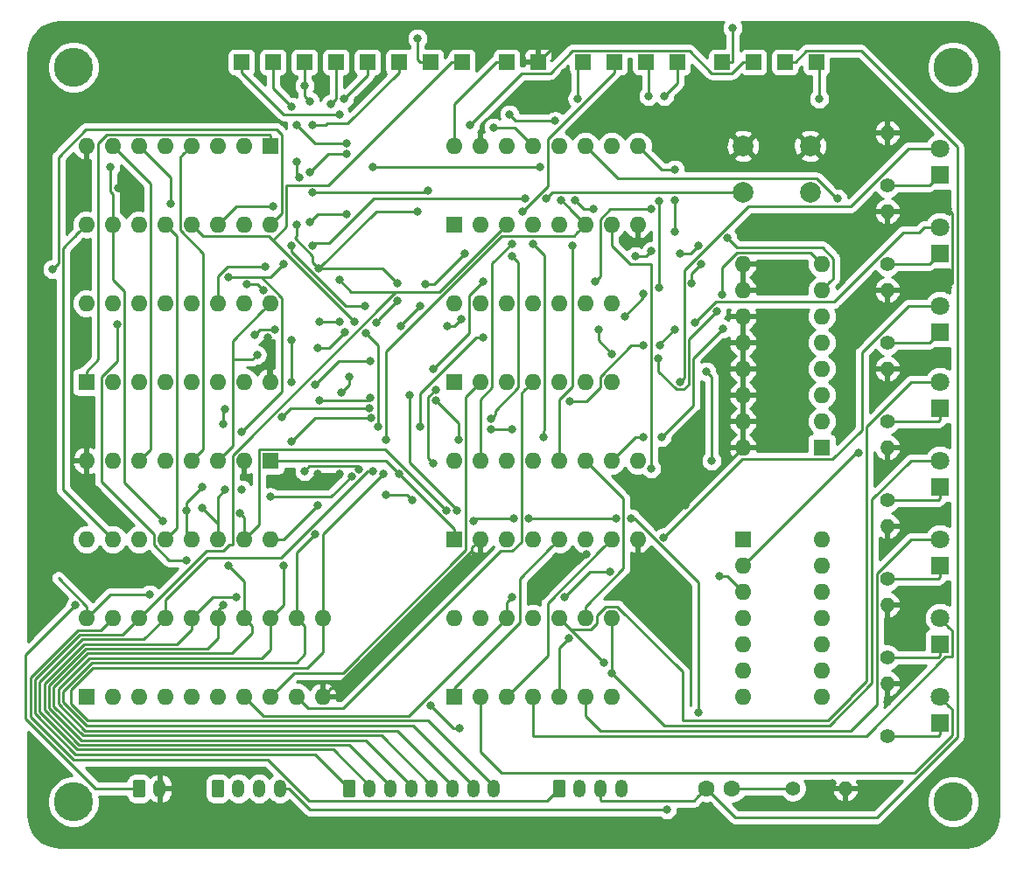
<source format=gbr>
G04 #@! TF.GenerationSoftware,KiCad,Pcbnew,(5.1.2-1)-1*
G04 #@! TF.CreationDate,2019-08-26T08:18:24+10:00*
G04 #@! TF.ProjectId,memory,6d656d6f-7279-42e6-9b69-6361645f7063,rev?*
G04 #@! TF.SameCoordinates,Original*
G04 #@! TF.FileFunction,Copper,L1,Top*
G04 #@! TF.FilePolarity,Positive*
%FSLAX46Y46*%
G04 Gerber Fmt 4.6, Leading zero omitted, Abs format (unit mm)*
G04 Created by KiCad (PCBNEW (5.1.2-1)-1) date 2019-08-26 08:18:24*
%MOMM*%
%LPD*%
G04 APERTURE LIST*
%ADD10R,1.600000X1.600000*%
%ADD11O,1.600000X1.600000*%
%ADD12C,3.790000*%
%ADD13C,1.600000*%
%ADD14R,1.800000X1.800000*%
%ADD15C,1.800000*%
%ADD16C,0.100000*%
%ADD17C,1.200000*%
%ADD18O,1.200000X1.750000*%
%ADD19O,1.400000X1.400000*%
%ADD20C,1.400000*%
%ADD21C,2.000000*%
%ADD22R,1.500000X1.500000*%
%ADD23C,0.800000*%
%ADD24C,0.250000*%
%ADD25C,0.254000*%
G04 APERTURE END LIST*
D10*
X125984000Y-91694000D03*
D11*
X108204000Y-99314000D03*
X123444000Y-91694000D03*
X110744000Y-99314000D03*
X120904000Y-91694000D03*
X113284000Y-99314000D03*
X118364000Y-91694000D03*
X115824000Y-99314000D03*
X115824000Y-91694000D03*
X118364000Y-99314000D03*
X113284000Y-91694000D03*
X120904000Y-99314000D03*
X110744000Y-91694000D03*
X123444000Y-99314000D03*
X108204000Y-91694000D03*
X125984000Y-99314000D03*
D12*
X106934000Y-124714000D03*
X106934000Y-53594000D03*
X192024000Y-53594000D03*
X192024000Y-124714000D03*
D13*
X168148000Y-123444000D03*
X170648000Y-123444000D03*
D14*
X190754000Y-117094000D03*
D15*
X190754000Y-114554000D03*
X190754000Y-106934000D03*
D14*
X190754000Y-109474000D03*
X190754000Y-101854000D03*
D15*
X190754000Y-99314000D03*
X190754000Y-91694000D03*
D14*
X190754000Y-94234000D03*
D15*
X190754000Y-84074000D03*
D14*
X190754000Y-86614000D03*
X190754000Y-79248000D03*
D15*
X190754000Y-76708000D03*
X190754000Y-69088000D03*
D14*
X190754000Y-71628000D03*
X190754000Y-64008000D03*
D15*
X190754000Y-61468000D03*
D16*
G36*
X113658505Y-122570204D02*
G01*
X113682773Y-122573804D01*
X113706572Y-122579765D01*
X113729671Y-122588030D01*
X113751850Y-122598520D01*
X113772893Y-122611132D01*
X113792599Y-122625747D01*
X113810777Y-122642223D01*
X113827253Y-122660401D01*
X113841868Y-122680107D01*
X113854480Y-122701150D01*
X113864970Y-122723329D01*
X113873235Y-122746428D01*
X113879196Y-122770227D01*
X113882796Y-122794495D01*
X113884000Y-122818999D01*
X113884000Y-124069001D01*
X113882796Y-124093505D01*
X113879196Y-124117773D01*
X113873235Y-124141572D01*
X113864970Y-124164671D01*
X113854480Y-124186850D01*
X113841868Y-124207893D01*
X113827253Y-124227599D01*
X113810777Y-124245777D01*
X113792599Y-124262253D01*
X113772893Y-124276868D01*
X113751850Y-124289480D01*
X113729671Y-124299970D01*
X113706572Y-124308235D01*
X113682773Y-124314196D01*
X113658505Y-124317796D01*
X113634001Y-124319000D01*
X112933999Y-124319000D01*
X112909495Y-124317796D01*
X112885227Y-124314196D01*
X112861428Y-124308235D01*
X112838329Y-124299970D01*
X112816150Y-124289480D01*
X112795107Y-124276868D01*
X112775401Y-124262253D01*
X112757223Y-124245777D01*
X112740747Y-124227599D01*
X112726132Y-124207893D01*
X112713520Y-124186850D01*
X112703030Y-124164671D01*
X112694765Y-124141572D01*
X112688804Y-124117773D01*
X112685204Y-124093505D01*
X112684000Y-124069001D01*
X112684000Y-122818999D01*
X112685204Y-122794495D01*
X112688804Y-122770227D01*
X112694765Y-122746428D01*
X112703030Y-122723329D01*
X112713520Y-122701150D01*
X112726132Y-122680107D01*
X112740747Y-122660401D01*
X112757223Y-122642223D01*
X112775401Y-122625747D01*
X112795107Y-122611132D01*
X112816150Y-122598520D01*
X112838329Y-122588030D01*
X112861428Y-122579765D01*
X112885227Y-122573804D01*
X112909495Y-122570204D01*
X112933999Y-122569000D01*
X113634001Y-122569000D01*
X113658505Y-122570204D01*
X113658505Y-122570204D01*
G37*
D17*
X113284000Y-123444000D03*
D18*
X115284000Y-123444000D03*
D16*
G36*
X154298505Y-122570204D02*
G01*
X154322773Y-122573804D01*
X154346572Y-122579765D01*
X154369671Y-122588030D01*
X154391850Y-122598520D01*
X154412893Y-122611132D01*
X154432599Y-122625747D01*
X154450777Y-122642223D01*
X154467253Y-122660401D01*
X154481868Y-122680107D01*
X154494480Y-122701150D01*
X154504970Y-122723329D01*
X154513235Y-122746428D01*
X154519196Y-122770227D01*
X154522796Y-122794495D01*
X154524000Y-122818999D01*
X154524000Y-124069001D01*
X154522796Y-124093505D01*
X154519196Y-124117773D01*
X154513235Y-124141572D01*
X154504970Y-124164671D01*
X154494480Y-124186850D01*
X154481868Y-124207893D01*
X154467253Y-124227599D01*
X154450777Y-124245777D01*
X154432599Y-124262253D01*
X154412893Y-124276868D01*
X154391850Y-124289480D01*
X154369671Y-124299970D01*
X154346572Y-124308235D01*
X154322773Y-124314196D01*
X154298505Y-124317796D01*
X154274001Y-124319000D01*
X153573999Y-124319000D01*
X153549495Y-124317796D01*
X153525227Y-124314196D01*
X153501428Y-124308235D01*
X153478329Y-124299970D01*
X153456150Y-124289480D01*
X153435107Y-124276868D01*
X153415401Y-124262253D01*
X153397223Y-124245777D01*
X153380747Y-124227599D01*
X153366132Y-124207893D01*
X153353520Y-124186850D01*
X153343030Y-124164671D01*
X153334765Y-124141572D01*
X153328804Y-124117773D01*
X153325204Y-124093505D01*
X153324000Y-124069001D01*
X153324000Y-122818999D01*
X153325204Y-122794495D01*
X153328804Y-122770227D01*
X153334765Y-122746428D01*
X153343030Y-122723329D01*
X153353520Y-122701150D01*
X153366132Y-122680107D01*
X153380747Y-122660401D01*
X153397223Y-122642223D01*
X153415401Y-122625747D01*
X153435107Y-122611132D01*
X153456150Y-122598520D01*
X153478329Y-122588030D01*
X153501428Y-122579765D01*
X153525227Y-122573804D01*
X153549495Y-122570204D01*
X153573999Y-122569000D01*
X154274001Y-122569000D01*
X154298505Y-122570204D01*
X154298505Y-122570204D01*
G37*
D17*
X153924000Y-123444000D03*
D18*
X155924000Y-123444000D03*
X157924000Y-123444000D03*
X159924000Y-123444000D03*
X126904000Y-123444000D03*
X124904000Y-123444000D03*
X122904000Y-123444000D03*
D16*
G36*
X121278505Y-122570204D02*
G01*
X121302773Y-122573804D01*
X121326572Y-122579765D01*
X121349671Y-122588030D01*
X121371850Y-122598520D01*
X121392893Y-122611132D01*
X121412599Y-122625747D01*
X121430777Y-122642223D01*
X121447253Y-122660401D01*
X121461868Y-122680107D01*
X121474480Y-122701150D01*
X121484970Y-122723329D01*
X121493235Y-122746428D01*
X121499196Y-122770227D01*
X121502796Y-122794495D01*
X121504000Y-122818999D01*
X121504000Y-124069001D01*
X121502796Y-124093505D01*
X121499196Y-124117773D01*
X121493235Y-124141572D01*
X121484970Y-124164671D01*
X121474480Y-124186850D01*
X121461868Y-124207893D01*
X121447253Y-124227599D01*
X121430777Y-124245777D01*
X121412599Y-124262253D01*
X121392893Y-124276868D01*
X121371850Y-124289480D01*
X121349671Y-124299970D01*
X121326572Y-124308235D01*
X121302773Y-124314196D01*
X121278505Y-124317796D01*
X121254001Y-124319000D01*
X120553999Y-124319000D01*
X120529495Y-124317796D01*
X120505227Y-124314196D01*
X120481428Y-124308235D01*
X120458329Y-124299970D01*
X120436150Y-124289480D01*
X120415107Y-124276868D01*
X120395401Y-124262253D01*
X120377223Y-124245777D01*
X120360747Y-124227599D01*
X120346132Y-124207893D01*
X120333520Y-124186850D01*
X120323030Y-124164671D01*
X120314765Y-124141572D01*
X120308804Y-124117773D01*
X120305204Y-124093505D01*
X120304000Y-124069001D01*
X120304000Y-122818999D01*
X120305204Y-122794495D01*
X120308804Y-122770227D01*
X120314765Y-122746428D01*
X120323030Y-122723329D01*
X120333520Y-122701150D01*
X120346132Y-122680107D01*
X120360747Y-122660401D01*
X120377223Y-122642223D01*
X120395401Y-122625747D01*
X120415107Y-122611132D01*
X120436150Y-122598520D01*
X120458329Y-122588030D01*
X120481428Y-122579765D01*
X120505227Y-122573804D01*
X120529495Y-122570204D01*
X120553999Y-122569000D01*
X121254001Y-122569000D01*
X121278505Y-122570204D01*
X121278505Y-122570204D01*
G37*
D17*
X120904000Y-123444000D03*
D16*
G36*
X133978505Y-122570204D02*
G01*
X134002773Y-122573804D01*
X134026572Y-122579765D01*
X134049671Y-122588030D01*
X134071850Y-122598520D01*
X134092893Y-122611132D01*
X134112599Y-122625747D01*
X134130777Y-122642223D01*
X134147253Y-122660401D01*
X134161868Y-122680107D01*
X134174480Y-122701150D01*
X134184970Y-122723329D01*
X134193235Y-122746428D01*
X134199196Y-122770227D01*
X134202796Y-122794495D01*
X134204000Y-122818999D01*
X134204000Y-124069001D01*
X134202796Y-124093505D01*
X134199196Y-124117773D01*
X134193235Y-124141572D01*
X134184970Y-124164671D01*
X134174480Y-124186850D01*
X134161868Y-124207893D01*
X134147253Y-124227599D01*
X134130777Y-124245777D01*
X134112599Y-124262253D01*
X134092893Y-124276868D01*
X134071850Y-124289480D01*
X134049671Y-124299970D01*
X134026572Y-124308235D01*
X134002773Y-124314196D01*
X133978505Y-124317796D01*
X133954001Y-124319000D01*
X133253999Y-124319000D01*
X133229495Y-124317796D01*
X133205227Y-124314196D01*
X133181428Y-124308235D01*
X133158329Y-124299970D01*
X133136150Y-124289480D01*
X133115107Y-124276868D01*
X133095401Y-124262253D01*
X133077223Y-124245777D01*
X133060747Y-124227599D01*
X133046132Y-124207893D01*
X133033520Y-124186850D01*
X133023030Y-124164671D01*
X133014765Y-124141572D01*
X133008804Y-124117773D01*
X133005204Y-124093505D01*
X133004000Y-124069001D01*
X133004000Y-122818999D01*
X133005204Y-122794495D01*
X133008804Y-122770227D01*
X133014765Y-122746428D01*
X133023030Y-122723329D01*
X133033520Y-122701150D01*
X133046132Y-122680107D01*
X133060747Y-122660401D01*
X133077223Y-122642223D01*
X133095401Y-122625747D01*
X133115107Y-122611132D01*
X133136150Y-122598520D01*
X133158329Y-122588030D01*
X133181428Y-122579765D01*
X133205227Y-122573804D01*
X133229495Y-122570204D01*
X133253999Y-122569000D01*
X133954001Y-122569000D01*
X133978505Y-122570204D01*
X133978505Y-122570204D01*
G37*
D17*
X133604000Y-123444000D03*
D18*
X135604000Y-123444000D03*
X137604000Y-123444000D03*
X139604000Y-123444000D03*
X141604000Y-123444000D03*
X143604000Y-123444000D03*
X145604000Y-123444000D03*
X147604000Y-123444000D03*
D19*
X185674000Y-113284000D03*
D20*
X185674000Y-118364000D03*
X185674000Y-110744000D03*
D19*
X185674000Y-105664000D03*
X185674000Y-98044000D03*
D20*
X185674000Y-103124000D03*
X185674000Y-95504000D03*
D19*
X185674000Y-90424000D03*
D20*
X185674000Y-87884000D03*
D19*
X185674000Y-82804000D03*
X185674000Y-75184000D03*
D20*
X185674000Y-80264000D03*
X185674000Y-72644000D03*
D19*
X185674000Y-67564000D03*
X185674000Y-59944000D03*
D20*
X185674000Y-65024000D03*
X176530000Y-123444000D03*
D19*
X181610000Y-123444000D03*
D21*
X171704000Y-65714000D03*
X171704000Y-61214000D03*
X178204000Y-65714000D03*
X178204000Y-61214000D03*
D10*
X179324000Y-90424000D03*
D11*
X171704000Y-72644000D03*
X179324000Y-87884000D03*
X171704000Y-75184000D03*
X179324000Y-85344000D03*
X171704000Y-77724000D03*
X179324000Y-82804000D03*
X171704000Y-80264000D03*
X179324000Y-80264000D03*
X171704000Y-82804000D03*
X179324000Y-77724000D03*
X171704000Y-85344000D03*
X179324000Y-75184000D03*
X171704000Y-87884000D03*
X179324000Y-72644000D03*
X171704000Y-90424000D03*
D22*
X148844000Y-53086000D03*
X169672000Y-53086000D03*
X151892000Y-53086000D03*
X165354000Y-53086000D03*
X162306000Y-53086000D03*
X159258000Y-53086000D03*
X178816000Y-53086000D03*
X156210000Y-53086000D03*
X175768000Y-53086000D03*
X172720000Y-53086000D03*
X123190000Y-53086000D03*
X126238000Y-53086000D03*
X129286000Y-53086000D03*
X132334000Y-53086000D03*
X135382000Y-53086000D03*
X138430000Y-53086000D03*
X141478000Y-53086000D03*
X144526000Y-53086000D03*
D10*
X108204000Y-84074000D03*
D11*
X125984000Y-76454000D03*
X110744000Y-84074000D03*
X123444000Y-76454000D03*
X113284000Y-84074000D03*
X120904000Y-76454000D03*
X115824000Y-84074000D03*
X118364000Y-76454000D03*
X118364000Y-84074000D03*
X115824000Y-76454000D03*
X120904000Y-84074000D03*
X113284000Y-76454000D03*
X123444000Y-84074000D03*
X110744000Y-76454000D03*
X125984000Y-84074000D03*
X108204000Y-76454000D03*
X143764000Y-91694000D03*
X161544000Y-99314000D03*
X146304000Y-91694000D03*
X159004000Y-99314000D03*
X148844000Y-91694000D03*
X156464000Y-99314000D03*
X151384000Y-91694000D03*
X153924000Y-99314000D03*
X153924000Y-91694000D03*
X151384000Y-99314000D03*
X156464000Y-91694000D03*
X148844000Y-99314000D03*
X159004000Y-91694000D03*
X146304000Y-99314000D03*
X161544000Y-91694000D03*
D10*
X143764000Y-99314000D03*
X143764000Y-114554000D03*
D11*
X159004000Y-106934000D03*
X146304000Y-114554000D03*
X156464000Y-106934000D03*
X148844000Y-114554000D03*
X153924000Y-106934000D03*
X151384000Y-114554000D03*
X151384000Y-106934000D03*
X153924000Y-114554000D03*
X148844000Y-106934000D03*
X156464000Y-114554000D03*
X146304000Y-106934000D03*
X159004000Y-114554000D03*
X143764000Y-106934000D03*
D10*
X171704000Y-99314000D03*
D11*
X179324000Y-114554000D03*
X171704000Y-101854000D03*
X179324000Y-112014000D03*
X171704000Y-104394000D03*
X179324000Y-109474000D03*
X171704000Y-106934000D03*
X179324000Y-106934000D03*
X171704000Y-109474000D03*
X179324000Y-104394000D03*
X171704000Y-112014000D03*
X179324000Y-101854000D03*
X171704000Y-114554000D03*
X179324000Y-99314000D03*
X143764000Y-76454000D03*
X159004000Y-84074000D03*
X146304000Y-76454000D03*
X156464000Y-84074000D03*
X148844000Y-76454000D03*
X153924000Y-84074000D03*
X151384000Y-76454000D03*
X151384000Y-84074000D03*
X153924000Y-76454000D03*
X148844000Y-84074000D03*
X156464000Y-76454000D03*
X146304000Y-84074000D03*
X159004000Y-76454000D03*
D10*
X143764000Y-84074000D03*
X108204000Y-114554000D03*
D11*
X131064000Y-106934000D03*
X110744000Y-114554000D03*
X128524000Y-106934000D03*
X113284000Y-114554000D03*
X125984000Y-106934000D03*
X115824000Y-114554000D03*
X123444000Y-106934000D03*
X118364000Y-114554000D03*
X120904000Y-106934000D03*
X120904000Y-114554000D03*
X118364000Y-106934000D03*
X123444000Y-114554000D03*
X115824000Y-106934000D03*
X125984000Y-114554000D03*
X113284000Y-106934000D03*
X128524000Y-114554000D03*
X110744000Y-106934000D03*
X131064000Y-114554000D03*
X108204000Y-106934000D03*
D10*
X143764000Y-68834000D03*
D11*
X161544000Y-61214000D03*
X146304000Y-68834000D03*
X159004000Y-61214000D03*
X148844000Y-68834000D03*
X156464000Y-61214000D03*
X151384000Y-68834000D03*
X153924000Y-61214000D03*
X153924000Y-68834000D03*
X151384000Y-61214000D03*
X156464000Y-68834000D03*
X148844000Y-61214000D03*
X159004000Y-68834000D03*
X146304000Y-61214000D03*
X161544000Y-68834000D03*
X143764000Y-61214000D03*
X125984000Y-68834000D03*
X108204000Y-61214000D03*
X123444000Y-68834000D03*
X110744000Y-61214000D03*
X120904000Y-68834000D03*
X113284000Y-61214000D03*
X118364000Y-68834000D03*
X115824000Y-61214000D03*
X115824000Y-68834000D03*
X118364000Y-61214000D03*
X113284000Y-68834000D03*
X120904000Y-61214000D03*
X110744000Y-68834000D03*
X123444000Y-61214000D03*
X108204000Y-68834000D03*
D10*
X125984000Y-61214000D03*
D23*
X141478000Y-115410990D03*
X144272000Y-117602000D03*
X159004000Y-112268000D03*
X158279000Y-111252000D03*
X149352000Y-104902000D03*
X154436653Y-104906653D03*
X158814662Y-102426662D03*
X164032154Y-99111846D03*
X154940000Y-85924001D03*
X162052000Y-80518000D03*
X163695851Y-80506155D03*
X165104653Y-78989347D03*
X167056846Y-78307154D03*
X165608000Y-84074000D03*
X107151000Y-105664000D03*
X114300000Y-104648000D03*
X130556000Y-96012000D03*
X129281347Y-92714653D03*
X134560455Y-92506240D03*
X137160000Y-94996000D03*
X139700000Y-95504000D03*
X104902000Y-73152000D03*
X140208000Y-67564000D03*
X130686975Y-73077354D03*
X128524000Y-68834000D03*
X133604000Y-83566000D03*
X136205152Y-78293152D03*
X138312927Y-76185376D03*
X138307653Y-74553653D03*
X132842000Y-85090000D03*
X185674000Y-115062000D03*
X180340000Y-122936000D03*
X107950000Y-74168000D03*
X154432000Y-101600000D03*
X156524206Y-100768489D03*
X130556000Y-92964000D03*
X132656674Y-92964000D03*
X111252000Y-65278000D03*
X112883999Y-65278000D03*
X125730000Y-79756000D03*
X166111347Y-96007347D03*
X191262000Y-81788000D03*
X168148000Y-50800000D03*
X153924000Y-51054000D03*
X154432000Y-54102000D03*
X191516000Y-74930000D03*
X191516000Y-67310000D03*
X170688000Y-49784000D03*
X128524000Y-62775000D03*
X128778000Y-64262000D03*
X130031664Y-65749000D03*
X141224000Y-65532000D03*
X145288000Y-59182000D03*
X182880000Y-90932000D03*
X179070000Y-56642000D03*
X164338000Y-125476000D03*
X167386000Y-116078000D03*
X160854001Y-97282000D03*
X159404001Y-97282000D03*
X150983999Y-97282000D03*
X149533999Y-97282000D03*
X145614001Y-97536000D03*
X138447000Y-92947000D03*
X140462000Y-88392000D03*
X146558000Y-79756000D03*
X160274000Y-77724000D03*
X162089000Y-75550166D03*
X163576000Y-74930000D03*
X163576000Y-66548000D03*
X155689347Y-56629347D03*
X143023653Y-96498347D03*
X123043999Y-96774000D03*
X149352000Y-70684001D03*
X150368000Y-67564000D03*
X119380000Y-96266000D03*
X121593999Y-94528786D03*
X125984000Y-95213000D03*
X133853347Y-93213347D03*
X141732000Y-91948000D03*
X141986000Y-84836000D03*
X141732000Y-82804000D03*
X146558000Y-74327010D03*
X157418848Y-74327010D03*
X162814000Y-67310000D03*
X162560000Y-56388000D03*
X117856000Y-96520000D03*
X119380000Y-94234000D03*
X128016000Y-89843999D03*
X135710000Y-87578625D03*
X147320000Y-87630000D03*
X149352000Y-71882000D03*
X164084000Y-56388000D03*
X132656674Y-74168000D03*
X132656674Y-58166000D03*
X135890000Y-92710000D03*
X137160000Y-89662000D03*
X154108654Y-66439000D03*
X152073999Y-63246000D03*
X135890000Y-63246000D03*
X133381674Y-60960000D03*
X128524000Y-59182000D03*
X128016000Y-57404000D03*
X122682000Y-104902000D03*
X129794000Y-56896000D03*
X129286000Y-55372000D03*
X149098000Y-58166000D03*
X153530347Y-58788347D03*
X121412000Y-105664000D03*
X131826000Y-57150000D03*
X147574000Y-59436000D03*
X121920000Y-101854000D03*
X117851347Y-101341347D03*
X111144001Y-78486000D03*
X133096000Y-56642000D03*
X116332000Y-66802000D03*
X121920000Y-73914000D03*
X123190000Y-88900000D03*
X123190000Y-94488000D03*
X127254000Y-101854000D03*
X127254000Y-72644000D03*
X130048000Y-59182000D03*
X130306653Y-98810653D03*
X115570000Y-97536000D03*
X110490000Y-63246000D03*
X140208000Y-50800000D03*
X136906000Y-92964000D03*
X136435000Y-88392000D03*
X135189152Y-79309152D03*
X134112000Y-78232000D03*
X125476000Y-72898000D03*
X150617347Y-66289347D03*
X152658653Y-66298653D03*
X130085807Y-70837499D03*
X126238000Y-67056000D03*
X129794000Y-68580000D03*
X133381674Y-67818000D03*
X168148000Y-83058000D03*
X168656000Y-91694000D03*
X123698000Y-74639000D03*
X125294001Y-75184000D03*
X130756664Y-78232000D03*
X132656674Y-78232000D03*
X128011347Y-70861347D03*
X135128000Y-76708000D03*
X129794000Y-63754000D03*
X133381674Y-61976000D03*
X180848000Y-66314001D03*
X161279051Y-71892949D03*
X162851000Y-71374000D03*
X165603347Y-71632653D03*
X167381347Y-70861347D03*
X170180000Y-70113306D03*
X144780000Y-71628000D03*
X140970000Y-74603999D03*
X140462000Y-76708000D03*
X138616552Y-78672552D03*
X143061552Y-78680448D03*
X144453999Y-77978000D03*
X157734000Y-78994000D03*
X159055846Y-81331846D03*
X163539000Y-81825000D03*
X169168653Y-77220653D03*
X169672000Y-75584001D03*
X124693138Y-81445228D03*
X130556000Y-80772000D03*
X133171513Y-79276179D03*
X139446000Y-85344000D03*
X144025303Y-96522002D03*
X124455347Y-79506653D03*
X126384001Y-78994000D03*
X128016000Y-80010000D03*
X128016000Y-84074000D03*
X130756664Y-85852000D03*
X135665506Y-85598190D03*
X141986000Y-85866502D03*
X144164001Y-89662000D03*
X147315347Y-88650653D03*
X149356653Y-88641347D03*
X169418000Y-102870000D03*
X162814000Y-92456000D03*
X155194000Y-70866000D03*
X157226000Y-67310000D03*
X155448000Y-66439000D03*
X152400000Y-89408000D03*
X151384000Y-70684001D03*
X162052000Y-89408000D03*
X163830000Y-89408000D03*
X169733152Y-78932848D03*
X166732999Y-74494001D03*
X167644653Y-72648653D03*
X165100000Y-69559000D03*
X165100000Y-66439000D03*
X165100000Y-63500000D03*
X154852717Y-108851023D03*
X121412000Y-88162152D03*
X121593999Y-86712152D03*
X130302000Y-84328000D03*
X135636000Y-82042000D03*
X135550029Y-86591502D03*
X127061152Y-87437152D03*
D24*
X157999010Y-124644010D02*
X166947990Y-124644010D01*
X167348001Y-124243999D02*
X168148000Y-123444000D01*
X157924000Y-124569000D02*
X157999010Y-124644010D01*
X166947990Y-124644010D02*
X167348001Y-124243999D01*
X157924000Y-123444000D02*
X157924000Y-124569000D01*
X176768000Y-53086000D02*
X175768000Y-53086000D01*
X177843001Y-52010999D02*
X176768000Y-53086000D01*
X183110001Y-52010999D02*
X177843001Y-52010999D01*
X192429011Y-118440401D02*
X192429011Y-61330009D01*
X184631412Y-126238000D02*
X192429011Y-118440401D01*
X170942000Y-126238000D02*
X184631412Y-126238000D01*
X192429011Y-61330009D02*
X183110001Y-52010999D01*
X168148000Y-123444000D02*
X170942000Y-126238000D01*
X170648000Y-123444000D02*
X176530000Y-123444000D01*
X190754000Y-118244000D02*
X190754000Y-117094000D01*
X190634000Y-118364000D02*
X190754000Y-118244000D01*
X185674000Y-118364000D02*
X190634000Y-118364000D01*
X146304000Y-114554000D02*
X146304000Y-119888000D01*
X146304000Y-119888000D02*
X148336000Y-121920000D01*
X191653999Y-115453999D02*
X190754000Y-114554000D01*
X188313002Y-121920000D02*
X191979001Y-118254001D01*
X191979001Y-115779001D02*
X191653999Y-115453999D01*
X191979001Y-118254001D02*
X191979001Y-115779001D01*
X148336000Y-121920000D02*
X188313002Y-121920000D01*
X151384000Y-114554000D02*
X151384000Y-118364000D01*
X191653999Y-107833999D02*
X190754000Y-106934000D01*
X191979001Y-108159001D02*
X191653999Y-107833999D01*
X191979001Y-110634001D02*
X191979001Y-108159001D01*
X191315409Y-110699001D02*
X191914001Y-110699001D01*
X183650410Y-118364000D02*
X191315409Y-110699001D01*
X191914001Y-110699001D02*
X191979001Y-110634001D01*
X151384000Y-118364000D02*
X183650410Y-118364000D01*
X143669010Y-117602000D02*
X144272000Y-117602000D01*
X141478000Y-115410990D02*
X143669010Y-117602000D01*
X190754000Y-110624000D02*
X190754000Y-109474000D01*
X190634000Y-110744000D02*
X190754000Y-110624000D01*
X185674000Y-110744000D02*
X190634000Y-110744000D01*
X190754000Y-103004000D02*
X190754000Y-101854000D01*
X190634000Y-103124000D02*
X190754000Y-103004000D01*
X185674000Y-103124000D02*
X190634000Y-103124000D01*
X189481208Y-99314000D02*
X190754000Y-99314000D01*
X187966998Y-99314000D02*
X189481208Y-99314000D01*
X156464000Y-114554000D02*
X156464000Y-116389990D01*
X182118000Y-117856000D02*
X184648999Y-115325001D01*
X157930010Y-117856000D02*
X182118000Y-117856000D01*
X156464000Y-116389990D02*
X157930010Y-117856000D01*
X184648999Y-102631999D02*
X187966998Y-99314000D01*
X184648999Y-115325001D02*
X184648999Y-102631999D01*
X159004000Y-106934000D02*
X159004000Y-112268000D01*
X159004000Y-112268000D02*
X164084000Y-117348000D01*
X164084000Y-117348000D02*
X180086000Y-117348000D01*
X189481208Y-91694000D02*
X190754000Y-91694000D01*
X184198989Y-95462009D02*
X187966998Y-91694000D01*
X187966998Y-91694000D02*
X189481208Y-91694000D01*
X184198989Y-113235011D02*
X184198989Y-95462009D01*
X180086000Y-117348000D02*
X184198989Y-113235011D01*
X190754000Y-95384000D02*
X190754000Y-94234000D01*
X190634000Y-95504000D02*
X190754000Y-95384000D01*
X185674000Y-95504000D02*
X190634000Y-95504000D01*
X157589001Y-106683997D02*
X157589001Y-107474001D01*
X158463999Y-105808999D02*
X157589001Y-106683997D01*
X155049001Y-108059001D02*
X154723999Y-107733999D01*
X165862000Y-112126998D02*
X159544001Y-105808999D01*
X179957590Y-116840000D02*
X165862000Y-116840000D01*
X182118000Y-114679590D02*
X179957590Y-116840000D01*
X159544001Y-105808999D02*
X158463999Y-105808999D01*
X182118000Y-114554000D02*
X182118000Y-114679590D01*
X157004001Y-108059001D02*
X155049001Y-108059001D01*
X183642000Y-113030000D02*
X182118000Y-114554000D01*
X154723999Y-107733999D02*
X153924000Y-106934000D01*
X183642000Y-88398998D02*
X183642000Y-113030000D01*
X157589001Y-107474001D02*
X157004001Y-108059001D01*
X187966998Y-84074000D02*
X183642000Y-88398998D01*
X165862000Y-116840000D02*
X165862000Y-112126998D01*
X190754000Y-84074000D02*
X187966998Y-84074000D01*
X153961000Y-106934000D02*
X153924000Y-106934000D01*
X158279000Y-111252000D02*
X153961000Y-106934000D01*
X190634000Y-87884000D02*
X190754000Y-87764000D01*
X190754000Y-87764000D02*
X190754000Y-86614000D01*
X185674000Y-87884000D02*
X190634000Y-87884000D01*
X189738000Y-80264000D02*
X190754000Y-79248000D01*
X185674000Y-80264000D02*
X189738000Y-80264000D01*
X124243999Y-115353999D02*
X123444000Y-114554000D01*
X125279990Y-116389990D02*
X124243999Y-115353999D01*
X139388010Y-116389990D02*
X125279990Y-116389990D01*
X148844000Y-106934000D02*
X139388010Y-116389990D01*
X148844000Y-105410000D02*
X149352000Y-104902000D01*
X148844000Y-106934000D02*
X148844000Y-105410000D01*
X156916644Y-102426662D02*
X158814662Y-102426662D01*
X154436653Y-104906653D02*
X156916644Y-102426662D01*
X187712998Y-76708000D02*
X189481208Y-76708000D01*
X183191990Y-81229008D02*
X187712998Y-76708000D01*
X183191990Y-88741012D02*
X183191990Y-81229008D01*
X180384001Y-91549001D02*
X183191990Y-88741012D01*
X189481208Y-76708000D02*
X190754000Y-76708000D01*
X171594999Y-91549001D02*
X180384001Y-91549001D01*
X164032154Y-99111846D02*
X171594999Y-91549001D01*
X144889001Y-100374001D02*
X132995002Y-112268000D01*
X144889001Y-85488999D02*
X144889001Y-100374001D01*
X146304000Y-84074000D02*
X144889001Y-85488999D01*
X128270000Y-112268000D02*
X125984000Y-114554000D01*
X132995002Y-112268000D02*
X128270000Y-112268000D01*
X160894998Y-80518000D02*
X162052000Y-80518000D01*
X156568999Y-85924001D02*
X157878999Y-84614001D01*
X157878999Y-83533999D02*
X160894998Y-80518000D01*
X157878999Y-84614001D02*
X157878999Y-83533999D01*
X154940000Y-85924001D02*
X156568999Y-85924001D01*
X163695851Y-80398149D02*
X165104653Y-78989347D01*
X163695851Y-80506155D02*
X163695851Y-80398149D01*
X180491997Y-76309001D02*
X187204998Y-69596000D01*
X169054999Y-76309001D02*
X180491997Y-76309001D01*
X167056846Y-78307154D02*
X169054999Y-76309001D01*
X187204998Y-69596000D02*
X188722000Y-69596000D01*
X189230000Y-69088000D02*
X190754000Y-69088000D01*
X188722000Y-69596000D02*
X189230000Y-69088000D01*
X189738000Y-72644000D02*
X190754000Y-71628000D01*
X185674000Y-72644000D02*
X189738000Y-72644000D01*
X189738000Y-65024000D02*
X190754000Y-64008000D01*
X185674000Y-65024000D02*
X189738000Y-65024000D01*
X150584001Y-84873999D02*
X151384000Y-84074000D01*
X150258999Y-85199001D02*
X150584001Y-84873999D01*
X150258999Y-99564003D02*
X150258999Y-85199001D01*
X148303999Y-100439001D02*
X149384001Y-100439001D01*
X133063999Y-115679001D02*
X148303999Y-100439001D01*
X149384001Y-100439001D02*
X150258999Y-99564003D01*
X129649001Y-115679001D02*
X133063999Y-115679001D01*
X128524000Y-114554000D02*
X129649001Y-115679001D01*
X166007999Y-83674001D02*
X166007999Y-73260001D01*
X165608000Y-84074000D02*
X166007999Y-83674001D01*
X187712998Y-61468000D02*
X189481208Y-61468000D01*
X189481208Y-61468000D02*
X190754000Y-61468000D01*
X182141997Y-67039001D02*
X187712998Y-61468000D01*
X172228999Y-67039001D02*
X182141997Y-67039001D01*
X166007999Y-73260001D02*
X172228999Y-67039001D01*
X108204000Y-105802630D02*
X105467990Y-103066620D01*
X108204000Y-106934000D02*
X108204000Y-105802630D01*
X102317926Y-110497074D02*
X107151000Y-105664000D01*
X102317926Y-116670336D02*
X102317926Y-110497074D01*
X109091590Y-123444000D02*
X102317926Y-116670336D01*
X113284000Y-123444000D02*
X109091590Y-123444000D01*
X110490000Y-104648000D02*
X108204000Y-106934000D01*
X114300000Y-104648000D02*
X110490000Y-104648000D01*
X127254000Y-99314000D02*
X130556000Y-96012000D01*
X125984000Y-99314000D02*
X127254000Y-99314000D01*
X134293214Y-92238999D02*
X134560455Y-92506240D01*
X129757001Y-92238999D02*
X134293214Y-92238999D01*
X129281347Y-92714653D02*
X129757001Y-92238999D01*
X139192000Y-94996000D02*
X139700000Y-95504000D01*
X137160000Y-94996000D02*
X139192000Y-94996000D01*
X105467990Y-72586010D02*
X104902000Y-73152000D01*
X105467990Y-62285008D02*
X105467990Y-72586010D01*
X108114008Y-59638990D02*
X105467990Y-62285008D01*
X126593992Y-59638990D02*
X108114008Y-59638990D01*
X127109001Y-60153999D02*
X126593992Y-59638990D01*
X127109001Y-67708999D02*
X127109001Y-60153999D01*
X125984000Y-68834000D02*
X127109001Y-67708999D01*
X147844000Y-53086000D02*
X148844000Y-53086000D01*
X143764000Y-57166000D02*
X147844000Y-53086000D01*
X143764000Y-61214000D02*
X143764000Y-57166000D01*
X136200329Y-67564000D02*
X130686975Y-73077354D01*
X140208000Y-67564000D02*
X136200329Y-67564000D01*
X130686975Y-73077354D02*
X130084999Y-72475378D01*
X136605151Y-77893152D02*
X138312927Y-76185376D01*
X136205152Y-78293152D02*
X136605151Y-77893152D01*
X136831354Y-73077354D02*
X130686975Y-73077354D01*
X138307653Y-74553653D02*
X136831354Y-73077354D01*
X133604000Y-84328000D02*
X132842000Y-85090000D01*
X133604000Y-83566000D02*
X133604000Y-84328000D01*
X130084999Y-71861997D02*
X128327002Y-70104000D01*
X130084999Y-72475378D02*
X130084999Y-71861997D01*
X128524000Y-69907002D02*
X128524000Y-68834000D01*
X128327002Y-70104000D02*
X128524000Y-69907002D01*
X145504001Y-100395411D02*
X145504001Y-100113999D01*
X132145411Y-113754001D02*
X145504001Y-100395411D01*
X131863999Y-113754001D02*
X132145411Y-113754001D01*
X145504001Y-100113999D02*
X146304000Y-99314000D01*
X131064000Y-114554000D02*
X131863999Y-113754001D01*
X155692695Y-101600000D02*
X156524206Y-100768489D01*
X154432000Y-101600000D02*
X155692695Y-101600000D01*
X130556000Y-92964000D02*
X132656674Y-92964000D01*
X111252000Y-65278000D02*
X112883999Y-65278000D01*
X125730000Y-83820000D02*
X125984000Y-84074000D01*
X125730000Y-79756000D02*
X125730000Y-83820000D01*
X171694694Y-90424000D02*
X171704000Y-90424000D01*
X166111347Y-96007347D02*
X171694694Y-90424000D01*
X151892000Y-53086000D02*
X153924000Y-51054000D01*
X191979001Y-74466999D02*
X191979001Y-67773001D01*
X191516000Y-74930000D02*
X191979001Y-74466999D01*
X191979001Y-67773001D02*
X191516000Y-67310000D01*
X153253290Y-124114710D02*
X153924000Y-123444000D01*
X125730000Y-120650000D02*
X129724010Y-124644010D01*
X106934000Y-120650000D02*
X125730000Y-120650000D01*
X110744000Y-106934000D02*
X109576063Y-108101937D01*
X102767936Y-116483936D02*
X106934000Y-120650000D01*
X152723990Y-124644010D02*
X153253290Y-124114710D01*
X102767936Y-112713784D02*
X102767936Y-116483936D01*
X129724010Y-124644010D02*
X152723990Y-124644010D01*
X107379782Y-108101938D02*
X102767936Y-112713784D01*
X109576063Y-108101937D02*
X107379782Y-108101938D01*
X170672000Y-53086000D02*
X169672000Y-53086000D01*
X170688000Y-53070000D02*
X170672000Y-53086000D01*
X170688000Y-49784000D02*
X170688000Y-53070000D01*
X125908999Y-60088999D02*
X125984000Y-60164000D01*
X110203999Y-60088999D02*
X125908999Y-60088999D01*
X109329001Y-60963997D02*
X110203999Y-60088999D01*
X125984000Y-60164000D02*
X125984000Y-61214000D01*
X109329001Y-81898999D02*
X109329001Y-60963997D01*
X108204000Y-83024000D02*
X109329001Y-81898999D01*
X108204000Y-84074000D02*
X108204000Y-83024000D01*
X128524000Y-64008000D02*
X128778000Y-64262000D01*
X128524000Y-62775000D02*
X128524000Y-64008000D01*
X141007000Y-65749000D02*
X141224000Y-65532000D01*
X130031664Y-65749000D02*
X141007000Y-65749000D01*
X171720000Y-53086000D02*
X172720000Y-53086000D01*
X170644999Y-54161001D02*
X171720000Y-53086000D01*
X166511997Y-52010999D02*
X168661999Y-54161001D01*
X155199999Y-52010999D02*
X166511997Y-52010999D01*
X168661999Y-54161001D02*
X170644999Y-54161001D01*
X153049997Y-54161001D02*
X155199999Y-52010999D01*
X150308999Y-54161001D02*
X153049997Y-54161001D01*
X145288000Y-59182000D02*
X150308999Y-54161001D01*
X182626000Y-90932000D02*
X182880000Y-90932000D01*
X171704000Y-101854000D02*
X182626000Y-90932000D01*
X179070000Y-53340000D02*
X178816000Y-53086000D01*
X179070000Y-56642000D02*
X179070000Y-53340000D01*
X143764000Y-98264000D02*
X143764000Y-99314000D01*
X137194000Y-91694000D02*
X138447000Y-92947000D01*
X125984000Y-91694000D02*
X137194000Y-91694000D01*
X129786000Y-125476000D02*
X164338000Y-125476000D01*
X127754000Y-123444000D02*
X129786000Y-125476000D01*
X126904000Y-123444000D02*
X127754000Y-123444000D01*
X161177002Y-97282000D02*
X160854001Y-97282000D01*
X167386000Y-103490998D02*
X161177002Y-97282000D01*
X167386000Y-116078000D02*
X167386000Y-103490998D01*
X159404001Y-97282000D02*
X150983999Y-97282000D01*
X145868001Y-97282000D02*
X145614001Y-97536000D01*
X149533999Y-97282000D02*
X145868001Y-97282000D01*
X138447000Y-92947000D02*
X143764000Y-98264000D01*
X140462000Y-85190998D02*
X145896998Y-79756000D01*
X145896998Y-79756000D02*
X146558000Y-79756000D01*
X140462000Y-88392000D02*
X140462000Y-85190998D01*
X162089000Y-75909000D02*
X162089000Y-75550166D01*
X160274000Y-77724000D02*
X162089000Y-75909000D01*
X163576000Y-74930000D02*
X163576000Y-66548000D01*
X155689347Y-53606653D02*
X156210000Y-53086000D01*
X155689347Y-56629347D02*
X155689347Y-53606653D01*
X124923999Y-90568999D02*
X137094305Y-90568999D01*
X137094305Y-90568999D02*
X143023653Y-96498347D01*
X124858999Y-90633999D02*
X124923999Y-90568999D01*
X124858999Y-97899001D02*
X124858999Y-90633999D01*
X123444000Y-99314000D02*
X124858999Y-97899001D01*
X123444000Y-97174001D02*
X123444000Y-99314000D01*
X123043999Y-96774000D02*
X123444000Y-97174001D01*
X147429001Y-72607000D02*
X149352000Y-70684001D01*
X147429001Y-84614001D02*
X147429001Y-72607000D01*
X146304000Y-85739002D02*
X147429001Y-84614001D01*
X146304000Y-91694000D02*
X146304000Y-85739002D01*
X159258000Y-54086000D02*
X159258000Y-53086000D01*
X152798999Y-65133001D02*
X152798999Y-60545001D01*
X152798999Y-60545001D02*
X159258000Y-54086000D01*
X150368000Y-67564000D02*
X152798999Y-65133001D01*
X120904000Y-97790000D02*
X120904000Y-99314000D01*
X119380000Y-96266000D02*
X120904000Y-97790000D01*
X120904000Y-95218785D02*
X121593999Y-94528786D01*
X120904000Y-97790000D02*
X120904000Y-95218785D01*
X131853694Y-95213000D02*
X133853347Y-93213347D01*
X125984000Y-95213000D02*
X131853694Y-95213000D01*
X141260999Y-85561001D02*
X141986000Y-84836000D01*
X141260999Y-91476999D02*
X141260999Y-85561001D01*
X141732000Y-91948000D02*
X141260999Y-91476999D01*
X145178999Y-75706011D02*
X146558000Y-74327010D01*
X145178999Y-79357001D02*
X145178999Y-75706011D01*
X141732000Y-82804000D02*
X145178999Y-79357001D01*
X158862998Y-67310000D02*
X162814000Y-67310000D01*
X157878999Y-73866859D02*
X157878999Y-68293999D01*
X157878999Y-68293999D02*
X158862998Y-67310000D01*
X157418848Y-74327010D02*
X157878999Y-73866859D01*
X162560000Y-53340000D02*
X162306000Y-53086000D01*
X162560000Y-56388000D02*
X162560000Y-53340000D01*
X117856000Y-98806000D02*
X118364000Y-99314000D01*
X117856000Y-96520000D02*
X117856000Y-98806000D01*
X117856000Y-95758000D02*
X119380000Y-94234000D01*
X117856000Y-96520000D02*
X117856000Y-95758000D01*
X130281374Y-87578625D02*
X135710000Y-87578625D01*
X128016000Y-89843999D02*
X130281374Y-87578625D01*
X147719999Y-86863003D02*
X149969001Y-84614001D01*
X149969001Y-72499001D02*
X149352000Y-71882000D01*
X147719999Y-87230001D02*
X147719999Y-86863003D01*
X149969001Y-84614001D02*
X149969001Y-72499001D01*
X147320000Y-87630000D02*
X147719999Y-87230001D01*
X165354000Y-55118000D02*
X165354000Y-53086000D01*
X164084000Y-56388000D02*
X165354000Y-55118000D01*
X103217946Y-116207818D02*
X107152128Y-120142000D01*
X107566183Y-108551947D02*
X103217946Y-112900184D01*
X111666053Y-108551947D02*
X107566183Y-108551947D01*
X103217946Y-112900184D02*
X103217946Y-116207818D01*
X113284000Y-106934000D02*
X111666053Y-108551947D01*
X130302000Y-120142000D02*
X133604000Y-123444000D01*
X107152128Y-120142000D02*
X130302000Y-120142000D01*
X121444001Y-100439001D02*
X119778999Y-100439001D01*
X119778999Y-100439001D02*
X113284000Y-106934000D01*
X122318999Y-99854001D02*
X122029001Y-99854001D01*
X122318999Y-91153999D02*
X122318999Y-99854001D01*
X138143999Y-75328999D02*
X122318999Y-91153999D01*
X142349001Y-75328999D02*
X138143999Y-75328999D01*
X122029001Y-99854001D02*
X121444001Y-100439001D01*
X148844000Y-68834000D02*
X142349001Y-75328999D01*
X133817673Y-75328999D02*
X132656674Y-74168000D01*
X138143999Y-75328999D02*
X133817673Y-75328999D01*
X123190000Y-54086000D02*
X123190000Y-53086000D01*
X127270000Y-58166000D02*
X123190000Y-54086000D01*
X132656674Y-58166000D02*
X127270000Y-58166000D01*
X103667954Y-113086592D02*
X103667955Y-116021417D01*
X103667955Y-116021417D02*
X107302578Y-119656040D01*
X107752583Y-109001957D02*
X103667954Y-113086592D01*
X113756043Y-109001957D02*
X107752583Y-109001957D01*
X115824000Y-106934000D02*
X113756043Y-109001957D01*
X135604000Y-123169000D02*
X135604000Y-123444000D01*
X132091040Y-119656040D02*
X135604000Y-123169000D01*
X107302578Y-119656040D02*
X132091040Y-119656040D01*
X115824000Y-106934000D02*
X115824000Y-105156000D01*
X115824000Y-105156000D02*
X119888000Y-101092000D01*
X119888000Y-101092000D02*
X127000000Y-101092000D01*
X135382000Y-92710000D02*
X135890000Y-92710000D01*
X127000000Y-101092000D02*
X135382000Y-92710000D01*
X155664001Y-69633999D02*
X156464000Y-68834000D01*
X155338999Y-69959001D02*
X155664001Y-69633999D01*
X148355409Y-69959001D02*
X155338999Y-69959001D01*
X137160000Y-81154410D02*
X148355409Y-69959001D01*
X137160000Y-89662000D02*
X137160000Y-81154410D01*
X156464000Y-68834000D02*
X154944653Y-67314653D01*
X154944653Y-67274999D02*
X154108654Y-66439000D01*
X154944653Y-67314653D02*
X154944653Y-67274999D01*
X152073999Y-63246000D02*
X135890000Y-63246000D01*
X130302000Y-60960000D02*
X128524000Y-59182000D01*
X133381674Y-60960000D02*
X130302000Y-60960000D01*
X126238000Y-55626000D02*
X126238000Y-53086000D01*
X128016000Y-57404000D02*
X126238000Y-55626000D01*
X118364000Y-108065370D02*
X116977406Y-109451964D01*
X118364000Y-106934000D02*
X118364000Y-108065370D01*
X107938984Y-109451965D02*
X104117963Y-113272991D01*
X116977406Y-109451964D02*
X107938984Y-109451965D01*
X104117964Y-115835016D02*
X107488978Y-119206030D01*
X104117963Y-113272991D02*
X104117964Y-115835016D01*
X137604000Y-123169000D02*
X137604000Y-123444000D01*
X133641030Y-119206030D02*
X137604000Y-123169000D01*
X107488978Y-119206030D02*
X133641030Y-119206030D01*
X120396000Y-104902000D02*
X122682000Y-104902000D01*
X118364000Y-106934000D02*
X120396000Y-104902000D01*
X129286000Y-56388000D02*
X129286000Y-55372000D01*
X129794000Y-56896000D02*
X129286000Y-56388000D01*
X129286000Y-55372000D02*
X129286000Y-53086000D01*
X149720347Y-58788347D02*
X153530347Y-58788347D01*
X149098000Y-58166000D02*
X149720347Y-58788347D01*
X120904000Y-106934000D02*
X120904000Y-108885972D01*
X120904000Y-108885972D02*
X119888000Y-109901972D01*
X104567973Y-115648615D02*
X107675378Y-118756020D01*
X104567972Y-113459390D02*
X104567973Y-115648615D01*
X108125385Y-109901973D02*
X104567972Y-113459390D01*
X119888000Y-109901972D02*
X108125385Y-109901973D01*
X139604000Y-123169000D02*
X139604000Y-123444000D01*
X135191020Y-118756020D02*
X139604000Y-123169000D01*
X107675378Y-118756020D02*
X135191020Y-118756020D01*
X120904000Y-106172000D02*
X121412000Y-105664000D01*
X120904000Y-106934000D02*
X120904000Y-106172000D01*
X132334000Y-56642000D02*
X132334000Y-53086000D01*
X131826000Y-57150000D02*
X132334000Y-56642000D01*
X149606000Y-59436000D02*
X151384000Y-61214000D01*
X147574000Y-59436000D02*
X149606000Y-59436000D01*
X124243999Y-107733999D02*
X124243999Y-108420001D01*
X123444000Y-106934000D02*
X124243999Y-107733999D01*
X124243999Y-108420001D02*
X122312018Y-110351982D01*
X105017981Y-113645789D02*
X105017982Y-115462214D01*
X105017982Y-115462214D02*
X107861778Y-118306010D01*
X108311786Y-110351982D02*
X105017981Y-113645789D01*
X122312018Y-110351982D02*
X108311786Y-110351982D01*
X141604000Y-123169000D02*
X141604000Y-123444000D01*
X136741010Y-118306010D02*
X141604000Y-123169000D01*
X107861778Y-118306010D02*
X136741010Y-118306010D01*
X123444000Y-103378000D02*
X121920000Y-101854000D01*
X123444000Y-106934000D02*
X123444000Y-103378000D01*
X111144001Y-82008997D02*
X111144001Y-78486000D01*
X109618999Y-83533999D02*
X111144001Y-82008997D01*
X114698999Y-98773999D02*
X109618999Y-93693999D01*
X114698999Y-99854001D02*
X114698999Y-98773999D01*
X109618999Y-93693999D02*
X109618999Y-83533999D01*
X116186345Y-101341347D02*
X114698999Y-99854001D01*
X117851347Y-101341347D02*
X116186345Y-101341347D01*
X135382000Y-54356000D02*
X135382000Y-53086000D01*
X133096000Y-56642000D02*
X135382000Y-54356000D01*
X138291000Y-117856000D02*
X143604000Y-123169000D01*
X108048178Y-117856000D02*
X138291000Y-117856000D01*
X105467991Y-115275813D02*
X108048178Y-117856000D01*
X143604000Y-123169000D02*
X143604000Y-123444000D01*
X125984000Y-109982000D02*
X125164010Y-110801990D01*
X105467990Y-113832188D02*
X105467991Y-115275813D01*
X108498187Y-110801991D02*
X105467990Y-113832188D01*
X125164010Y-110801990D02*
X108498187Y-110801991D01*
X125984000Y-106934000D02*
X125984000Y-109982000D01*
X116332000Y-64262000D02*
X116332000Y-66802000D01*
X113284000Y-61214000D02*
X116332000Y-64262000D01*
X127109001Y-84980999D02*
X123190000Y-88900000D01*
X127109001Y-75913999D02*
X127109001Y-84980999D01*
X125109002Y-73914000D02*
X127109001Y-75913999D01*
X121920000Y-73914000D02*
X125109002Y-73914000D01*
X127254000Y-105664000D02*
X125984000Y-106934000D01*
X127254000Y-101854000D02*
X127254000Y-105664000D01*
X125984000Y-73914000D02*
X127254000Y-72644000D01*
X125109002Y-73914000D02*
X125984000Y-73914000D01*
X138430000Y-54086000D02*
X138430000Y-53086000D01*
X133479999Y-59036001D02*
X138430000Y-54086000D01*
X131010664Y-59182000D02*
X130048000Y-59182000D01*
X133479999Y-59036001D02*
X131463999Y-59036001D01*
X131318000Y-59182000D02*
X131010664Y-59182000D01*
X131463999Y-59036001D02*
X131318000Y-59182000D01*
X129323999Y-107733999D02*
X129323999Y-110452001D01*
X128524000Y-106934000D02*
X129323999Y-107733999D01*
X129323999Y-110452001D02*
X128524000Y-111252000D01*
X105918000Y-115089412D02*
X108176588Y-117348000D01*
X105918000Y-114018588D02*
X105918000Y-115089412D01*
X108684588Y-111252000D02*
X105918000Y-114018588D01*
X128524000Y-111252000D02*
X108684588Y-111252000D01*
X145604000Y-123169000D02*
X145604000Y-123444000D01*
X139783000Y-117348000D02*
X145604000Y-123169000D01*
X108176588Y-117348000D02*
X139783000Y-117348000D01*
X128524000Y-100593306D02*
X130306653Y-98810653D01*
X128524000Y-106934000D02*
X128524000Y-100593306D01*
X115570000Y-97536000D02*
X111869001Y-93835001D01*
X111869001Y-93835001D02*
X111869001Y-75293001D01*
X110744000Y-74168000D02*
X110744000Y-68834000D01*
X111869001Y-75293001D02*
X110744000Y-74168000D01*
X110490000Y-65589002D02*
X110490000Y-63246000D01*
X110744000Y-65843002D02*
X110490000Y-65589002D01*
X110744000Y-68834000D02*
X110744000Y-65843002D01*
X140478000Y-53086000D02*
X141478000Y-53086000D01*
X140208000Y-52816000D02*
X140478000Y-53086000D01*
X140208000Y-50800000D02*
X140208000Y-52816000D01*
X131064000Y-106934000D02*
X131064000Y-110236000D01*
X131064000Y-110236000D02*
X129540000Y-111760000D01*
X108812998Y-111760000D02*
X106680000Y-113892998D01*
X129540000Y-111760000D02*
X108812998Y-111760000D01*
X106680000Y-115215002D02*
X108304998Y-116840000D01*
X106680000Y-113892998D02*
X106680000Y-115215002D01*
X147604000Y-123169000D02*
X147604000Y-123444000D01*
X141275000Y-116840000D02*
X147604000Y-123169000D01*
X108304998Y-116840000D02*
X141275000Y-116840000D01*
X131064000Y-98806000D02*
X136906000Y-92964000D01*
X131064000Y-106934000D02*
X131064000Y-98806000D01*
X136435000Y-80555000D02*
X135189152Y-79309152D01*
X136435000Y-88392000D02*
X136435000Y-80555000D01*
X119489001Y-69959001D02*
X118364000Y-68834000D01*
X125839001Y-69959001D02*
X119489001Y-69959001D01*
X143510000Y-53086000D02*
X144526000Y-53086000D01*
X134112000Y-78232000D02*
X126238000Y-70358000D01*
X126238000Y-70358000D02*
X125839001Y-69959001D01*
X143526000Y-53086000D02*
X144526000Y-53086000D01*
X131588000Y-65024000D02*
X143526000Y-53086000D01*
X127559011Y-65024000D02*
X131588000Y-65024000D01*
X127559011Y-69036989D02*
X127559011Y-65024000D01*
X126238000Y-70358000D02*
X127559011Y-69036989D01*
X121862998Y-72898000D02*
X125476000Y-72898000D01*
X120904000Y-73856998D02*
X121862998Y-72898000D01*
X120904000Y-76454000D02*
X120904000Y-73856998D01*
X153243306Y-65714000D02*
X171704000Y-65714000D01*
X152658653Y-66298653D02*
X153243306Y-65714000D01*
X130311306Y-70612000D02*
X130085807Y-70837499D01*
X131660676Y-70612000D02*
X130311306Y-70612000D01*
X135983329Y-66289347D02*
X131660676Y-70612000D01*
X150617347Y-66289347D02*
X135983329Y-66289347D01*
X122682000Y-67056000D02*
X126238000Y-67056000D01*
X120904000Y-68834000D02*
X122682000Y-67056000D01*
X130556000Y-67818000D02*
X133381674Y-67818000D01*
X129794000Y-68580000D02*
X130556000Y-67818000D01*
X168656000Y-83566000D02*
X168656000Y-91694000D01*
X168148000Y-83058000D02*
X168656000Y-83566000D01*
X124749001Y-74639000D02*
X125294001Y-75184000D01*
X123698000Y-74639000D02*
X124749001Y-74639000D01*
X130756664Y-78232000D02*
X132656674Y-78232000D01*
X128011347Y-71427032D02*
X133292315Y-76708000D01*
X133292315Y-76708000D02*
X135128000Y-76708000D01*
X128011347Y-70861347D02*
X128011347Y-71427032D01*
X131572000Y-61976000D02*
X133381674Y-61976000D01*
X129794000Y-63754000D02*
X131572000Y-61976000D01*
X180765003Y-66314001D02*
X180848000Y-66314001D01*
X178840001Y-64388999D02*
X180765003Y-66314001D01*
X159638999Y-64388999D02*
X178840001Y-64388999D01*
X156464000Y-61214000D02*
X159638999Y-64388999D01*
X162332051Y-71892949D02*
X162851000Y-71374000D01*
X161279051Y-71892949D02*
X162332051Y-71892949D01*
X166610041Y-71632653D02*
X167381347Y-70861347D01*
X165603347Y-71632653D02*
X166610041Y-71632653D01*
X180123999Y-74384001D02*
X179324000Y-75184000D01*
X180449001Y-74058999D02*
X180123999Y-74384001D01*
X180449001Y-72103999D02*
X180449001Y-74058999D01*
X179413991Y-71068989D02*
X180449001Y-72103999D01*
X171135683Y-71068989D02*
X179413991Y-71068989D01*
X170180000Y-70113306D02*
X171135683Y-71068989D01*
X141804001Y-74603999D02*
X140970000Y-74603999D01*
X144780000Y-71628000D02*
X141804001Y-74603999D01*
X138616552Y-78553448D02*
X138616552Y-78672552D01*
X140462000Y-76708000D02*
X138616552Y-78553448D01*
X143751551Y-78680448D02*
X144453999Y-77978000D01*
X143061552Y-78680448D02*
X143751551Y-78680448D01*
X157734000Y-80010000D02*
X159055846Y-81331846D01*
X157734000Y-78994000D02*
X157734000Y-80010000D01*
X166458009Y-79931297D02*
X169168653Y-77220653D01*
X166458009Y-84296993D02*
X166458009Y-79931297D01*
X165956001Y-84799001D02*
X166458009Y-84296993D01*
X165259999Y-84799001D02*
X165956001Y-84799001D01*
X163539000Y-83078002D02*
X165259999Y-84799001D01*
X163539000Y-81825000D02*
X163539000Y-83078002D01*
X178524001Y-71844001D02*
X179324000Y-72644000D01*
X171163999Y-71518999D02*
X178198999Y-71518999D01*
X169672000Y-73010998D02*
X171163999Y-71518999D01*
X178198999Y-71518999D02*
X178524001Y-71844001D01*
X169672000Y-75584001D02*
X169672000Y-73010998D01*
X125184001Y-77253999D02*
X125984000Y-76454000D01*
X122318999Y-80119001D02*
X125184001Y-77253999D01*
X120904000Y-91694000D02*
X122318999Y-90279001D01*
X124241365Y-81897001D02*
X124693138Y-81445228D01*
X122318999Y-81897001D02*
X124241365Y-81897001D01*
X122318999Y-90279001D02*
X122318999Y-81897001D01*
X122318999Y-81897001D02*
X122318999Y-80119001D01*
X131675692Y-80772000D02*
X133171513Y-79276179D01*
X130556000Y-80772000D02*
X131675692Y-80772000D01*
X144025303Y-96426995D02*
X144025303Y-96522002D01*
X139446000Y-91847692D02*
X144025303Y-96426995D01*
X139446000Y-85344000D02*
X139446000Y-91847692D01*
X124968000Y-78994000D02*
X126384001Y-78994000D01*
X124455347Y-79506653D02*
X124968000Y-78994000D01*
X128016000Y-80010000D02*
X128016000Y-84074000D01*
X135411696Y-85852000D02*
X135665506Y-85598190D01*
X130756664Y-85852000D02*
X135411696Y-85852000D01*
X144164001Y-88044503D02*
X144164001Y-89662000D01*
X141986000Y-85866502D02*
X144164001Y-88044503D01*
X149347347Y-88650653D02*
X149356653Y-88641347D01*
X147315347Y-88650653D02*
X149347347Y-88650653D01*
X170180000Y-102870000D02*
X171450000Y-104140000D01*
X169418000Y-102870000D02*
X170180000Y-102870000D01*
X171450000Y-104140000D02*
X171704000Y-104394000D01*
X158204001Y-100113999D02*
X159004000Y-99314000D01*
X152798999Y-110599001D02*
X152798999Y-105519001D01*
X152798999Y-105519001D02*
X158204001Y-100113999D01*
X148844000Y-114554000D02*
X152798999Y-110599001D01*
X162814000Y-92456000D02*
X162814000Y-72644000D01*
X162814000Y-72644000D02*
X160782000Y-72644000D01*
X159004000Y-70866000D02*
X159004000Y-68834000D01*
X160782000Y-72644000D02*
X159004000Y-70866000D01*
X153124001Y-100113999D02*
X153924000Y-99314000D01*
X150114000Y-103124000D02*
X153124001Y-100113999D01*
X143764000Y-113679002D02*
X150114000Y-107329002D01*
X150114000Y-107329002D02*
X150114000Y-103124000D01*
X143764000Y-114554000D02*
X143764000Y-113679002D01*
X155194000Y-84469002D02*
X155194000Y-70866000D01*
X153924000Y-85739002D02*
X155194000Y-84469002D01*
X153924000Y-91694000D02*
X153924000Y-85739002D01*
X155194000Y-70866000D02*
X155194000Y-70866000D01*
X156319000Y-67310000D02*
X155448000Y-66439000D01*
X157226000Y-67310000D02*
X156319000Y-67310000D01*
X152400000Y-88842315D02*
X152509001Y-88733314D01*
X152509001Y-71809002D02*
X151384000Y-70684001D01*
X152509001Y-88733314D02*
X152509001Y-71809002D01*
X152400000Y-89408000D02*
X152400000Y-88842315D01*
X160129001Y-95359001D02*
X157263999Y-92493999D01*
X160129001Y-102137629D02*
X160129001Y-95359001D01*
X157263999Y-92493999D02*
X156464000Y-91694000D01*
X156464000Y-105802630D02*
X160129001Y-102137629D01*
X156464000Y-106934000D02*
X156464000Y-105802630D01*
X161290000Y-89408000D02*
X162052000Y-89408000D01*
X159004000Y-91694000D02*
X161290000Y-89408000D01*
X166908019Y-81757981D02*
X169733152Y-78932848D01*
X166908019Y-86329981D02*
X166908019Y-81757981D01*
X163830000Y-89408000D02*
X166908019Y-86329981D01*
X166732999Y-73560307D02*
X167644653Y-72648653D01*
X166732999Y-74494001D02*
X166732999Y-73560307D01*
X165100000Y-69559000D02*
X165100000Y-66439000D01*
X163830000Y-63500000D02*
X161544000Y-61214000D01*
X165100000Y-63500000D02*
X163830000Y-63500000D01*
X153924000Y-109779740D02*
X154852717Y-108851023D01*
X153924000Y-114554000D02*
X153924000Y-109779740D01*
X121412000Y-86894151D02*
X121593999Y-86712152D01*
X121412000Y-88162152D02*
X121412000Y-86894151D01*
X132588000Y-82042000D02*
X135636000Y-82042000D01*
X130302000Y-84328000D02*
X132588000Y-82042000D01*
X127906802Y-86591502D02*
X127061152Y-87437152D01*
X135550029Y-86591502D02*
X127906802Y-86591502D01*
X107078999Y-69959001D02*
X107404001Y-69633999D01*
X105918000Y-71120000D02*
X107404001Y-69633999D01*
X107404001Y-69633999D02*
X108204000Y-68834000D01*
X105918000Y-94488000D02*
X105918000Y-71120000D01*
X110744000Y-99314000D02*
X105918000Y-94488000D01*
X117238999Y-62339001D02*
X117564001Y-62013999D01*
X117564001Y-62013999D02*
X118364000Y-61214000D01*
X117238999Y-69374001D02*
X117238999Y-62339001D01*
X119489001Y-90568999D02*
X119489001Y-71624003D01*
X119489001Y-71624003D02*
X117238999Y-69374001D01*
X118364000Y-91694000D02*
X119489001Y-90568999D01*
X116949001Y-69959001D02*
X116623999Y-69633999D01*
X116623999Y-69633999D02*
X115824000Y-68834000D01*
X116949001Y-98188999D02*
X116949001Y-69959001D01*
X115824000Y-99314000D02*
X116949001Y-98188999D01*
X111543999Y-62013999D02*
X110744000Y-61214000D01*
X114409001Y-64879001D02*
X111543999Y-62013999D01*
X114409001Y-90568999D02*
X114409001Y-64879001D01*
X113284000Y-91694000D02*
X114409001Y-90568999D01*
D25*
G36*
X193900344Y-49261738D02*
G01*
X194483595Y-49437832D01*
X195021529Y-49723856D01*
X195493667Y-50108922D01*
X195882019Y-50578359D01*
X196171794Y-51114286D01*
X196351955Y-51696291D01*
X196419000Y-52334189D01*
X196419001Y-125950485D01*
X196356262Y-126590343D01*
X196180168Y-127173595D01*
X195894143Y-127711531D01*
X195509078Y-128183667D01*
X195039641Y-128572019D01*
X194503714Y-128861794D01*
X193921705Y-129041956D01*
X193283811Y-129109000D01*
X105697505Y-129109000D01*
X105057657Y-129046262D01*
X104474405Y-128870168D01*
X103936469Y-128584143D01*
X103464333Y-128199078D01*
X103075981Y-127729641D01*
X102786206Y-127193714D01*
X102606044Y-126611705D01*
X102539000Y-125973811D01*
X102539000Y-117966211D01*
X106756788Y-122184000D01*
X106684817Y-122184000D01*
X106196026Y-122281226D01*
X105735595Y-122471943D01*
X105321219Y-122748820D01*
X104968820Y-123101219D01*
X104691943Y-123515595D01*
X104501226Y-123976026D01*
X104404000Y-124464817D01*
X104404000Y-124963183D01*
X104501226Y-125451974D01*
X104691943Y-125912405D01*
X104968820Y-126326781D01*
X105321219Y-126679180D01*
X105735595Y-126956057D01*
X106196026Y-127146774D01*
X106684817Y-127244000D01*
X107183183Y-127244000D01*
X107671974Y-127146774D01*
X108132405Y-126956057D01*
X108546781Y-126679180D01*
X108899180Y-126326781D01*
X109176057Y-125912405D01*
X109366774Y-125451974D01*
X109464000Y-124963183D01*
X109464000Y-124464817D01*
X109412121Y-124204000D01*
X112059224Y-124204000D01*
X112062992Y-124242255D01*
X112113528Y-124408851D01*
X112195595Y-124562387D01*
X112306038Y-124696962D01*
X112440613Y-124807405D01*
X112594149Y-124889472D01*
X112760745Y-124940008D01*
X112933999Y-124957072D01*
X113634001Y-124957072D01*
X113807255Y-124940008D01*
X113973851Y-124889472D01*
X114127387Y-124807405D01*
X114261962Y-124696962D01*
X114372405Y-124562387D01*
X114374967Y-124557594D01*
X114500526Y-124682078D01*
X114703467Y-124816421D01*
X114928718Y-124908591D01*
X114966391Y-124912462D01*
X115157000Y-124787731D01*
X115157000Y-123571000D01*
X115411000Y-123571000D01*
X115411000Y-124787731D01*
X115601609Y-124912462D01*
X115639282Y-124908591D01*
X115864533Y-124816421D01*
X116067474Y-124682078D01*
X116240307Y-124510725D01*
X116376390Y-124308946D01*
X116470493Y-124084496D01*
X116519000Y-123846000D01*
X116519000Y-123571000D01*
X115411000Y-123571000D01*
X115157000Y-123571000D01*
X115137000Y-123571000D01*
X115137000Y-123317000D01*
X115157000Y-123317000D01*
X115157000Y-122100269D01*
X115411000Y-122100269D01*
X115411000Y-123317000D01*
X116519000Y-123317000D01*
X116519000Y-123042000D01*
X116470493Y-122803504D01*
X116376390Y-122579054D01*
X116240307Y-122377275D01*
X116067474Y-122205922D01*
X115864533Y-122071579D01*
X115639282Y-121979409D01*
X115601609Y-121975538D01*
X115411000Y-122100269D01*
X115157000Y-122100269D01*
X114966391Y-121975538D01*
X114928718Y-121979409D01*
X114703467Y-122071579D01*
X114500526Y-122205922D01*
X114374967Y-122330406D01*
X114372405Y-122325613D01*
X114261962Y-122191038D01*
X114127387Y-122080595D01*
X113973851Y-121998528D01*
X113807255Y-121947992D01*
X113634001Y-121930928D01*
X112933999Y-121930928D01*
X112760745Y-121947992D01*
X112594149Y-121998528D01*
X112440613Y-122080595D01*
X112306038Y-122191038D01*
X112195595Y-122325613D01*
X112113528Y-122479149D01*
X112062992Y-122645745D01*
X112059224Y-122684000D01*
X109406393Y-122684000D01*
X108132393Y-121410000D01*
X125415199Y-121410000D01*
X126174904Y-122169705D01*
X126026498Y-122291498D01*
X125904000Y-122440763D01*
X125781502Y-122291498D01*
X125593448Y-122137167D01*
X125378900Y-122022489D01*
X125146101Y-121951870D01*
X124904000Y-121928025D01*
X124661898Y-121951870D01*
X124429099Y-122022489D01*
X124214551Y-122137167D01*
X124026498Y-122291498D01*
X123904000Y-122440763D01*
X123781502Y-122291498D01*
X123593448Y-122137167D01*
X123378900Y-122022489D01*
X123146101Y-121951870D01*
X122904000Y-121928025D01*
X122661898Y-121951870D01*
X122429099Y-122022489D01*
X122214551Y-122137167D01*
X122026498Y-122291498D01*
X121994809Y-122330111D01*
X121992405Y-122325613D01*
X121881962Y-122191038D01*
X121747387Y-122080595D01*
X121593851Y-121998528D01*
X121427255Y-121947992D01*
X121254001Y-121930928D01*
X120553999Y-121930928D01*
X120380745Y-121947992D01*
X120214149Y-121998528D01*
X120060613Y-122080595D01*
X119926038Y-122191038D01*
X119815595Y-122325613D01*
X119733528Y-122479149D01*
X119682992Y-122645745D01*
X119665928Y-122818999D01*
X119665928Y-124069001D01*
X119682992Y-124242255D01*
X119733528Y-124408851D01*
X119815595Y-124562387D01*
X119926038Y-124696962D01*
X120060613Y-124807405D01*
X120214149Y-124889472D01*
X120380745Y-124940008D01*
X120553999Y-124957072D01*
X121254001Y-124957072D01*
X121427255Y-124940008D01*
X121593851Y-124889472D01*
X121747387Y-124807405D01*
X121881962Y-124696962D01*
X121992405Y-124562387D01*
X121994810Y-124557888D01*
X122026499Y-124596502D01*
X122214552Y-124750833D01*
X122429100Y-124865511D01*
X122661899Y-124936130D01*
X122904000Y-124959975D01*
X123146102Y-124936130D01*
X123378901Y-124865511D01*
X123593449Y-124750833D01*
X123781502Y-124596502D01*
X123904001Y-124447237D01*
X124026499Y-124596502D01*
X124214552Y-124750833D01*
X124429100Y-124865511D01*
X124661899Y-124936130D01*
X124904000Y-124959975D01*
X125146102Y-124936130D01*
X125378901Y-124865511D01*
X125593449Y-124750833D01*
X125781502Y-124596502D01*
X125904001Y-124447237D01*
X126026499Y-124596502D01*
X126214552Y-124750833D01*
X126429100Y-124865511D01*
X126661899Y-124936130D01*
X126904000Y-124959975D01*
X127146102Y-124936130D01*
X127378901Y-124865511D01*
X127593449Y-124750833D01*
X127781502Y-124596502D01*
X127804129Y-124568931D01*
X129222201Y-125987003D01*
X129245999Y-126016001D01*
X129274997Y-126039799D01*
X129361723Y-126110974D01*
X129425920Y-126145288D01*
X129493753Y-126181546D01*
X129637014Y-126225003D01*
X129748667Y-126236000D01*
X129748677Y-126236000D01*
X129786000Y-126239676D01*
X129823323Y-126236000D01*
X163634289Y-126236000D01*
X163678226Y-126279937D01*
X163847744Y-126393205D01*
X164036102Y-126471226D01*
X164236061Y-126511000D01*
X164439939Y-126511000D01*
X164639898Y-126471226D01*
X164828256Y-126393205D01*
X164997774Y-126279937D01*
X165141937Y-126135774D01*
X165255205Y-125966256D01*
X165333226Y-125777898D01*
X165373000Y-125577939D01*
X165373000Y-125404010D01*
X166910668Y-125404010D01*
X166947990Y-125407686D01*
X166985312Y-125404010D01*
X166985323Y-125404010D01*
X167096976Y-125393013D01*
X167240237Y-125349556D01*
X167372266Y-125278984D01*
X167487991Y-125184011D01*
X167511794Y-125155007D01*
X167824113Y-124842688D01*
X168006665Y-124879000D01*
X168289335Y-124879000D01*
X168471886Y-124842688D01*
X170378201Y-126749003D01*
X170401999Y-126778001D01*
X170517724Y-126872974D01*
X170649753Y-126943546D01*
X170793014Y-126987003D01*
X170904667Y-126998000D01*
X170904675Y-126998000D01*
X170942000Y-127001676D01*
X170979325Y-126998000D01*
X184594090Y-126998000D01*
X184631412Y-127001676D01*
X184668734Y-126998000D01*
X184668745Y-126998000D01*
X184780398Y-126987003D01*
X184923659Y-126943546D01*
X185055688Y-126872974D01*
X185171413Y-126778001D01*
X185195216Y-126748997D01*
X187479396Y-124464817D01*
X189494000Y-124464817D01*
X189494000Y-124963183D01*
X189591226Y-125451974D01*
X189781943Y-125912405D01*
X190058820Y-126326781D01*
X190411219Y-126679180D01*
X190825595Y-126956057D01*
X191286026Y-127146774D01*
X191774817Y-127244000D01*
X192273183Y-127244000D01*
X192761974Y-127146774D01*
X193222405Y-126956057D01*
X193636781Y-126679180D01*
X193989180Y-126326781D01*
X194266057Y-125912405D01*
X194456774Y-125451974D01*
X194554000Y-124963183D01*
X194554000Y-124464817D01*
X194456774Y-123976026D01*
X194266057Y-123515595D01*
X193989180Y-123101219D01*
X193636781Y-122748820D01*
X193222405Y-122471943D01*
X192761974Y-122281226D01*
X192273183Y-122184000D01*
X191774817Y-122184000D01*
X191286026Y-122281226D01*
X190825595Y-122471943D01*
X190411219Y-122748820D01*
X190058820Y-123101219D01*
X189781943Y-123515595D01*
X189591226Y-123976026D01*
X189494000Y-124464817D01*
X187479396Y-124464817D01*
X192940015Y-119004199D01*
X192969012Y-118980402D01*
X193063985Y-118864677D01*
X193134557Y-118732648D01*
X193178014Y-118589387D01*
X193189011Y-118477734D01*
X193189011Y-118477725D01*
X193192687Y-118440402D01*
X193189011Y-118403079D01*
X193189011Y-61367331D01*
X193192687Y-61330008D01*
X193189011Y-61292685D01*
X193189011Y-61292676D01*
X193178014Y-61181023D01*
X193134557Y-61037762D01*
X193063985Y-60905733D01*
X192969012Y-60790008D01*
X192940014Y-60766210D01*
X185518621Y-53344817D01*
X189494000Y-53344817D01*
X189494000Y-53843183D01*
X189591226Y-54331974D01*
X189781943Y-54792405D01*
X190058820Y-55206781D01*
X190411219Y-55559180D01*
X190825595Y-55836057D01*
X191286026Y-56026774D01*
X191774817Y-56124000D01*
X192273183Y-56124000D01*
X192761974Y-56026774D01*
X193222405Y-55836057D01*
X193636781Y-55559180D01*
X193989180Y-55206781D01*
X194266057Y-54792405D01*
X194456774Y-54331974D01*
X194554000Y-53843183D01*
X194554000Y-53344817D01*
X194456774Y-52856026D01*
X194266057Y-52395595D01*
X193989180Y-51981219D01*
X193636781Y-51628820D01*
X193222405Y-51351943D01*
X192761974Y-51161226D01*
X192273183Y-51064000D01*
X191774817Y-51064000D01*
X191286026Y-51161226D01*
X190825595Y-51351943D01*
X190411219Y-51628820D01*
X190058820Y-51981219D01*
X189781943Y-52395595D01*
X189591226Y-52856026D01*
X189494000Y-53344817D01*
X185518621Y-53344817D01*
X183673805Y-51500002D01*
X183650002Y-51470998D01*
X183534277Y-51376025D01*
X183402248Y-51305453D01*
X183258987Y-51261996D01*
X183147334Y-51250999D01*
X183147323Y-51250999D01*
X183110001Y-51247323D01*
X183072679Y-51250999D01*
X177880323Y-51250999D01*
X177843001Y-51247323D01*
X177805678Y-51250999D01*
X177805668Y-51250999D01*
X177694015Y-51261996D01*
X177552043Y-51305062D01*
X177550754Y-51305453D01*
X177418724Y-51376025D01*
X177382239Y-51405968D01*
X177303000Y-51470998D01*
X177279202Y-51499996D01*
X176928100Y-51851098D01*
X176872494Y-51805463D01*
X176762180Y-51746498D01*
X176642482Y-51710188D01*
X176518000Y-51697928D01*
X175018000Y-51697928D01*
X174893518Y-51710188D01*
X174773820Y-51746498D01*
X174663506Y-51805463D01*
X174566815Y-51884815D01*
X174487463Y-51981506D01*
X174428498Y-52091820D01*
X174392188Y-52211518D01*
X174379928Y-52336000D01*
X174379928Y-53836000D01*
X174392188Y-53960482D01*
X174428498Y-54080180D01*
X174487463Y-54190494D01*
X174566815Y-54287185D01*
X174663506Y-54366537D01*
X174773820Y-54425502D01*
X174893518Y-54461812D01*
X175018000Y-54474072D01*
X176518000Y-54474072D01*
X176642482Y-54461812D01*
X176762180Y-54425502D01*
X176872494Y-54366537D01*
X176969185Y-54287185D01*
X177048537Y-54190494D01*
X177107502Y-54080180D01*
X177143812Y-53960482D01*
X177156072Y-53836000D01*
X177156072Y-53740326D01*
X177192276Y-53720974D01*
X177308001Y-53626001D01*
X177331804Y-53596998D01*
X177427928Y-53500873D01*
X177427928Y-53836000D01*
X177440188Y-53960482D01*
X177476498Y-54080180D01*
X177535463Y-54190494D01*
X177614815Y-54287185D01*
X177711506Y-54366537D01*
X177821820Y-54425502D01*
X177941518Y-54461812D01*
X178066000Y-54474072D01*
X178310001Y-54474072D01*
X178310000Y-55938289D01*
X178266063Y-55982226D01*
X178152795Y-56151744D01*
X178074774Y-56340102D01*
X178035000Y-56540061D01*
X178035000Y-56743939D01*
X178074774Y-56943898D01*
X178152795Y-57132256D01*
X178266063Y-57301774D01*
X178410226Y-57445937D01*
X178579744Y-57559205D01*
X178768102Y-57637226D01*
X178968061Y-57677000D01*
X179171939Y-57677000D01*
X179371898Y-57637226D01*
X179560256Y-57559205D01*
X179729774Y-57445937D01*
X179873937Y-57301774D01*
X179987205Y-57132256D01*
X180065226Y-56943898D01*
X180105000Y-56743939D01*
X180105000Y-56540061D01*
X180065226Y-56340102D01*
X179987205Y-56151744D01*
X179873937Y-55982226D01*
X179830000Y-55938289D01*
X179830000Y-54414908D01*
X179920494Y-54366537D01*
X180017185Y-54287185D01*
X180096537Y-54190494D01*
X180155502Y-54080180D01*
X180191812Y-53960482D01*
X180204072Y-53836000D01*
X180204072Y-52770999D01*
X182795200Y-52770999D01*
X190101148Y-60076948D01*
X190026905Y-60107701D01*
X189775495Y-60275688D01*
X189561688Y-60489495D01*
X189415687Y-60708000D01*
X187750320Y-60708000D01*
X187712997Y-60704324D01*
X187675674Y-60708000D01*
X187675665Y-60708000D01*
X187564012Y-60718997D01*
X187420751Y-60762454D01*
X187288722Y-60833026D01*
X187172997Y-60927999D01*
X187149199Y-60956997D01*
X181883000Y-66223197D01*
X181883000Y-66212062D01*
X181843226Y-66012103D01*
X181765205Y-65823745D01*
X181651937Y-65654227D01*
X181507774Y-65510064D01*
X181338256Y-65396796D01*
X181149898Y-65318775D01*
X180949939Y-65279001D01*
X180804805Y-65279001D01*
X179403805Y-63878002D01*
X179380002Y-63848998D01*
X179264277Y-63754025D01*
X179132248Y-63683453D01*
X178988987Y-63639996D01*
X178877334Y-63628999D01*
X178877323Y-63628999D01*
X178840001Y-63625323D01*
X178802679Y-63628999D01*
X166129617Y-63628999D01*
X166135000Y-63601939D01*
X166135000Y-63398061D01*
X166095226Y-63198102D01*
X166017205Y-63009744D01*
X165903937Y-62840226D01*
X165759774Y-62696063D01*
X165590256Y-62582795D01*
X165401898Y-62504774D01*
X165201939Y-62465000D01*
X164998061Y-62465000D01*
X164798102Y-62504774D01*
X164609744Y-62582795D01*
X164440226Y-62696063D01*
X164396289Y-62740000D01*
X164144802Y-62740000D01*
X163754215Y-62349413D01*
X170748192Y-62349413D01*
X170843956Y-62613814D01*
X171133571Y-62754704D01*
X171445108Y-62836384D01*
X171766595Y-62855718D01*
X172085675Y-62811961D01*
X172390088Y-62706795D01*
X172564044Y-62613814D01*
X172659808Y-62349413D01*
X177248192Y-62349413D01*
X177343956Y-62613814D01*
X177633571Y-62754704D01*
X177945108Y-62836384D01*
X178266595Y-62855718D01*
X178585675Y-62811961D01*
X178890088Y-62706795D01*
X179064044Y-62613814D01*
X179159808Y-62349413D01*
X178204000Y-61393605D01*
X177248192Y-62349413D01*
X172659808Y-62349413D01*
X171704000Y-61393605D01*
X170748192Y-62349413D01*
X163754215Y-62349413D01*
X162944708Y-61539906D01*
X162958236Y-61495309D01*
X162979777Y-61276595D01*
X170062282Y-61276595D01*
X170106039Y-61595675D01*
X170211205Y-61900088D01*
X170304186Y-62074044D01*
X170568587Y-62169808D01*
X171524395Y-61214000D01*
X171883605Y-61214000D01*
X172839413Y-62169808D01*
X173103814Y-62074044D01*
X173244704Y-61784429D01*
X173326384Y-61472892D01*
X173338189Y-61276595D01*
X176562282Y-61276595D01*
X176606039Y-61595675D01*
X176711205Y-61900088D01*
X176804186Y-62074044D01*
X177068587Y-62169808D01*
X178024395Y-61214000D01*
X178383605Y-61214000D01*
X179339413Y-62169808D01*
X179603814Y-62074044D01*
X179744704Y-61784429D01*
X179826384Y-61472892D01*
X179845718Y-61151405D01*
X179801961Y-60832325D01*
X179696795Y-60527912D01*
X179603814Y-60353956D01*
X179392253Y-60277330D01*
X184381278Y-60277330D01*
X184471147Y-60523123D01*
X184607241Y-60746660D01*
X184784330Y-60939351D01*
X184995608Y-61093792D01*
X185232956Y-61204047D01*
X185340671Y-61236716D01*
X185547000Y-61113374D01*
X185547000Y-60071000D01*
X185801000Y-60071000D01*
X185801000Y-61113374D01*
X186007329Y-61236716D01*
X186115044Y-61204047D01*
X186352392Y-61093792D01*
X186563670Y-60939351D01*
X186740759Y-60746660D01*
X186876853Y-60523123D01*
X186966722Y-60277330D01*
X186844201Y-60071000D01*
X185801000Y-60071000D01*
X185547000Y-60071000D01*
X184503799Y-60071000D01*
X184381278Y-60277330D01*
X179392253Y-60277330D01*
X179339413Y-60258192D01*
X178383605Y-61214000D01*
X178024395Y-61214000D01*
X177068587Y-60258192D01*
X176804186Y-60353956D01*
X176663296Y-60643571D01*
X176581616Y-60955108D01*
X176562282Y-61276595D01*
X173338189Y-61276595D01*
X173345718Y-61151405D01*
X173301961Y-60832325D01*
X173196795Y-60527912D01*
X173103814Y-60353956D01*
X172839413Y-60258192D01*
X171883605Y-61214000D01*
X171524395Y-61214000D01*
X170568587Y-60258192D01*
X170304186Y-60353956D01*
X170163296Y-60643571D01*
X170081616Y-60955108D01*
X170062282Y-61276595D01*
X162979777Y-61276595D01*
X162985943Y-61214000D01*
X162958236Y-60932691D01*
X162876182Y-60662192D01*
X162742932Y-60412899D01*
X162563608Y-60194392D01*
X162422500Y-60078587D01*
X170748192Y-60078587D01*
X171704000Y-61034395D01*
X172659808Y-60078587D01*
X177248192Y-60078587D01*
X178204000Y-61034395D01*
X179159808Y-60078587D01*
X179064044Y-59814186D01*
X178774429Y-59673296D01*
X178535567Y-59610670D01*
X184381278Y-59610670D01*
X184503799Y-59817000D01*
X185547000Y-59817000D01*
X185547000Y-58774626D01*
X185801000Y-58774626D01*
X185801000Y-59817000D01*
X186844201Y-59817000D01*
X186966722Y-59610670D01*
X186876853Y-59364877D01*
X186740759Y-59141340D01*
X186563670Y-58948649D01*
X186352392Y-58794208D01*
X186115044Y-58683953D01*
X186007329Y-58651284D01*
X185801000Y-58774626D01*
X185547000Y-58774626D01*
X185340671Y-58651284D01*
X185232956Y-58683953D01*
X184995608Y-58794208D01*
X184784330Y-58948649D01*
X184607241Y-59141340D01*
X184471147Y-59364877D01*
X184381278Y-59610670D01*
X178535567Y-59610670D01*
X178462892Y-59591616D01*
X178141405Y-59572282D01*
X177822325Y-59616039D01*
X177517912Y-59721205D01*
X177343956Y-59814186D01*
X177248192Y-60078587D01*
X172659808Y-60078587D01*
X172564044Y-59814186D01*
X172274429Y-59673296D01*
X171962892Y-59591616D01*
X171641405Y-59572282D01*
X171322325Y-59616039D01*
X171017912Y-59721205D01*
X170843956Y-59814186D01*
X170748192Y-60078587D01*
X162422500Y-60078587D01*
X162345101Y-60015068D01*
X162095808Y-59881818D01*
X161825309Y-59799764D01*
X161614492Y-59779000D01*
X161473508Y-59779000D01*
X161262691Y-59799764D01*
X160992192Y-59881818D01*
X160742899Y-60015068D01*
X160524392Y-60194392D01*
X160345068Y-60412899D01*
X160274000Y-60545858D01*
X160202932Y-60412899D01*
X160023608Y-60194392D01*
X159805101Y-60015068D01*
X159555808Y-59881818D01*
X159285309Y-59799764D01*
X159074492Y-59779000D01*
X158933508Y-59779000D01*
X158722691Y-59799764D01*
X158452192Y-59881818D01*
X158202899Y-60015068D01*
X157984392Y-60194392D01*
X157805068Y-60412899D01*
X157734000Y-60545858D01*
X157662932Y-60412899D01*
X157483608Y-60194392D01*
X157265101Y-60015068D01*
X157015808Y-59881818D01*
X156745309Y-59799764D01*
X156534492Y-59779000D01*
X156393508Y-59779000D01*
X156182691Y-59799764D01*
X155912192Y-59881818D01*
X155662899Y-60015068D01*
X155444392Y-60194392D01*
X155265068Y-60412899D01*
X155194000Y-60545858D01*
X155122932Y-60412899D01*
X154943608Y-60194392D01*
X154725101Y-60015068D01*
X154515674Y-59903127D01*
X159769004Y-54649798D01*
X159798001Y-54626001D01*
X159892974Y-54510276D01*
X159912326Y-54474072D01*
X160008000Y-54474072D01*
X160132482Y-54461812D01*
X160252180Y-54425502D01*
X160362494Y-54366537D01*
X160459185Y-54287185D01*
X160538537Y-54190494D01*
X160597502Y-54080180D01*
X160633812Y-53960482D01*
X160646072Y-53836000D01*
X160646072Y-52770999D01*
X160917928Y-52770999D01*
X160917928Y-53836000D01*
X160930188Y-53960482D01*
X160966498Y-54080180D01*
X161025463Y-54190494D01*
X161104815Y-54287185D01*
X161201506Y-54366537D01*
X161311820Y-54425502D01*
X161431518Y-54461812D01*
X161556000Y-54474072D01*
X161800001Y-54474072D01*
X161800000Y-55684289D01*
X161756063Y-55728226D01*
X161642795Y-55897744D01*
X161564774Y-56086102D01*
X161525000Y-56286061D01*
X161525000Y-56489939D01*
X161564774Y-56689898D01*
X161642795Y-56878256D01*
X161756063Y-57047774D01*
X161900226Y-57191937D01*
X162069744Y-57305205D01*
X162258102Y-57383226D01*
X162458061Y-57423000D01*
X162661939Y-57423000D01*
X162861898Y-57383226D01*
X163050256Y-57305205D01*
X163219774Y-57191937D01*
X163322000Y-57089711D01*
X163424226Y-57191937D01*
X163593744Y-57305205D01*
X163782102Y-57383226D01*
X163982061Y-57423000D01*
X164185939Y-57423000D01*
X164385898Y-57383226D01*
X164574256Y-57305205D01*
X164743774Y-57191937D01*
X164887937Y-57047774D01*
X165001205Y-56878256D01*
X165079226Y-56689898D01*
X165119000Y-56489939D01*
X165119000Y-56427801D01*
X165865004Y-55681798D01*
X165894001Y-55658001D01*
X165988974Y-55542276D01*
X166059546Y-55410247D01*
X166103003Y-55266986D01*
X166114000Y-55155333D01*
X166114000Y-55155324D01*
X166117676Y-55118001D01*
X166114000Y-55080678D01*
X166114000Y-54473087D01*
X166228482Y-54461812D01*
X166348180Y-54425502D01*
X166458494Y-54366537D01*
X166555185Y-54287185D01*
X166634537Y-54190494D01*
X166693502Y-54080180D01*
X166729812Y-53960482D01*
X166742072Y-53836000D01*
X166742072Y-53315875D01*
X168098200Y-54672004D01*
X168121998Y-54701002D01*
X168150996Y-54724800D01*
X168237722Y-54795975D01*
X168305118Y-54831999D01*
X168369752Y-54866547D01*
X168513013Y-54910004D01*
X168624666Y-54921001D01*
X168624676Y-54921001D01*
X168661999Y-54924677D01*
X168699321Y-54921001D01*
X170607677Y-54921001D01*
X170644999Y-54924677D01*
X170682321Y-54921001D01*
X170682332Y-54921001D01*
X170793985Y-54910004D01*
X170937246Y-54866547D01*
X171069275Y-54795975D01*
X171185000Y-54701002D01*
X171208803Y-54671999D01*
X171559899Y-54320902D01*
X171615506Y-54366537D01*
X171725820Y-54425502D01*
X171845518Y-54461812D01*
X171970000Y-54474072D01*
X173470000Y-54474072D01*
X173594482Y-54461812D01*
X173714180Y-54425502D01*
X173824494Y-54366537D01*
X173921185Y-54287185D01*
X174000537Y-54190494D01*
X174059502Y-54080180D01*
X174095812Y-53960482D01*
X174108072Y-53836000D01*
X174108072Y-52336000D01*
X174095812Y-52211518D01*
X174059502Y-52091820D01*
X174000537Y-51981506D01*
X173921185Y-51884815D01*
X173824494Y-51805463D01*
X173714180Y-51746498D01*
X173594482Y-51710188D01*
X173470000Y-51697928D01*
X171970000Y-51697928D01*
X171845518Y-51710188D01*
X171725820Y-51746498D01*
X171615506Y-51805463D01*
X171518815Y-51884815D01*
X171448000Y-51971104D01*
X171448000Y-50487711D01*
X171491937Y-50443774D01*
X171605205Y-50274256D01*
X171683226Y-50085898D01*
X171723000Y-49885939D01*
X171723000Y-49682061D01*
X171683226Y-49482102D01*
X171605205Y-49293744D01*
X171541899Y-49199000D01*
X193260496Y-49199000D01*
X193900344Y-49261738D01*
X193900344Y-49261738D01*
G37*
X193900344Y-49261738D02*
X194483595Y-49437832D01*
X195021529Y-49723856D01*
X195493667Y-50108922D01*
X195882019Y-50578359D01*
X196171794Y-51114286D01*
X196351955Y-51696291D01*
X196419000Y-52334189D01*
X196419001Y-125950485D01*
X196356262Y-126590343D01*
X196180168Y-127173595D01*
X195894143Y-127711531D01*
X195509078Y-128183667D01*
X195039641Y-128572019D01*
X194503714Y-128861794D01*
X193921705Y-129041956D01*
X193283811Y-129109000D01*
X105697505Y-129109000D01*
X105057657Y-129046262D01*
X104474405Y-128870168D01*
X103936469Y-128584143D01*
X103464333Y-128199078D01*
X103075981Y-127729641D01*
X102786206Y-127193714D01*
X102606044Y-126611705D01*
X102539000Y-125973811D01*
X102539000Y-117966211D01*
X106756788Y-122184000D01*
X106684817Y-122184000D01*
X106196026Y-122281226D01*
X105735595Y-122471943D01*
X105321219Y-122748820D01*
X104968820Y-123101219D01*
X104691943Y-123515595D01*
X104501226Y-123976026D01*
X104404000Y-124464817D01*
X104404000Y-124963183D01*
X104501226Y-125451974D01*
X104691943Y-125912405D01*
X104968820Y-126326781D01*
X105321219Y-126679180D01*
X105735595Y-126956057D01*
X106196026Y-127146774D01*
X106684817Y-127244000D01*
X107183183Y-127244000D01*
X107671974Y-127146774D01*
X108132405Y-126956057D01*
X108546781Y-126679180D01*
X108899180Y-126326781D01*
X109176057Y-125912405D01*
X109366774Y-125451974D01*
X109464000Y-124963183D01*
X109464000Y-124464817D01*
X109412121Y-124204000D01*
X112059224Y-124204000D01*
X112062992Y-124242255D01*
X112113528Y-124408851D01*
X112195595Y-124562387D01*
X112306038Y-124696962D01*
X112440613Y-124807405D01*
X112594149Y-124889472D01*
X112760745Y-124940008D01*
X112933999Y-124957072D01*
X113634001Y-124957072D01*
X113807255Y-124940008D01*
X113973851Y-124889472D01*
X114127387Y-124807405D01*
X114261962Y-124696962D01*
X114372405Y-124562387D01*
X114374967Y-124557594D01*
X114500526Y-124682078D01*
X114703467Y-124816421D01*
X114928718Y-124908591D01*
X114966391Y-124912462D01*
X115157000Y-124787731D01*
X115157000Y-123571000D01*
X115411000Y-123571000D01*
X115411000Y-124787731D01*
X115601609Y-124912462D01*
X115639282Y-124908591D01*
X115864533Y-124816421D01*
X116067474Y-124682078D01*
X116240307Y-124510725D01*
X116376390Y-124308946D01*
X116470493Y-124084496D01*
X116519000Y-123846000D01*
X116519000Y-123571000D01*
X115411000Y-123571000D01*
X115157000Y-123571000D01*
X115137000Y-123571000D01*
X115137000Y-123317000D01*
X115157000Y-123317000D01*
X115157000Y-122100269D01*
X115411000Y-122100269D01*
X115411000Y-123317000D01*
X116519000Y-123317000D01*
X116519000Y-123042000D01*
X116470493Y-122803504D01*
X116376390Y-122579054D01*
X116240307Y-122377275D01*
X116067474Y-122205922D01*
X115864533Y-122071579D01*
X115639282Y-121979409D01*
X115601609Y-121975538D01*
X115411000Y-122100269D01*
X115157000Y-122100269D01*
X114966391Y-121975538D01*
X114928718Y-121979409D01*
X114703467Y-122071579D01*
X114500526Y-122205922D01*
X114374967Y-122330406D01*
X114372405Y-122325613D01*
X114261962Y-122191038D01*
X114127387Y-122080595D01*
X113973851Y-121998528D01*
X113807255Y-121947992D01*
X113634001Y-121930928D01*
X112933999Y-121930928D01*
X112760745Y-121947992D01*
X112594149Y-121998528D01*
X112440613Y-122080595D01*
X112306038Y-122191038D01*
X112195595Y-122325613D01*
X112113528Y-122479149D01*
X112062992Y-122645745D01*
X112059224Y-122684000D01*
X109406393Y-122684000D01*
X108132393Y-121410000D01*
X125415199Y-121410000D01*
X126174904Y-122169705D01*
X126026498Y-122291498D01*
X125904000Y-122440763D01*
X125781502Y-122291498D01*
X125593448Y-122137167D01*
X125378900Y-122022489D01*
X125146101Y-121951870D01*
X124904000Y-121928025D01*
X124661898Y-121951870D01*
X124429099Y-122022489D01*
X124214551Y-122137167D01*
X124026498Y-122291498D01*
X123904000Y-122440763D01*
X123781502Y-122291498D01*
X123593448Y-122137167D01*
X123378900Y-122022489D01*
X123146101Y-121951870D01*
X122904000Y-121928025D01*
X122661898Y-121951870D01*
X122429099Y-122022489D01*
X122214551Y-122137167D01*
X122026498Y-122291498D01*
X121994809Y-122330111D01*
X121992405Y-122325613D01*
X121881962Y-122191038D01*
X121747387Y-122080595D01*
X121593851Y-121998528D01*
X121427255Y-121947992D01*
X121254001Y-121930928D01*
X120553999Y-121930928D01*
X120380745Y-121947992D01*
X120214149Y-121998528D01*
X120060613Y-122080595D01*
X119926038Y-122191038D01*
X119815595Y-122325613D01*
X119733528Y-122479149D01*
X119682992Y-122645745D01*
X119665928Y-122818999D01*
X119665928Y-124069001D01*
X119682992Y-124242255D01*
X119733528Y-124408851D01*
X119815595Y-124562387D01*
X119926038Y-124696962D01*
X120060613Y-124807405D01*
X120214149Y-124889472D01*
X120380745Y-124940008D01*
X120553999Y-124957072D01*
X121254001Y-124957072D01*
X121427255Y-124940008D01*
X121593851Y-124889472D01*
X121747387Y-124807405D01*
X121881962Y-124696962D01*
X121992405Y-124562387D01*
X121994810Y-124557888D01*
X122026499Y-124596502D01*
X122214552Y-124750833D01*
X122429100Y-124865511D01*
X122661899Y-124936130D01*
X122904000Y-124959975D01*
X123146102Y-124936130D01*
X123378901Y-124865511D01*
X123593449Y-124750833D01*
X123781502Y-124596502D01*
X123904001Y-124447237D01*
X124026499Y-124596502D01*
X124214552Y-124750833D01*
X124429100Y-124865511D01*
X124661899Y-124936130D01*
X124904000Y-124959975D01*
X125146102Y-124936130D01*
X125378901Y-124865511D01*
X125593449Y-124750833D01*
X125781502Y-124596502D01*
X125904001Y-124447237D01*
X126026499Y-124596502D01*
X126214552Y-124750833D01*
X126429100Y-124865511D01*
X126661899Y-124936130D01*
X126904000Y-124959975D01*
X127146102Y-124936130D01*
X127378901Y-124865511D01*
X127593449Y-124750833D01*
X127781502Y-124596502D01*
X127804129Y-124568931D01*
X129222201Y-125987003D01*
X129245999Y-126016001D01*
X129274997Y-126039799D01*
X129361723Y-126110974D01*
X129425920Y-126145288D01*
X129493753Y-126181546D01*
X129637014Y-126225003D01*
X129748667Y-126236000D01*
X129748677Y-126236000D01*
X129786000Y-126239676D01*
X129823323Y-126236000D01*
X163634289Y-126236000D01*
X163678226Y-126279937D01*
X163847744Y-126393205D01*
X164036102Y-126471226D01*
X164236061Y-126511000D01*
X164439939Y-126511000D01*
X164639898Y-126471226D01*
X164828256Y-126393205D01*
X164997774Y-126279937D01*
X165141937Y-126135774D01*
X165255205Y-125966256D01*
X165333226Y-125777898D01*
X165373000Y-125577939D01*
X165373000Y-125404010D01*
X166910668Y-125404010D01*
X166947990Y-125407686D01*
X166985312Y-125404010D01*
X166985323Y-125404010D01*
X167096976Y-125393013D01*
X167240237Y-125349556D01*
X167372266Y-125278984D01*
X167487991Y-125184011D01*
X167511794Y-125155007D01*
X167824113Y-124842688D01*
X168006665Y-124879000D01*
X168289335Y-124879000D01*
X168471886Y-124842688D01*
X170378201Y-126749003D01*
X170401999Y-126778001D01*
X170517724Y-126872974D01*
X170649753Y-126943546D01*
X170793014Y-126987003D01*
X170904667Y-126998000D01*
X170904675Y-126998000D01*
X170942000Y-127001676D01*
X170979325Y-126998000D01*
X184594090Y-126998000D01*
X184631412Y-127001676D01*
X184668734Y-126998000D01*
X184668745Y-126998000D01*
X184780398Y-126987003D01*
X184923659Y-126943546D01*
X185055688Y-126872974D01*
X185171413Y-126778001D01*
X185195216Y-126748997D01*
X187479396Y-124464817D01*
X189494000Y-124464817D01*
X189494000Y-124963183D01*
X189591226Y-125451974D01*
X189781943Y-125912405D01*
X190058820Y-126326781D01*
X190411219Y-126679180D01*
X190825595Y-126956057D01*
X191286026Y-127146774D01*
X191774817Y-127244000D01*
X192273183Y-127244000D01*
X192761974Y-127146774D01*
X193222405Y-126956057D01*
X193636781Y-126679180D01*
X193989180Y-126326781D01*
X194266057Y-125912405D01*
X194456774Y-125451974D01*
X194554000Y-124963183D01*
X194554000Y-124464817D01*
X194456774Y-123976026D01*
X194266057Y-123515595D01*
X193989180Y-123101219D01*
X193636781Y-122748820D01*
X193222405Y-122471943D01*
X192761974Y-122281226D01*
X192273183Y-122184000D01*
X191774817Y-122184000D01*
X191286026Y-122281226D01*
X190825595Y-122471943D01*
X190411219Y-122748820D01*
X190058820Y-123101219D01*
X189781943Y-123515595D01*
X189591226Y-123976026D01*
X189494000Y-124464817D01*
X187479396Y-124464817D01*
X192940015Y-119004199D01*
X192969012Y-118980402D01*
X193063985Y-118864677D01*
X193134557Y-118732648D01*
X193178014Y-118589387D01*
X193189011Y-118477734D01*
X193189011Y-118477725D01*
X193192687Y-118440402D01*
X193189011Y-118403079D01*
X193189011Y-61367331D01*
X193192687Y-61330008D01*
X193189011Y-61292685D01*
X193189011Y-61292676D01*
X193178014Y-61181023D01*
X193134557Y-61037762D01*
X193063985Y-60905733D01*
X192969012Y-60790008D01*
X192940014Y-60766210D01*
X185518621Y-53344817D01*
X189494000Y-53344817D01*
X189494000Y-53843183D01*
X189591226Y-54331974D01*
X189781943Y-54792405D01*
X190058820Y-55206781D01*
X190411219Y-55559180D01*
X190825595Y-55836057D01*
X191286026Y-56026774D01*
X191774817Y-56124000D01*
X192273183Y-56124000D01*
X192761974Y-56026774D01*
X193222405Y-55836057D01*
X193636781Y-55559180D01*
X193989180Y-55206781D01*
X194266057Y-54792405D01*
X194456774Y-54331974D01*
X194554000Y-53843183D01*
X194554000Y-53344817D01*
X194456774Y-52856026D01*
X194266057Y-52395595D01*
X193989180Y-51981219D01*
X193636781Y-51628820D01*
X193222405Y-51351943D01*
X192761974Y-51161226D01*
X192273183Y-51064000D01*
X191774817Y-51064000D01*
X191286026Y-51161226D01*
X190825595Y-51351943D01*
X190411219Y-51628820D01*
X190058820Y-51981219D01*
X189781943Y-52395595D01*
X189591226Y-52856026D01*
X189494000Y-53344817D01*
X185518621Y-53344817D01*
X183673805Y-51500002D01*
X183650002Y-51470998D01*
X183534277Y-51376025D01*
X183402248Y-51305453D01*
X183258987Y-51261996D01*
X183147334Y-51250999D01*
X183147323Y-51250999D01*
X183110001Y-51247323D01*
X183072679Y-51250999D01*
X177880323Y-51250999D01*
X177843001Y-51247323D01*
X177805678Y-51250999D01*
X177805668Y-51250999D01*
X177694015Y-51261996D01*
X177552043Y-51305062D01*
X177550754Y-51305453D01*
X177418724Y-51376025D01*
X177382239Y-51405968D01*
X177303000Y-51470998D01*
X177279202Y-51499996D01*
X176928100Y-51851098D01*
X176872494Y-51805463D01*
X176762180Y-51746498D01*
X176642482Y-51710188D01*
X176518000Y-51697928D01*
X175018000Y-51697928D01*
X174893518Y-51710188D01*
X174773820Y-51746498D01*
X174663506Y-51805463D01*
X174566815Y-51884815D01*
X174487463Y-51981506D01*
X174428498Y-52091820D01*
X174392188Y-52211518D01*
X174379928Y-52336000D01*
X174379928Y-53836000D01*
X174392188Y-53960482D01*
X174428498Y-54080180D01*
X174487463Y-54190494D01*
X174566815Y-54287185D01*
X174663506Y-54366537D01*
X174773820Y-54425502D01*
X174893518Y-54461812D01*
X175018000Y-54474072D01*
X176518000Y-54474072D01*
X176642482Y-54461812D01*
X176762180Y-54425502D01*
X176872494Y-54366537D01*
X176969185Y-54287185D01*
X177048537Y-54190494D01*
X177107502Y-54080180D01*
X177143812Y-53960482D01*
X177156072Y-53836000D01*
X177156072Y-53740326D01*
X177192276Y-53720974D01*
X177308001Y-53626001D01*
X177331804Y-53596998D01*
X177427928Y-53500873D01*
X177427928Y-53836000D01*
X177440188Y-53960482D01*
X177476498Y-54080180D01*
X177535463Y-54190494D01*
X177614815Y-54287185D01*
X177711506Y-54366537D01*
X177821820Y-54425502D01*
X177941518Y-54461812D01*
X178066000Y-54474072D01*
X178310001Y-54474072D01*
X178310000Y-55938289D01*
X178266063Y-55982226D01*
X178152795Y-56151744D01*
X178074774Y-56340102D01*
X178035000Y-56540061D01*
X178035000Y-56743939D01*
X178074774Y-56943898D01*
X178152795Y-57132256D01*
X178266063Y-57301774D01*
X178410226Y-57445937D01*
X178579744Y-57559205D01*
X178768102Y-57637226D01*
X178968061Y-57677000D01*
X179171939Y-57677000D01*
X179371898Y-57637226D01*
X179560256Y-57559205D01*
X179729774Y-57445937D01*
X179873937Y-57301774D01*
X179987205Y-57132256D01*
X180065226Y-56943898D01*
X180105000Y-56743939D01*
X180105000Y-56540061D01*
X180065226Y-56340102D01*
X179987205Y-56151744D01*
X179873937Y-55982226D01*
X179830000Y-55938289D01*
X179830000Y-54414908D01*
X179920494Y-54366537D01*
X180017185Y-54287185D01*
X180096537Y-54190494D01*
X180155502Y-54080180D01*
X180191812Y-53960482D01*
X180204072Y-53836000D01*
X180204072Y-52770999D01*
X182795200Y-52770999D01*
X190101148Y-60076948D01*
X190026905Y-60107701D01*
X189775495Y-60275688D01*
X189561688Y-60489495D01*
X189415687Y-60708000D01*
X187750320Y-60708000D01*
X187712997Y-60704324D01*
X187675674Y-60708000D01*
X187675665Y-60708000D01*
X187564012Y-60718997D01*
X187420751Y-60762454D01*
X187288722Y-60833026D01*
X187172997Y-60927999D01*
X187149199Y-60956997D01*
X181883000Y-66223197D01*
X181883000Y-66212062D01*
X181843226Y-66012103D01*
X181765205Y-65823745D01*
X181651937Y-65654227D01*
X181507774Y-65510064D01*
X181338256Y-65396796D01*
X181149898Y-65318775D01*
X180949939Y-65279001D01*
X180804805Y-65279001D01*
X179403805Y-63878002D01*
X179380002Y-63848998D01*
X179264277Y-63754025D01*
X179132248Y-63683453D01*
X178988987Y-63639996D01*
X178877334Y-63628999D01*
X178877323Y-63628999D01*
X178840001Y-63625323D01*
X178802679Y-63628999D01*
X166129617Y-63628999D01*
X166135000Y-63601939D01*
X166135000Y-63398061D01*
X166095226Y-63198102D01*
X166017205Y-63009744D01*
X165903937Y-62840226D01*
X165759774Y-62696063D01*
X165590256Y-62582795D01*
X165401898Y-62504774D01*
X165201939Y-62465000D01*
X164998061Y-62465000D01*
X164798102Y-62504774D01*
X164609744Y-62582795D01*
X164440226Y-62696063D01*
X164396289Y-62740000D01*
X164144802Y-62740000D01*
X163754215Y-62349413D01*
X170748192Y-62349413D01*
X170843956Y-62613814D01*
X171133571Y-62754704D01*
X171445108Y-62836384D01*
X171766595Y-62855718D01*
X172085675Y-62811961D01*
X172390088Y-62706795D01*
X172564044Y-62613814D01*
X172659808Y-62349413D01*
X177248192Y-62349413D01*
X177343956Y-62613814D01*
X177633571Y-62754704D01*
X177945108Y-62836384D01*
X178266595Y-62855718D01*
X178585675Y-62811961D01*
X178890088Y-62706795D01*
X179064044Y-62613814D01*
X179159808Y-62349413D01*
X178204000Y-61393605D01*
X177248192Y-62349413D01*
X172659808Y-62349413D01*
X171704000Y-61393605D01*
X170748192Y-62349413D01*
X163754215Y-62349413D01*
X162944708Y-61539906D01*
X162958236Y-61495309D01*
X162979777Y-61276595D01*
X170062282Y-61276595D01*
X170106039Y-61595675D01*
X170211205Y-61900088D01*
X170304186Y-62074044D01*
X170568587Y-62169808D01*
X171524395Y-61214000D01*
X171883605Y-61214000D01*
X172839413Y-62169808D01*
X173103814Y-62074044D01*
X173244704Y-61784429D01*
X173326384Y-61472892D01*
X173338189Y-61276595D01*
X176562282Y-61276595D01*
X176606039Y-61595675D01*
X176711205Y-61900088D01*
X176804186Y-62074044D01*
X177068587Y-62169808D01*
X178024395Y-61214000D01*
X178383605Y-61214000D01*
X179339413Y-62169808D01*
X179603814Y-62074044D01*
X179744704Y-61784429D01*
X179826384Y-61472892D01*
X179845718Y-61151405D01*
X179801961Y-60832325D01*
X179696795Y-60527912D01*
X179603814Y-60353956D01*
X179392253Y-60277330D01*
X184381278Y-60277330D01*
X184471147Y-60523123D01*
X184607241Y-60746660D01*
X184784330Y-60939351D01*
X184995608Y-61093792D01*
X185232956Y-61204047D01*
X185340671Y-61236716D01*
X185547000Y-61113374D01*
X185547000Y-60071000D01*
X185801000Y-60071000D01*
X185801000Y-61113374D01*
X186007329Y-61236716D01*
X186115044Y-61204047D01*
X186352392Y-61093792D01*
X186563670Y-60939351D01*
X186740759Y-60746660D01*
X186876853Y-60523123D01*
X186966722Y-60277330D01*
X186844201Y-60071000D01*
X185801000Y-60071000D01*
X185547000Y-60071000D01*
X184503799Y-60071000D01*
X184381278Y-60277330D01*
X179392253Y-60277330D01*
X179339413Y-60258192D01*
X178383605Y-61214000D01*
X178024395Y-61214000D01*
X177068587Y-60258192D01*
X176804186Y-60353956D01*
X176663296Y-60643571D01*
X176581616Y-60955108D01*
X176562282Y-61276595D01*
X173338189Y-61276595D01*
X173345718Y-61151405D01*
X173301961Y-60832325D01*
X173196795Y-60527912D01*
X173103814Y-60353956D01*
X172839413Y-60258192D01*
X171883605Y-61214000D01*
X171524395Y-61214000D01*
X170568587Y-60258192D01*
X170304186Y-60353956D01*
X170163296Y-60643571D01*
X170081616Y-60955108D01*
X170062282Y-61276595D01*
X162979777Y-61276595D01*
X162985943Y-61214000D01*
X162958236Y-60932691D01*
X162876182Y-60662192D01*
X162742932Y-60412899D01*
X162563608Y-60194392D01*
X162422500Y-60078587D01*
X170748192Y-60078587D01*
X171704000Y-61034395D01*
X172659808Y-60078587D01*
X177248192Y-60078587D01*
X178204000Y-61034395D01*
X179159808Y-60078587D01*
X179064044Y-59814186D01*
X178774429Y-59673296D01*
X178535567Y-59610670D01*
X184381278Y-59610670D01*
X184503799Y-59817000D01*
X185547000Y-59817000D01*
X185547000Y-58774626D01*
X185801000Y-58774626D01*
X185801000Y-59817000D01*
X186844201Y-59817000D01*
X186966722Y-59610670D01*
X186876853Y-59364877D01*
X186740759Y-59141340D01*
X186563670Y-58948649D01*
X186352392Y-58794208D01*
X186115044Y-58683953D01*
X186007329Y-58651284D01*
X185801000Y-58774626D01*
X185547000Y-58774626D01*
X185340671Y-58651284D01*
X185232956Y-58683953D01*
X184995608Y-58794208D01*
X184784330Y-58948649D01*
X184607241Y-59141340D01*
X184471147Y-59364877D01*
X184381278Y-59610670D01*
X178535567Y-59610670D01*
X178462892Y-59591616D01*
X178141405Y-59572282D01*
X177822325Y-59616039D01*
X177517912Y-59721205D01*
X177343956Y-59814186D01*
X177248192Y-60078587D01*
X172659808Y-60078587D01*
X172564044Y-59814186D01*
X172274429Y-59673296D01*
X171962892Y-59591616D01*
X171641405Y-59572282D01*
X171322325Y-59616039D01*
X171017912Y-59721205D01*
X170843956Y-59814186D01*
X170748192Y-60078587D01*
X162422500Y-60078587D01*
X162345101Y-60015068D01*
X162095808Y-59881818D01*
X161825309Y-59799764D01*
X161614492Y-59779000D01*
X161473508Y-59779000D01*
X161262691Y-59799764D01*
X160992192Y-59881818D01*
X160742899Y-60015068D01*
X160524392Y-60194392D01*
X160345068Y-60412899D01*
X160274000Y-60545858D01*
X160202932Y-60412899D01*
X160023608Y-60194392D01*
X159805101Y-60015068D01*
X159555808Y-59881818D01*
X159285309Y-59799764D01*
X159074492Y-59779000D01*
X158933508Y-59779000D01*
X158722691Y-59799764D01*
X158452192Y-59881818D01*
X158202899Y-60015068D01*
X157984392Y-60194392D01*
X157805068Y-60412899D01*
X157734000Y-60545858D01*
X157662932Y-60412899D01*
X157483608Y-60194392D01*
X157265101Y-60015068D01*
X157015808Y-59881818D01*
X156745309Y-59799764D01*
X156534492Y-59779000D01*
X156393508Y-59779000D01*
X156182691Y-59799764D01*
X155912192Y-59881818D01*
X155662899Y-60015068D01*
X155444392Y-60194392D01*
X155265068Y-60412899D01*
X155194000Y-60545858D01*
X155122932Y-60412899D01*
X154943608Y-60194392D01*
X154725101Y-60015068D01*
X154515674Y-59903127D01*
X159769004Y-54649798D01*
X159798001Y-54626001D01*
X159892974Y-54510276D01*
X159912326Y-54474072D01*
X160008000Y-54474072D01*
X160132482Y-54461812D01*
X160252180Y-54425502D01*
X160362494Y-54366537D01*
X160459185Y-54287185D01*
X160538537Y-54190494D01*
X160597502Y-54080180D01*
X160633812Y-53960482D01*
X160646072Y-53836000D01*
X160646072Y-52770999D01*
X160917928Y-52770999D01*
X160917928Y-53836000D01*
X160930188Y-53960482D01*
X160966498Y-54080180D01*
X161025463Y-54190494D01*
X161104815Y-54287185D01*
X161201506Y-54366537D01*
X161311820Y-54425502D01*
X161431518Y-54461812D01*
X161556000Y-54474072D01*
X161800001Y-54474072D01*
X161800000Y-55684289D01*
X161756063Y-55728226D01*
X161642795Y-55897744D01*
X161564774Y-56086102D01*
X161525000Y-56286061D01*
X161525000Y-56489939D01*
X161564774Y-56689898D01*
X161642795Y-56878256D01*
X161756063Y-57047774D01*
X161900226Y-57191937D01*
X162069744Y-57305205D01*
X162258102Y-57383226D01*
X162458061Y-57423000D01*
X162661939Y-57423000D01*
X162861898Y-57383226D01*
X163050256Y-57305205D01*
X163219774Y-57191937D01*
X163322000Y-57089711D01*
X163424226Y-57191937D01*
X163593744Y-57305205D01*
X163782102Y-57383226D01*
X163982061Y-57423000D01*
X164185939Y-57423000D01*
X164385898Y-57383226D01*
X164574256Y-57305205D01*
X164743774Y-57191937D01*
X164887937Y-57047774D01*
X165001205Y-56878256D01*
X165079226Y-56689898D01*
X165119000Y-56489939D01*
X165119000Y-56427801D01*
X165865004Y-55681798D01*
X165894001Y-55658001D01*
X165988974Y-55542276D01*
X166059546Y-55410247D01*
X166103003Y-55266986D01*
X166114000Y-55155333D01*
X166114000Y-55155324D01*
X166117676Y-55118001D01*
X166114000Y-55080678D01*
X166114000Y-54473087D01*
X166228482Y-54461812D01*
X166348180Y-54425502D01*
X166458494Y-54366537D01*
X166555185Y-54287185D01*
X166634537Y-54190494D01*
X166693502Y-54080180D01*
X166729812Y-53960482D01*
X166742072Y-53836000D01*
X166742072Y-53315875D01*
X168098200Y-54672004D01*
X168121998Y-54701002D01*
X168150996Y-54724800D01*
X168237722Y-54795975D01*
X168305118Y-54831999D01*
X168369752Y-54866547D01*
X168513013Y-54910004D01*
X168624666Y-54921001D01*
X168624676Y-54921001D01*
X168661999Y-54924677D01*
X168699321Y-54921001D01*
X170607677Y-54921001D01*
X170644999Y-54924677D01*
X170682321Y-54921001D01*
X170682332Y-54921001D01*
X170793985Y-54910004D01*
X170937246Y-54866547D01*
X171069275Y-54795975D01*
X171185000Y-54701002D01*
X171208803Y-54671999D01*
X171559899Y-54320902D01*
X171615506Y-54366537D01*
X171725820Y-54425502D01*
X171845518Y-54461812D01*
X171970000Y-54474072D01*
X173470000Y-54474072D01*
X173594482Y-54461812D01*
X173714180Y-54425502D01*
X173824494Y-54366537D01*
X173921185Y-54287185D01*
X174000537Y-54190494D01*
X174059502Y-54080180D01*
X174095812Y-53960482D01*
X174108072Y-53836000D01*
X174108072Y-52336000D01*
X174095812Y-52211518D01*
X174059502Y-52091820D01*
X174000537Y-51981506D01*
X173921185Y-51884815D01*
X173824494Y-51805463D01*
X173714180Y-51746498D01*
X173594482Y-51710188D01*
X173470000Y-51697928D01*
X171970000Y-51697928D01*
X171845518Y-51710188D01*
X171725820Y-51746498D01*
X171615506Y-51805463D01*
X171518815Y-51884815D01*
X171448000Y-51971104D01*
X171448000Y-50487711D01*
X171491937Y-50443774D01*
X171605205Y-50274256D01*
X171683226Y-50085898D01*
X171723000Y-49885939D01*
X171723000Y-49682061D01*
X171683226Y-49482102D01*
X171605205Y-49293744D01*
X171541899Y-49199000D01*
X193260496Y-49199000D01*
X193900344Y-49261738D01*
G36*
X180460208Y-122765608D02*
G01*
X180349953Y-123002956D01*
X180317284Y-123110671D01*
X180440626Y-123317000D01*
X181483000Y-123317000D01*
X181483000Y-123297000D01*
X181737000Y-123297000D01*
X181737000Y-123317000D01*
X182779374Y-123317000D01*
X182902716Y-123110671D01*
X182870047Y-123002956D01*
X182759792Y-122765608D01*
X182697214Y-122680000D01*
X187114611Y-122680000D01*
X184316611Y-125478000D01*
X171256802Y-125478000D01*
X170657802Y-124879000D01*
X170789335Y-124879000D01*
X171066574Y-124823853D01*
X171327727Y-124715680D01*
X171562759Y-124558637D01*
X171762637Y-124358759D01*
X171866043Y-124204000D01*
X175432225Y-124204000D01*
X175493038Y-124295013D01*
X175678987Y-124480962D01*
X175897641Y-124627061D01*
X176140595Y-124727696D01*
X176398514Y-124779000D01*
X176661486Y-124779000D01*
X176919405Y-124727696D01*
X177162359Y-124627061D01*
X177381013Y-124480962D01*
X177566962Y-124295013D01*
X177713061Y-124076359D01*
X177813696Y-123833405D01*
X177824850Y-123777329D01*
X180317284Y-123777329D01*
X180349953Y-123885044D01*
X180460208Y-124122392D01*
X180614649Y-124333670D01*
X180807340Y-124510759D01*
X181030877Y-124646853D01*
X181276670Y-124736722D01*
X181483000Y-124614201D01*
X181483000Y-123571000D01*
X181737000Y-123571000D01*
X181737000Y-124614201D01*
X181943330Y-124736722D01*
X182189123Y-124646853D01*
X182412660Y-124510759D01*
X182605351Y-124333670D01*
X182759792Y-124122392D01*
X182870047Y-123885044D01*
X182902716Y-123777329D01*
X182779374Y-123571000D01*
X181737000Y-123571000D01*
X181483000Y-123571000D01*
X180440626Y-123571000D01*
X180317284Y-123777329D01*
X177824850Y-123777329D01*
X177865000Y-123575486D01*
X177865000Y-123312514D01*
X177813696Y-123054595D01*
X177713061Y-122811641D01*
X177625102Y-122680000D01*
X180522786Y-122680000D01*
X180460208Y-122765608D01*
X180460208Y-122765608D01*
G37*
X180460208Y-122765608D02*
X180349953Y-123002956D01*
X180317284Y-123110671D01*
X180440626Y-123317000D01*
X181483000Y-123317000D01*
X181483000Y-123297000D01*
X181737000Y-123297000D01*
X181737000Y-123317000D01*
X182779374Y-123317000D01*
X182902716Y-123110671D01*
X182870047Y-123002956D01*
X182759792Y-122765608D01*
X182697214Y-122680000D01*
X187114611Y-122680000D01*
X184316611Y-125478000D01*
X171256802Y-125478000D01*
X170657802Y-124879000D01*
X170789335Y-124879000D01*
X171066574Y-124823853D01*
X171327727Y-124715680D01*
X171562759Y-124558637D01*
X171762637Y-124358759D01*
X171866043Y-124204000D01*
X175432225Y-124204000D01*
X175493038Y-124295013D01*
X175678987Y-124480962D01*
X175897641Y-124627061D01*
X176140595Y-124727696D01*
X176398514Y-124779000D01*
X176661486Y-124779000D01*
X176919405Y-124727696D01*
X177162359Y-124627061D01*
X177381013Y-124480962D01*
X177566962Y-124295013D01*
X177713061Y-124076359D01*
X177813696Y-123833405D01*
X177824850Y-123777329D01*
X180317284Y-123777329D01*
X180349953Y-123885044D01*
X180460208Y-124122392D01*
X180614649Y-124333670D01*
X180807340Y-124510759D01*
X181030877Y-124646853D01*
X181276670Y-124736722D01*
X181483000Y-124614201D01*
X181483000Y-123571000D01*
X181737000Y-123571000D01*
X181737000Y-124614201D01*
X181943330Y-124736722D01*
X182189123Y-124646853D01*
X182412660Y-124510759D01*
X182605351Y-124333670D01*
X182759792Y-124122392D01*
X182870047Y-123885044D01*
X182902716Y-123777329D01*
X182779374Y-123571000D01*
X181737000Y-123571000D01*
X181483000Y-123571000D01*
X180440626Y-123571000D01*
X180317284Y-123777329D01*
X177824850Y-123777329D01*
X177865000Y-123575486D01*
X177865000Y-123312514D01*
X177813696Y-123054595D01*
X177713061Y-122811641D01*
X177625102Y-122680000D01*
X180522786Y-122680000D01*
X180460208Y-122765608D01*
G36*
X185368559Y-115571050D02*
G01*
X185398002Y-115473987D01*
X185408999Y-115362334D01*
X185408999Y-115362325D01*
X185412675Y-115325002D01*
X185408999Y-115287679D01*
X185408999Y-114535870D01*
X185547000Y-114453374D01*
X185547000Y-113411000D01*
X185801000Y-113411000D01*
X185801000Y-114453374D01*
X186007329Y-114576716D01*
X186115044Y-114544047D01*
X186352392Y-114433792D01*
X186563670Y-114279351D01*
X186740759Y-114086660D01*
X186876853Y-113863123D01*
X186966722Y-113617330D01*
X186844201Y-113411000D01*
X185801000Y-113411000D01*
X185547000Y-113411000D01*
X185527000Y-113411000D01*
X185527000Y-113157000D01*
X185547000Y-113157000D01*
X185547000Y-113137000D01*
X185801000Y-113137000D01*
X185801000Y-113157000D01*
X186844201Y-113157000D01*
X186966722Y-112950670D01*
X186876853Y-112704877D01*
X186740759Y-112481340D01*
X186563670Y-112288649D01*
X186352392Y-112134208D01*
X186115044Y-112023953D01*
X186090450Y-112016494D01*
X186306359Y-111927061D01*
X186525013Y-111780962D01*
X186710962Y-111595013D01*
X186771775Y-111504000D01*
X189435608Y-111504000D01*
X185368559Y-115571050D01*
X185368559Y-115571050D01*
G37*
X185368559Y-115571050D02*
X185398002Y-115473987D01*
X185408999Y-115362334D01*
X185408999Y-115362325D01*
X185412675Y-115325002D01*
X185408999Y-115287679D01*
X185408999Y-114535870D01*
X185547000Y-114453374D01*
X185547000Y-113411000D01*
X185801000Y-113411000D01*
X185801000Y-114453374D01*
X186007329Y-114576716D01*
X186115044Y-114544047D01*
X186352392Y-114433792D01*
X186563670Y-114279351D01*
X186740759Y-114086660D01*
X186876853Y-113863123D01*
X186966722Y-113617330D01*
X186844201Y-113411000D01*
X185801000Y-113411000D01*
X185547000Y-113411000D01*
X185527000Y-113411000D01*
X185527000Y-113157000D01*
X185547000Y-113157000D01*
X185547000Y-113137000D01*
X185801000Y-113137000D01*
X185801000Y-113157000D01*
X186844201Y-113157000D01*
X186966722Y-112950670D01*
X186876853Y-112704877D01*
X186740759Y-112481340D01*
X186563670Y-112288649D01*
X186352392Y-112134208D01*
X186115044Y-112023953D01*
X186090450Y-112016494D01*
X186306359Y-111927061D01*
X186525013Y-111780962D01*
X186710962Y-111595013D01*
X186771775Y-111504000D01*
X189435608Y-111504000D01*
X185368559Y-115571050D01*
G36*
X161671000Y-99187000D02*
G01*
X161691000Y-99187000D01*
X161691000Y-99441000D01*
X161671000Y-99441000D01*
X161671000Y-100583915D01*
X161893039Y-100705904D01*
X162027087Y-100665246D01*
X162281420Y-100545037D01*
X162507414Y-100377519D01*
X162696385Y-100169131D01*
X162806209Y-99986009D01*
X166626001Y-103805801D01*
X166626000Y-115374289D01*
X166622000Y-115378289D01*
X166622000Y-112164321D01*
X166625676Y-112126998D01*
X166622000Y-112089675D01*
X166622000Y-112089665D01*
X166611003Y-111978012D01*
X166567546Y-111834751D01*
X166496974Y-111702722D01*
X166402001Y-111586997D01*
X166373003Y-111563199D01*
X160107805Y-105298002D01*
X160084002Y-105268998D01*
X159968277Y-105174025D01*
X159836248Y-105103453D01*
X159692987Y-105059996D01*
X159581334Y-105048999D01*
X159581323Y-105048999D01*
X159544001Y-105045323D01*
X159506679Y-105048999D01*
X158501321Y-105048999D01*
X158463998Y-105045323D01*
X158426675Y-105048999D01*
X158426666Y-105048999D01*
X158315013Y-105059996D01*
X158266815Y-105074616D01*
X160640005Y-102701427D01*
X160669002Y-102677630D01*
X160697960Y-102642344D01*
X160763975Y-102561906D01*
X160834547Y-102429876D01*
X160849754Y-102379744D01*
X160878004Y-102286615D01*
X160889001Y-102174962D01*
X160889001Y-102174953D01*
X160892677Y-102137630D01*
X160889001Y-102100307D01*
X160889001Y-100583993D01*
X161060913Y-100665246D01*
X161194961Y-100705904D01*
X161417000Y-100583915D01*
X161417000Y-99441000D01*
X161397000Y-99441000D01*
X161397000Y-99187000D01*
X161417000Y-99187000D01*
X161417000Y-99167000D01*
X161671000Y-99167000D01*
X161671000Y-99187000D01*
X161671000Y-99187000D01*
G37*
X161671000Y-99187000D02*
X161691000Y-99187000D01*
X161691000Y-99441000D01*
X161671000Y-99441000D01*
X161671000Y-100583915D01*
X161893039Y-100705904D01*
X162027087Y-100665246D01*
X162281420Y-100545037D01*
X162507414Y-100377519D01*
X162696385Y-100169131D01*
X162806209Y-99986009D01*
X166626001Y-103805801D01*
X166626000Y-115374289D01*
X166622000Y-115378289D01*
X166622000Y-112164321D01*
X166625676Y-112126998D01*
X166622000Y-112089675D01*
X166622000Y-112089665D01*
X166611003Y-111978012D01*
X166567546Y-111834751D01*
X166496974Y-111702722D01*
X166402001Y-111586997D01*
X166373003Y-111563199D01*
X160107805Y-105298002D01*
X160084002Y-105268998D01*
X159968277Y-105174025D01*
X159836248Y-105103453D01*
X159692987Y-105059996D01*
X159581334Y-105048999D01*
X159581323Y-105048999D01*
X159544001Y-105045323D01*
X159506679Y-105048999D01*
X158501321Y-105048999D01*
X158463998Y-105045323D01*
X158426675Y-105048999D01*
X158426666Y-105048999D01*
X158315013Y-105059996D01*
X158266815Y-105074616D01*
X160640005Y-102701427D01*
X160669002Y-102677630D01*
X160697960Y-102642344D01*
X160763975Y-102561906D01*
X160834547Y-102429876D01*
X160849754Y-102379744D01*
X160878004Y-102286615D01*
X160889001Y-102174962D01*
X160889001Y-102174953D01*
X160892677Y-102137630D01*
X160889001Y-102100307D01*
X160889001Y-100583993D01*
X161060913Y-100665246D01*
X161194961Y-100705904D01*
X161417000Y-100583915D01*
X161417000Y-99441000D01*
X161397000Y-99441000D01*
X161397000Y-99187000D01*
X161417000Y-99187000D01*
X161417000Y-99167000D01*
X161671000Y-99167000D01*
X161671000Y-99187000D01*
G36*
X146431000Y-99187000D02*
G01*
X146451000Y-99187000D01*
X146451000Y-99441000D01*
X146431000Y-99441000D01*
X146431000Y-100583915D01*
X146653039Y-100705904D01*
X146787087Y-100665246D01*
X147041420Y-100545037D01*
X147267414Y-100377519D01*
X147456385Y-100169131D01*
X147571421Y-99977318D01*
X147613032Y-100055166D01*
X132749198Y-114919001D01*
X132450193Y-114919001D01*
X132455909Y-114903040D01*
X132334624Y-114681000D01*
X131191000Y-114681000D01*
X131191000Y-114701000D01*
X130937000Y-114701000D01*
X130937000Y-114681000D01*
X130917000Y-114681000D01*
X130917000Y-114427000D01*
X130937000Y-114427000D01*
X130937000Y-113284085D01*
X131191000Y-113284085D01*
X131191000Y-114427000D01*
X132334624Y-114427000D01*
X132455909Y-114204960D01*
X132361070Y-113940119D01*
X132216385Y-113698869D01*
X132027414Y-113490481D01*
X131801420Y-113322963D01*
X131547087Y-113202754D01*
X131413039Y-113162096D01*
X131191000Y-113284085D01*
X130937000Y-113284085D01*
X130714961Y-113162096D01*
X130580913Y-113202754D01*
X130326580Y-113322963D01*
X130100586Y-113490481D01*
X129911615Y-113698869D01*
X129796579Y-113890682D01*
X129722932Y-113752899D01*
X129543608Y-113534392D01*
X129325101Y-113355068D01*
X129075808Y-113221818D01*
X128805309Y-113139764D01*
X128594492Y-113119000D01*
X128493802Y-113119000D01*
X128584802Y-113028000D01*
X132957680Y-113028000D01*
X132995002Y-113031676D01*
X133032324Y-113028000D01*
X133032335Y-113028000D01*
X133143988Y-113017003D01*
X133287249Y-112973546D01*
X133419278Y-112902974D01*
X133535003Y-112808001D01*
X133558806Y-112778997D01*
X145400004Y-100937800D01*
X145429002Y-100914002D01*
X145523975Y-100798277D01*
X145594547Y-100666248D01*
X145623198Y-100571797D01*
X145820913Y-100665246D01*
X145954961Y-100705904D01*
X146177000Y-100583915D01*
X146177000Y-99441000D01*
X146157000Y-99441000D01*
X146157000Y-99187000D01*
X146177000Y-99187000D01*
X146177000Y-99167000D01*
X146431000Y-99167000D01*
X146431000Y-99187000D01*
X146431000Y-99187000D01*
G37*
X146431000Y-99187000D02*
X146451000Y-99187000D01*
X146451000Y-99441000D01*
X146431000Y-99441000D01*
X146431000Y-100583915D01*
X146653039Y-100705904D01*
X146787087Y-100665246D01*
X147041420Y-100545037D01*
X147267414Y-100377519D01*
X147456385Y-100169131D01*
X147571421Y-99977318D01*
X147613032Y-100055166D01*
X132749198Y-114919001D01*
X132450193Y-114919001D01*
X132455909Y-114903040D01*
X132334624Y-114681000D01*
X131191000Y-114681000D01*
X131191000Y-114701000D01*
X130937000Y-114701000D01*
X130937000Y-114681000D01*
X130917000Y-114681000D01*
X130917000Y-114427000D01*
X130937000Y-114427000D01*
X130937000Y-113284085D01*
X131191000Y-113284085D01*
X131191000Y-114427000D01*
X132334624Y-114427000D01*
X132455909Y-114204960D01*
X132361070Y-113940119D01*
X132216385Y-113698869D01*
X132027414Y-113490481D01*
X131801420Y-113322963D01*
X131547087Y-113202754D01*
X131413039Y-113162096D01*
X131191000Y-113284085D01*
X130937000Y-113284085D01*
X130714961Y-113162096D01*
X130580913Y-113202754D01*
X130326580Y-113322963D01*
X130100586Y-113490481D01*
X129911615Y-113698869D01*
X129796579Y-113890682D01*
X129722932Y-113752899D01*
X129543608Y-113534392D01*
X129325101Y-113355068D01*
X129075808Y-113221818D01*
X128805309Y-113139764D01*
X128594492Y-113119000D01*
X128493802Y-113119000D01*
X128584802Y-113028000D01*
X132957680Y-113028000D01*
X132995002Y-113031676D01*
X133032324Y-113028000D01*
X133032335Y-113028000D01*
X133143988Y-113017003D01*
X133287249Y-112973546D01*
X133419278Y-112902974D01*
X133535003Y-112808001D01*
X133558806Y-112778997D01*
X145400004Y-100937800D01*
X145429002Y-100914002D01*
X145523975Y-100798277D01*
X145594547Y-100666248D01*
X145623198Y-100571797D01*
X145820913Y-100665246D01*
X145954961Y-100705904D01*
X146177000Y-100583915D01*
X146177000Y-99441000D01*
X146157000Y-99441000D01*
X146157000Y-99187000D01*
X146177000Y-99187000D01*
X146177000Y-99167000D01*
X146431000Y-99167000D01*
X146431000Y-99187000D01*
G36*
X191669011Y-105699263D02*
G01*
X191481095Y-105573701D01*
X191201743Y-105457989D01*
X190905184Y-105399000D01*
X190602816Y-105399000D01*
X190306257Y-105457989D01*
X190026905Y-105573701D01*
X189775495Y-105741688D01*
X189561688Y-105955495D01*
X189393701Y-106206905D01*
X189277989Y-106486257D01*
X189219000Y-106782816D01*
X189219000Y-107085184D01*
X189277989Y-107381743D01*
X189393701Y-107661095D01*
X189561688Y-107912505D01*
X189628127Y-107978944D01*
X189609820Y-107984498D01*
X189499506Y-108043463D01*
X189402815Y-108122815D01*
X189323463Y-108219506D01*
X189264498Y-108329820D01*
X189228188Y-108449518D01*
X189215928Y-108574000D01*
X189215928Y-109984000D01*
X186771775Y-109984000D01*
X186710962Y-109892987D01*
X186525013Y-109707038D01*
X186306359Y-109560939D01*
X186063405Y-109460304D01*
X185805486Y-109409000D01*
X185542514Y-109409000D01*
X185408999Y-109435558D01*
X185408999Y-106915870D01*
X185547000Y-106833374D01*
X185547000Y-105791000D01*
X185801000Y-105791000D01*
X185801000Y-106833374D01*
X186007329Y-106956716D01*
X186115044Y-106924047D01*
X186352392Y-106813792D01*
X186563670Y-106659351D01*
X186740759Y-106466660D01*
X186876853Y-106243123D01*
X186966722Y-105997330D01*
X186844201Y-105791000D01*
X185801000Y-105791000D01*
X185547000Y-105791000D01*
X185527000Y-105791000D01*
X185527000Y-105537000D01*
X185547000Y-105537000D01*
X185547000Y-105517000D01*
X185801000Y-105517000D01*
X185801000Y-105537000D01*
X186844201Y-105537000D01*
X186966722Y-105330670D01*
X186876853Y-105084877D01*
X186740759Y-104861340D01*
X186563670Y-104668649D01*
X186352392Y-104514208D01*
X186115044Y-104403953D01*
X186090450Y-104396494D01*
X186306359Y-104307061D01*
X186525013Y-104160962D01*
X186710962Y-103975013D01*
X186771775Y-103884000D01*
X190596678Y-103884000D01*
X190634000Y-103887676D01*
X190671322Y-103884000D01*
X190671333Y-103884000D01*
X190782986Y-103873003D01*
X190926247Y-103829546D01*
X191058276Y-103758974D01*
X191174001Y-103664001D01*
X191197804Y-103634997D01*
X191264998Y-103567803D01*
X191294001Y-103544001D01*
X191388974Y-103428276D01*
X191408326Y-103392072D01*
X191654000Y-103392072D01*
X191669011Y-103390594D01*
X191669011Y-105699263D01*
X191669011Y-105699263D01*
G37*
X191669011Y-105699263D02*
X191481095Y-105573701D01*
X191201743Y-105457989D01*
X190905184Y-105399000D01*
X190602816Y-105399000D01*
X190306257Y-105457989D01*
X190026905Y-105573701D01*
X189775495Y-105741688D01*
X189561688Y-105955495D01*
X189393701Y-106206905D01*
X189277989Y-106486257D01*
X189219000Y-106782816D01*
X189219000Y-107085184D01*
X189277989Y-107381743D01*
X189393701Y-107661095D01*
X189561688Y-107912505D01*
X189628127Y-107978944D01*
X189609820Y-107984498D01*
X189499506Y-108043463D01*
X189402815Y-108122815D01*
X189323463Y-108219506D01*
X189264498Y-108329820D01*
X189228188Y-108449518D01*
X189215928Y-108574000D01*
X189215928Y-109984000D01*
X186771775Y-109984000D01*
X186710962Y-109892987D01*
X186525013Y-109707038D01*
X186306359Y-109560939D01*
X186063405Y-109460304D01*
X185805486Y-109409000D01*
X185542514Y-109409000D01*
X185408999Y-109435558D01*
X185408999Y-106915870D01*
X185547000Y-106833374D01*
X185547000Y-105791000D01*
X185801000Y-105791000D01*
X185801000Y-106833374D01*
X186007329Y-106956716D01*
X186115044Y-106924047D01*
X186352392Y-106813792D01*
X186563670Y-106659351D01*
X186740759Y-106466660D01*
X186876853Y-106243123D01*
X186966722Y-105997330D01*
X186844201Y-105791000D01*
X185801000Y-105791000D01*
X185547000Y-105791000D01*
X185527000Y-105791000D01*
X185527000Y-105537000D01*
X185547000Y-105537000D01*
X185547000Y-105517000D01*
X185801000Y-105517000D01*
X185801000Y-105537000D01*
X186844201Y-105537000D01*
X186966722Y-105330670D01*
X186876853Y-105084877D01*
X186740759Y-104861340D01*
X186563670Y-104668649D01*
X186352392Y-104514208D01*
X186115044Y-104403953D01*
X186090450Y-104396494D01*
X186306359Y-104307061D01*
X186525013Y-104160962D01*
X186710962Y-103975013D01*
X186771775Y-103884000D01*
X190596678Y-103884000D01*
X190634000Y-103887676D01*
X190671322Y-103884000D01*
X190671333Y-103884000D01*
X190782986Y-103873003D01*
X190926247Y-103829546D01*
X191058276Y-103758974D01*
X191174001Y-103664001D01*
X191197804Y-103634997D01*
X191264998Y-103567803D01*
X191294001Y-103544001D01*
X191388974Y-103428276D01*
X191408326Y-103392072D01*
X191654000Y-103392072D01*
X191669011Y-103390594D01*
X191669011Y-105699263D01*
G36*
X169770795Y-49293744D02*
G01*
X169692774Y-49482102D01*
X169653000Y-49682061D01*
X169653000Y-49885939D01*
X169692774Y-50085898D01*
X169770795Y-50274256D01*
X169884063Y-50443774D01*
X169928000Y-50487711D01*
X169928001Y-51697928D01*
X168922000Y-51697928D01*
X168797518Y-51710188D01*
X168677820Y-51746498D01*
X168567506Y-51805463D01*
X168470815Y-51884815D01*
X168391463Y-51981506D01*
X168332498Y-52091820D01*
X168296188Y-52211518D01*
X168283928Y-52336000D01*
X168283928Y-52708128D01*
X167075801Y-51500002D01*
X167051998Y-51470998D01*
X166936273Y-51376025D01*
X166804244Y-51305453D01*
X166660983Y-51261996D01*
X166549330Y-51250999D01*
X166549319Y-51250999D01*
X166511997Y-51247323D01*
X166474675Y-51250999D01*
X155237321Y-51250999D01*
X155199999Y-51247323D01*
X155162676Y-51250999D01*
X155162666Y-51250999D01*
X155051013Y-51261996D01*
X154909041Y-51305062D01*
X154907752Y-51305453D01*
X154775722Y-51376025D01*
X154739237Y-51405968D01*
X154659998Y-51470998D01*
X154636200Y-51499996D01*
X153177199Y-52958998D01*
X153118252Y-52958998D01*
X153277000Y-52800250D01*
X153280072Y-52336000D01*
X153267812Y-52211518D01*
X153231502Y-52091820D01*
X153172537Y-51981506D01*
X153093185Y-51884815D01*
X152996494Y-51805463D01*
X152886180Y-51746498D01*
X152766482Y-51710188D01*
X152642000Y-51697928D01*
X152177750Y-51701000D01*
X152019000Y-51859750D01*
X152019000Y-52959000D01*
X152039000Y-52959000D01*
X152039000Y-53213000D01*
X152019000Y-53213000D01*
X152019000Y-53233000D01*
X151765000Y-53233000D01*
X151765000Y-53213000D01*
X150665750Y-53213000D01*
X150507000Y-53371750D01*
X150506806Y-53401001D01*
X150346322Y-53401001D01*
X150308999Y-53397325D01*
X150271676Y-53401001D01*
X150271666Y-53401001D01*
X150232072Y-53404901D01*
X150232072Y-52336000D01*
X150503928Y-52336000D01*
X150507000Y-52800250D01*
X150665750Y-52959000D01*
X151765000Y-52959000D01*
X151765000Y-51859750D01*
X151606250Y-51701000D01*
X151142000Y-51697928D01*
X151017518Y-51710188D01*
X150897820Y-51746498D01*
X150787506Y-51805463D01*
X150690815Y-51884815D01*
X150611463Y-51981506D01*
X150552498Y-52091820D01*
X150516188Y-52211518D01*
X150503928Y-52336000D01*
X150232072Y-52336000D01*
X150219812Y-52211518D01*
X150183502Y-52091820D01*
X150124537Y-51981506D01*
X150045185Y-51884815D01*
X149948494Y-51805463D01*
X149838180Y-51746498D01*
X149718482Y-51710188D01*
X149594000Y-51697928D01*
X148094000Y-51697928D01*
X147969518Y-51710188D01*
X147849820Y-51746498D01*
X147739506Y-51805463D01*
X147642815Y-51884815D01*
X147563463Y-51981506D01*
X147504498Y-52091820D01*
X147468188Y-52211518D01*
X147455928Y-52336000D01*
X147455928Y-52431674D01*
X147419724Y-52451026D01*
X147303999Y-52545999D01*
X147280201Y-52574997D01*
X145902587Y-53952611D01*
X145914072Y-53836000D01*
X145914072Y-52336000D01*
X145901812Y-52211518D01*
X145865502Y-52091820D01*
X145806537Y-51981506D01*
X145727185Y-51884815D01*
X145630494Y-51805463D01*
X145520180Y-51746498D01*
X145400482Y-51710188D01*
X145276000Y-51697928D01*
X143776000Y-51697928D01*
X143651518Y-51710188D01*
X143531820Y-51746498D01*
X143421506Y-51805463D01*
X143324815Y-51884815D01*
X143245463Y-51981506D01*
X143186498Y-52091820D01*
X143150188Y-52211518D01*
X143137928Y-52336000D01*
X143137928Y-52423122D01*
X143085724Y-52451026D01*
X142969999Y-52545999D01*
X142875026Y-52661724D01*
X142874512Y-52662686D01*
X142866072Y-52671126D01*
X142866072Y-52336000D01*
X142853812Y-52211518D01*
X142817502Y-52091820D01*
X142758537Y-51981506D01*
X142679185Y-51884815D01*
X142582494Y-51805463D01*
X142472180Y-51746498D01*
X142352482Y-51710188D01*
X142228000Y-51697928D01*
X140968000Y-51697928D01*
X140968000Y-51503711D01*
X141011937Y-51459774D01*
X141125205Y-51290256D01*
X141203226Y-51101898D01*
X141243000Y-50901939D01*
X141243000Y-50698061D01*
X141203226Y-50498102D01*
X141125205Y-50309744D01*
X141011937Y-50140226D01*
X140867774Y-49996063D01*
X140698256Y-49882795D01*
X140509898Y-49804774D01*
X140309939Y-49765000D01*
X140106061Y-49765000D01*
X139906102Y-49804774D01*
X139717744Y-49882795D01*
X139548226Y-49996063D01*
X139404063Y-50140226D01*
X139290795Y-50309744D01*
X139212774Y-50498102D01*
X139173000Y-50698061D01*
X139173000Y-50901939D01*
X139212774Y-51101898D01*
X139290795Y-51290256D01*
X139404063Y-51459774D01*
X139448000Y-51503711D01*
X139448000Y-51759231D01*
X139424180Y-51746498D01*
X139304482Y-51710188D01*
X139180000Y-51697928D01*
X137680000Y-51697928D01*
X137555518Y-51710188D01*
X137435820Y-51746498D01*
X137325506Y-51805463D01*
X137228815Y-51884815D01*
X137149463Y-51981506D01*
X137090498Y-52091820D01*
X137054188Y-52211518D01*
X137041928Y-52336000D01*
X137041928Y-53836000D01*
X137054188Y-53960482D01*
X137090498Y-54080180D01*
X137149463Y-54190494D01*
X137195098Y-54246100D01*
X133629991Y-57811208D01*
X133573879Y-57675744D01*
X133515573Y-57588483D01*
X133586256Y-57559205D01*
X133755774Y-57445937D01*
X133899937Y-57301774D01*
X134013205Y-57132256D01*
X134091226Y-56943898D01*
X134131000Y-56743939D01*
X134131000Y-56681801D01*
X135893004Y-54919798D01*
X135922001Y-54896001D01*
X136016974Y-54780276D01*
X136087546Y-54648247D01*
X136131003Y-54504986D01*
X136134068Y-54473868D01*
X136256482Y-54461812D01*
X136376180Y-54425502D01*
X136486494Y-54366537D01*
X136583185Y-54287185D01*
X136662537Y-54190494D01*
X136721502Y-54080180D01*
X136757812Y-53960482D01*
X136770072Y-53836000D01*
X136770072Y-52336000D01*
X136757812Y-52211518D01*
X136721502Y-52091820D01*
X136662537Y-51981506D01*
X136583185Y-51884815D01*
X136486494Y-51805463D01*
X136376180Y-51746498D01*
X136256482Y-51710188D01*
X136132000Y-51697928D01*
X134632000Y-51697928D01*
X134507518Y-51710188D01*
X134387820Y-51746498D01*
X134277506Y-51805463D01*
X134180815Y-51884815D01*
X134101463Y-51981506D01*
X134042498Y-52091820D01*
X134006188Y-52211518D01*
X133993928Y-52336000D01*
X133993928Y-53836000D01*
X134006188Y-53960482D01*
X134042498Y-54080180D01*
X134101463Y-54190494D01*
X134180815Y-54287185D01*
X134277506Y-54366537D01*
X134289989Y-54373209D01*
X133094000Y-55569199D01*
X133094000Y-54473087D01*
X133208482Y-54461812D01*
X133328180Y-54425502D01*
X133438494Y-54366537D01*
X133535185Y-54287185D01*
X133614537Y-54190494D01*
X133673502Y-54080180D01*
X133709812Y-53960482D01*
X133722072Y-53836000D01*
X133722072Y-52336000D01*
X133709812Y-52211518D01*
X133673502Y-52091820D01*
X133614537Y-51981506D01*
X133535185Y-51884815D01*
X133438494Y-51805463D01*
X133328180Y-51746498D01*
X133208482Y-51710188D01*
X133084000Y-51697928D01*
X131584000Y-51697928D01*
X131459518Y-51710188D01*
X131339820Y-51746498D01*
X131229506Y-51805463D01*
X131132815Y-51884815D01*
X131053463Y-51981506D01*
X130994498Y-52091820D01*
X130958188Y-52211518D01*
X130945928Y-52336000D01*
X130945928Y-53836000D01*
X130958188Y-53960482D01*
X130994498Y-54080180D01*
X131053463Y-54190494D01*
X131132815Y-54287185D01*
X131229506Y-54366537D01*
X131339820Y-54425502D01*
X131459518Y-54461812D01*
X131574001Y-54473087D01*
X131574000Y-56144849D01*
X131524102Y-56154774D01*
X131335744Y-56232795D01*
X131166226Y-56346063D01*
X131022063Y-56490226D01*
X130908795Y-56659744D01*
X130830774Y-56848102D01*
X130829000Y-56857021D01*
X130829000Y-56794061D01*
X130789226Y-56594102D01*
X130711205Y-56405744D01*
X130597937Y-56236226D01*
X130453774Y-56092063D01*
X130284256Y-55978795D01*
X130159786Y-55927237D01*
X130203205Y-55862256D01*
X130281226Y-55673898D01*
X130321000Y-55473939D01*
X130321000Y-55270061D01*
X130281226Y-55070102D01*
X130203205Y-54881744D01*
X130089937Y-54712226D01*
X130046000Y-54668289D01*
X130046000Y-54473087D01*
X130160482Y-54461812D01*
X130280180Y-54425502D01*
X130390494Y-54366537D01*
X130487185Y-54287185D01*
X130566537Y-54190494D01*
X130625502Y-54080180D01*
X130661812Y-53960482D01*
X130674072Y-53836000D01*
X130674072Y-52336000D01*
X130661812Y-52211518D01*
X130625502Y-52091820D01*
X130566537Y-51981506D01*
X130487185Y-51884815D01*
X130390494Y-51805463D01*
X130280180Y-51746498D01*
X130160482Y-51710188D01*
X130036000Y-51697928D01*
X128536000Y-51697928D01*
X128411518Y-51710188D01*
X128291820Y-51746498D01*
X128181506Y-51805463D01*
X128084815Y-51884815D01*
X128005463Y-51981506D01*
X127946498Y-52091820D01*
X127910188Y-52211518D01*
X127897928Y-52336000D01*
X127897928Y-53836000D01*
X127910188Y-53960482D01*
X127946498Y-54080180D01*
X128005463Y-54190494D01*
X128084815Y-54287185D01*
X128181506Y-54366537D01*
X128291820Y-54425502D01*
X128411518Y-54461812D01*
X128526000Y-54473087D01*
X128526000Y-54668289D01*
X128482063Y-54712226D01*
X128368795Y-54881744D01*
X128290774Y-55070102D01*
X128251000Y-55270061D01*
X128251000Y-55473939D01*
X128290774Y-55673898D01*
X128368795Y-55862256D01*
X128482063Y-56031774D01*
X128526000Y-56075711D01*
X128526000Y-56350677D01*
X128522324Y-56388000D01*
X128526000Y-56425322D01*
X128526000Y-56425332D01*
X128533871Y-56505247D01*
X128506256Y-56486795D01*
X128317898Y-56408774D01*
X128117939Y-56369000D01*
X128055802Y-56369000D01*
X126998000Y-55311199D01*
X126998000Y-54473087D01*
X127112482Y-54461812D01*
X127232180Y-54425502D01*
X127342494Y-54366537D01*
X127439185Y-54287185D01*
X127518537Y-54190494D01*
X127577502Y-54080180D01*
X127613812Y-53960482D01*
X127626072Y-53836000D01*
X127626072Y-52336000D01*
X127613812Y-52211518D01*
X127577502Y-52091820D01*
X127518537Y-51981506D01*
X127439185Y-51884815D01*
X127342494Y-51805463D01*
X127232180Y-51746498D01*
X127112482Y-51710188D01*
X126988000Y-51697928D01*
X125488000Y-51697928D01*
X125363518Y-51710188D01*
X125243820Y-51746498D01*
X125133506Y-51805463D01*
X125036815Y-51884815D01*
X124957463Y-51981506D01*
X124898498Y-52091820D01*
X124862188Y-52211518D01*
X124849928Y-52336000D01*
X124849928Y-53836000D01*
X124862188Y-53960482D01*
X124898498Y-54080180D01*
X124957463Y-54190494D01*
X125036815Y-54287185D01*
X125133506Y-54366537D01*
X125243820Y-54425502D01*
X125363518Y-54461812D01*
X125478000Y-54473087D01*
X125478000Y-55299199D01*
X124424902Y-54246101D01*
X124470537Y-54190494D01*
X124529502Y-54080180D01*
X124565812Y-53960482D01*
X124578072Y-53836000D01*
X124578072Y-52336000D01*
X124565812Y-52211518D01*
X124529502Y-52091820D01*
X124470537Y-51981506D01*
X124391185Y-51884815D01*
X124294494Y-51805463D01*
X124184180Y-51746498D01*
X124064482Y-51710188D01*
X123940000Y-51697928D01*
X122440000Y-51697928D01*
X122315518Y-51710188D01*
X122195820Y-51746498D01*
X122085506Y-51805463D01*
X121988815Y-51884815D01*
X121909463Y-51981506D01*
X121850498Y-52091820D01*
X121814188Y-52211518D01*
X121801928Y-52336000D01*
X121801928Y-53836000D01*
X121814188Y-53960482D01*
X121850498Y-54080180D01*
X121909463Y-54190494D01*
X121988815Y-54287185D01*
X122085506Y-54366537D01*
X122195820Y-54425502D01*
X122315518Y-54461812D01*
X122440000Y-54474072D01*
X122535674Y-54474072D01*
X122555026Y-54510276D01*
X122591075Y-54554201D01*
X122649999Y-54626001D01*
X122679003Y-54649804D01*
X126706200Y-58677002D01*
X126729999Y-58706001D01*
X126845724Y-58800974D01*
X126977753Y-58871546D01*
X127121014Y-58915003D01*
X127232667Y-58926000D01*
X127232676Y-58926000D01*
X127269999Y-58929676D01*
X127307322Y-58926000D01*
X127519644Y-58926000D01*
X127489000Y-59080061D01*
X127489000Y-59283939D01*
X127528774Y-59483898D01*
X127539432Y-59509628D01*
X127157795Y-59127992D01*
X127133993Y-59098989D01*
X127018268Y-59004016D01*
X126886239Y-58933444D01*
X126742978Y-58889987D01*
X126631325Y-58878990D01*
X126631314Y-58878990D01*
X126593992Y-58875314D01*
X126556670Y-58878990D01*
X108151341Y-58878990D01*
X108114008Y-58875313D01*
X108076675Y-58878990D01*
X107965022Y-58889987D01*
X107821761Y-58933444D01*
X107689732Y-59004016D01*
X107574007Y-59098989D01*
X107550209Y-59127987D01*
X104956993Y-61721204D01*
X104927989Y-61745007D01*
X104872861Y-61812182D01*
X104833016Y-61860732D01*
X104771404Y-61976000D01*
X104762444Y-61992762D01*
X104718987Y-62136023D01*
X104707990Y-62247676D01*
X104707990Y-62247686D01*
X104704314Y-62285008D01*
X104707990Y-62322330D01*
X104707991Y-72135314D01*
X104600102Y-72156774D01*
X104411744Y-72234795D01*
X104242226Y-72348063D01*
X104098063Y-72492226D01*
X103984795Y-72661744D01*
X103906774Y-72850102D01*
X103867000Y-73050061D01*
X103867000Y-73253939D01*
X103906774Y-73453898D01*
X103984795Y-73642256D01*
X104098063Y-73811774D01*
X104242226Y-73955937D01*
X104411744Y-74069205D01*
X104600102Y-74147226D01*
X104800061Y-74187000D01*
X105003939Y-74187000D01*
X105158001Y-74156355D01*
X105158000Y-94450678D01*
X105154324Y-94488000D01*
X105158000Y-94525322D01*
X105158000Y-94525332D01*
X105168997Y-94636985D01*
X105195470Y-94724256D01*
X105212454Y-94780246D01*
X105283026Y-94912276D01*
X105321966Y-94959724D01*
X105377999Y-95028001D01*
X105407003Y-95051804D01*
X108234198Y-97879000D01*
X108133508Y-97879000D01*
X107922691Y-97899764D01*
X107652192Y-97981818D01*
X107402899Y-98115068D01*
X107184392Y-98294392D01*
X107005068Y-98512899D01*
X106871818Y-98762192D01*
X106789764Y-99032691D01*
X106762057Y-99314000D01*
X106789764Y-99595309D01*
X106871818Y-99865808D01*
X107005068Y-100115101D01*
X107184392Y-100333608D01*
X107402899Y-100512932D01*
X107652192Y-100646182D01*
X107922691Y-100728236D01*
X108133508Y-100749000D01*
X108274492Y-100749000D01*
X108485309Y-100728236D01*
X108755808Y-100646182D01*
X109005101Y-100512932D01*
X109223608Y-100333608D01*
X109402932Y-100115101D01*
X109474000Y-99982142D01*
X109545068Y-100115101D01*
X109724392Y-100333608D01*
X109942899Y-100512932D01*
X110192192Y-100646182D01*
X110462691Y-100728236D01*
X110673508Y-100749000D01*
X110814492Y-100749000D01*
X111025309Y-100728236D01*
X111295808Y-100646182D01*
X111545101Y-100512932D01*
X111763608Y-100333608D01*
X111942932Y-100115101D01*
X112014000Y-99982142D01*
X112085068Y-100115101D01*
X112264392Y-100333608D01*
X112482899Y-100512932D01*
X112732192Y-100646182D01*
X113002691Y-100728236D01*
X113213508Y-100749000D01*
X113354492Y-100749000D01*
X113565309Y-100728236D01*
X113835808Y-100646182D01*
X114085101Y-100512932D01*
X114193867Y-100423670D01*
X115622546Y-101852350D01*
X115646344Y-101881348D01*
X115675342Y-101905146D01*
X115762068Y-101976321D01*
X115894098Y-102046893D01*
X116037359Y-102090350D01*
X116149012Y-102101347D01*
X116149022Y-102101347D01*
X116186345Y-102105023D01*
X116223668Y-102101347D01*
X117041851Y-102101347D01*
X115124379Y-104018820D01*
X115103937Y-103988226D01*
X114959774Y-103844063D01*
X114790256Y-103730795D01*
X114601898Y-103652774D01*
X114401939Y-103613000D01*
X114198061Y-103613000D01*
X113998102Y-103652774D01*
X113809744Y-103730795D01*
X113640226Y-103844063D01*
X113596289Y-103888000D01*
X110527322Y-103888000D01*
X110489999Y-103884324D01*
X110452676Y-103888000D01*
X110452667Y-103888000D01*
X110341014Y-103898997D01*
X110197753Y-103942454D01*
X110065724Y-104013026D01*
X109949999Y-104107999D01*
X109926201Y-104136997D01*
X108769500Y-105293699D01*
X108767799Y-105291626D01*
X108767795Y-105291622D01*
X108744001Y-105262629D01*
X108715008Y-105238835D01*
X105978992Y-102502821D01*
X105892266Y-102431646D01*
X105760236Y-102361074D01*
X105616975Y-102317618D01*
X105467990Y-102302944D01*
X105319005Y-102317618D01*
X105175744Y-102361074D01*
X105043714Y-102431646D01*
X104927989Y-102526619D01*
X104833016Y-102642344D01*
X104762444Y-102774374D01*
X104718988Y-102917635D01*
X104704314Y-103066620D01*
X104718988Y-103215605D01*
X104762444Y-103358866D01*
X104833016Y-103490896D01*
X104904191Y-103577622D01*
X106340547Y-105013979D01*
X106233795Y-105173744D01*
X106155774Y-105362102D01*
X106116000Y-105562061D01*
X106116000Y-105624198D01*
X102539000Y-109201199D01*
X102539000Y-53344817D01*
X104404000Y-53344817D01*
X104404000Y-53843183D01*
X104501226Y-54331974D01*
X104691943Y-54792405D01*
X104968820Y-55206781D01*
X105321219Y-55559180D01*
X105735595Y-55836057D01*
X106196026Y-56026774D01*
X106684817Y-56124000D01*
X107183183Y-56124000D01*
X107671974Y-56026774D01*
X108132405Y-55836057D01*
X108546781Y-55559180D01*
X108899180Y-55206781D01*
X109176057Y-54792405D01*
X109366774Y-54331974D01*
X109464000Y-53843183D01*
X109464000Y-53344817D01*
X109366774Y-52856026D01*
X109176057Y-52395595D01*
X108899180Y-51981219D01*
X108546781Y-51628820D01*
X108132405Y-51351943D01*
X107671974Y-51161226D01*
X107183183Y-51064000D01*
X106684817Y-51064000D01*
X106196026Y-51161226D01*
X105735595Y-51351943D01*
X105321219Y-51628820D01*
X104968820Y-51981219D01*
X104691943Y-52395595D01*
X104501226Y-52856026D01*
X104404000Y-53344817D01*
X102539000Y-53344817D01*
X102539000Y-52357504D01*
X102601738Y-51717656D01*
X102777832Y-51134405D01*
X103063856Y-50596471D01*
X103448922Y-50124333D01*
X103918359Y-49735981D01*
X104454286Y-49446206D01*
X105036291Y-49266045D01*
X105674189Y-49199000D01*
X169834101Y-49199000D01*
X169770795Y-49293744D01*
X169770795Y-49293744D01*
G37*
X169770795Y-49293744D02*
X169692774Y-49482102D01*
X169653000Y-49682061D01*
X169653000Y-49885939D01*
X169692774Y-50085898D01*
X169770795Y-50274256D01*
X169884063Y-50443774D01*
X169928000Y-50487711D01*
X169928001Y-51697928D01*
X168922000Y-51697928D01*
X168797518Y-51710188D01*
X168677820Y-51746498D01*
X168567506Y-51805463D01*
X168470815Y-51884815D01*
X168391463Y-51981506D01*
X168332498Y-52091820D01*
X168296188Y-52211518D01*
X168283928Y-52336000D01*
X168283928Y-52708128D01*
X167075801Y-51500002D01*
X167051998Y-51470998D01*
X166936273Y-51376025D01*
X166804244Y-51305453D01*
X166660983Y-51261996D01*
X166549330Y-51250999D01*
X166549319Y-51250999D01*
X166511997Y-51247323D01*
X166474675Y-51250999D01*
X155237321Y-51250999D01*
X155199999Y-51247323D01*
X155162676Y-51250999D01*
X155162666Y-51250999D01*
X155051013Y-51261996D01*
X154909041Y-51305062D01*
X154907752Y-51305453D01*
X154775722Y-51376025D01*
X154739237Y-51405968D01*
X154659998Y-51470998D01*
X154636200Y-51499996D01*
X153177199Y-52958998D01*
X153118252Y-52958998D01*
X153277000Y-52800250D01*
X153280072Y-52336000D01*
X153267812Y-52211518D01*
X153231502Y-52091820D01*
X153172537Y-51981506D01*
X153093185Y-51884815D01*
X152996494Y-51805463D01*
X152886180Y-51746498D01*
X152766482Y-51710188D01*
X152642000Y-51697928D01*
X152177750Y-51701000D01*
X152019000Y-51859750D01*
X152019000Y-52959000D01*
X152039000Y-52959000D01*
X152039000Y-53213000D01*
X152019000Y-53213000D01*
X152019000Y-53233000D01*
X151765000Y-53233000D01*
X151765000Y-53213000D01*
X150665750Y-53213000D01*
X150507000Y-53371750D01*
X150506806Y-53401001D01*
X150346322Y-53401001D01*
X150308999Y-53397325D01*
X150271676Y-53401001D01*
X150271666Y-53401001D01*
X150232072Y-53404901D01*
X150232072Y-52336000D01*
X150503928Y-52336000D01*
X150507000Y-52800250D01*
X150665750Y-52959000D01*
X151765000Y-52959000D01*
X151765000Y-51859750D01*
X151606250Y-51701000D01*
X151142000Y-51697928D01*
X151017518Y-51710188D01*
X150897820Y-51746498D01*
X150787506Y-51805463D01*
X150690815Y-51884815D01*
X150611463Y-51981506D01*
X150552498Y-52091820D01*
X150516188Y-52211518D01*
X150503928Y-52336000D01*
X150232072Y-52336000D01*
X150219812Y-52211518D01*
X150183502Y-52091820D01*
X150124537Y-51981506D01*
X150045185Y-51884815D01*
X149948494Y-51805463D01*
X149838180Y-51746498D01*
X149718482Y-51710188D01*
X149594000Y-51697928D01*
X148094000Y-51697928D01*
X147969518Y-51710188D01*
X147849820Y-51746498D01*
X147739506Y-51805463D01*
X147642815Y-51884815D01*
X147563463Y-51981506D01*
X147504498Y-52091820D01*
X147468188Y-52211518D01*
X147455928Y-52336000D01*
X147455928Y-52431674D01*
X147419724Y-52451026D01*
X147303999Y-52545999D01*
X147280201Y-52574997D01*
X145902587Y-53952611D01*
X145914072Y-53836000D01*
X145914072Y-52336000D01*
X145901812Y-52211518D01*
X145865502Y-52091820D01*
X145806537Y-51981506D01*
X145727185Y-51884815D01*
X145630494Y-51805463D01*
X145520180Y-51746498D01*
X145400482Y-51710188D01*
X145276000Y-51697928D01*
X143776000Y-51697928D01*
X143651518Y-51710188D01*
X143531820Y-51746498D01*
X143421506Y-51805463D01*
X143324815Y-51884815D01*
X143245463Y-51981506D01*
X143186498Y-52091820D01*
X143150188Y-52211518D01*
X143137928Y-52336000D01*
X143137928Y-52423122D01*
X143085724Y-52451026D01*
X142969999Y-52545999D01*
X142875026Y-52661724D01*
X142874512Y-52662686D01*
X142866072Y-52671126D01*
X142866072Y-52336000D01*
X142853812Y-52211518D01*
X142817502Y-52091820D01*
X142758537Y-51981506D01*
X142679185Y-51884815D01*
X142582494Y-51805463D01*
X142472180Y-51746498D01*
X142352482Y-51710188D01*
X142228000Y-51697928D01*
X140968000Y-51697928D01*
X140968000Y-51503711D01*
X141011937Y-51459774D01*
X141125205Y-51290256D01*
X141203226Y-51101898D01*
X141243000Y-50901939D01*
X141243000Y-50698061D01*
X141203226Y-50498102D01*
X141125205Y-50309744D01*
X141011937Y-50140226D01*
X140867774Y-49996063D01*
X140698256Y-49882795D01*
X140509898Y-49804774D01*
X140309939Y-49765000D01*
X140106061Y-49765000D01*
X139906102Y-49804774D01*
X139717744Y-49882795D01*
X139548226Y-49996063D01*
X139404063Y-50140226D01*
X139290795Y-50309744D01*
X139212774Y-50498102D01*
X139173000Y-50698061D01*
X139173000Y-50901939D01*
X139212774Y-51101898D01*
X139290795Y-51290256D01*
X139404063Y-51459774D01*
X139448000Y-51503711D01*
X139448000Y-51759231D01*
X139424180Y-51746498D01*
X139304482Y-51710188D01*
X139180000Y-51697928D01*
X137680000Y-51697928D01*
X137555518Y-51710188D01*
X137435820Y-51746498D01*
X137325506Y-51805463D01*
X137228815Y-51884815D01*
X137149463Y-51981506D01*
X137090498Y-52091820D01*
X137054188Y-52211518D01*
X137041928Y-52336000D01*
X137041928Y-53836000D01*
X137054188Y-53960482D01*
X137090498Y-54080180D01*
X137149463Y-54190494D01*
X137195098Y-54246100D01*
X133629991Y-57811208D01*
X133573879Y-57675744D01*
X133515573Y-57588483D01*
X133586256Y-57559205D01*
X133755774Y-57445937D01*
X133899937Y-57301774D01*
X134013205Y-57132256D01*
X134091226Y-56943898D01*
X134131000Y-56743939D01*
X134131000Y-56681801D01*
X135893004Y-54919798D01*
X135922001Y-54896001D01*
X136016974Y-54780276D01*
X136087546Y-54648247D01*
X136131003Y-54504986D01*
X136134068Y-54473868D01*
X136256482Y-54461812D01*
X136376180Y-54425502D01*
X136486494Y-54366537D01*
X136583185Y-54287185D01*
X136662537Y-54190494D01*
X136721502Y-54080180D01*
X136757812Y-53960482D01*
X136770072Y-53836000D01*
X136770072Y-52336000D01*
X136757812Y-52211518D01*
X136721502Y-52091820D01*
X136662537Y-51981506D01*
X136583185Y-51884815D01*
X136486494Y-51805463D01*
X136376180Y-51746498D01*
X136256482Y-51710188D01*
X136132000Y-51697928D01*
X134632000Y-51697928D01*
X134507518Y-51710188D01*
X134387820Y-51746498D01*
X134277506Y-51805463D01*
X134180815Y-51884815D01*
X134101463Y-51981506D01*
X134042498Y-52091820D01*
X134006188Y-52211518D01*
X133993928Y-52336000D01*
X133993928Y-53836000D01*
X134006188Y-53960482D01*
X134042498Y-54080180D01*
X134101463Y-54190494D01*
X134180815Y-54287185D01*
X134277506Y-54366537D01*
X134289989Y-54373209D01*
X133094000Y-55569199D01*
X133094000Y-54473087D01*
X133208482Y-54461812D01*
X133328180Y-54425502D01*
X133438494Y-54366537D01*
X133535185Y-54287185D01*
X133614537Y-54190494D01*
X133673502Y-54080180D01*
X133709812Y-53960482D01*
X133722072Y-53836000D01*
X133722072Y-52336000D01*
X133709812Y-52211518D01*
X133673502Y-52091820D01*
X133614537Y-51981506D01*
X133535185Y-51884815D01*
X133438494Y-51805463D01*
X133328180Y-51746498D01*
X133208482Y-51710188D01*
X133084000Y-51697928D01*
X131584000Y-51697928D01*
X131459518Y-51710188D01*
X131339820Y-51746498D01*
X131229506Y-51805463D01*
X131132815Y-51884815D01*
X131053463Y-51981506D01*
X130994498Y-52091820D01*
X130958188Y-52211518D01*
X130945928Y-52336000D01*
X130945928Y-53836000D01*
X130958188Y-53960482D01*
X130994498Y-54080180D01*
X131053463Y-54190494D01*
X131132815Y-54287185D01*
X131229506Y-54366537D01*
X131339820Y-54425502D01*
X131459518Y-54461812D01*
X131574001Y-54473087D01*
X131574000Y-56144849D01*
X131524102Y-56154774D01*
X131335744Y-56232795D01*
X131166226Y-56346063D01*
X131022063Y-56490226D01*
X130908795Y-56659744D01*
X130830774Y-56848102D01*
X130829000Y-56857021D01*
X130829000Y-56794061D01*
X130789226Y-56594102D01*
X130711205Y-56405744D01*
X130597937Y-56236226D01*
X130453774Y-56092063D01*
X130284256Y-55978795D01*
X130159786Y-55927237D01*
X130203205Y-55862256D01*
X130281226Y-55673898D01*
X130321000Y-55473939D01*
X130321000Y-55270061D01*
X130281226Y-55070102D01*
X130203205Y-54881744D01*
X130089937Y-54712226D01*
X130046000Y-54668289D01*
X130046000Y-54473087D01*
X130160482Y-54461812D01*
X130280180Y-54425502D01*
X130390494Y-54366537D01*
X130487185Y-54287185D01*
X130566537Y-54190494D01*
X130625502Y-54080180D01*
X130661812Y-53960482D01*
X130674072Y-53836000D01*
X130674072Y-52336000D01*
X130661812Y-52211518D01*
X130625502Y-52091820D01*
X130566537Y-51981506D01*
X130487185Y-51884815D01*
X130390494Y-51805463D01*
X130280180Y-51746498D01*
X130160482Y-51710188D01*
X130036000Y-51697928D01*
X128536000Y-51697928D01*
X128411518Y-51710188D01*
X128291820Y-51746498D01*
X128181506Y-51805463D01*
X128084815Y-51884815D01*
X128005463Y-51981506D01*
X127946498Y-52091820D01*
X127910188Y-52211518D01*
X127897928Y-52336000D01*
X127897928Y-53836000D01*
X127910188Y-53960482D01*
X127946498Y-54080180D01*
X128005463Y-54190494D01*
X128084815Y-54287185D01*
X128181506Y-54366537D01*
X128291820Y-54425502D01*
X128411518Y-54461812D01*
X128526000Y-54473087D01*
X128526000Y-54668289D01*
X128482063Y-54712226D01*
X128368795Y-54881744D01*
X128290774Y-55070102D01*
X128251000Y-55270061D01*
X128251000Y-55473939D01*
X128290774Y-55673898D01*
X128368795Y-55862256D01*
X128482063Y-56031774D01*
X128526000Y-56075711D01*
X128526000Y-56350677D01*
X128522324Y-56388000D01*
X128526000Y-56425322D01*
X128526000Y-56425332D01*
X128533871Y-56505247D01*
X128506256Y-56486795D01*
X128317898Y-56408774D01*
X128117939Y-56369000D01*
X128055802Y-56369000D01*
X126998000Y-55311199D01*
X126998000Y-54473087D01*
X127112482Y-54461812D01*
X127232180Y-54425502D01*
X127342494Y-54366537D01*
X127439185Y-54287185D01*
X127518537Y-54190494D01*
X127577502Y-54080180D01*
X127613812Y-53960482D01*
X127626072Y-53836000D01*
X127626072Y-52336000D01*
X127613812Y-52211518D01*
X127577502Y-52091820D01*
X127518537Y-51981506D01*
X127439185Y-51884815D01*
X127342494Y-51805463D01*
X127232180Y-51746498D01*
X127112482Y-51710188D01*
X126988000Y-51697928D01*
X125488000Y-51697928D01*
X125363518Y-51710188D01*
X125243820Y-51746498D01*
X125133506Y-51805463D01*
X125036815Y-51884815D01*
X124957463Y-51981506D01*
X124898498Y-52091820D01*
X124862188Y-52211518D01*
X124849928Y-52336000D01*
X124849928Y-53836000D01*
X124862188Y-53960482D01*
X124898498Y-54080180D01*
X124957463Y-54190494D01*
X125036815Y-54287185D01*
X125133506Y-54366537D01*
X125243820Y-54425502D01*
X125363518Y-54461812D01*
X125478000Y-54473087D01*
X125478000Y-55299199D01*
X124424902Y-54246101D01*
X124470537Y-54190494D01*
X124529502Y-54080180D01*
X124565812Y-53960482D01*
X124578072Y-53836000D01*
X124578072Y-52336000D01*
X124565812Y-52211518D01*
X124529502Y-52091820D01*
X124470537Y-51981506D01*
X124391185Y-51884815D01*
X124294494Y-51805463D01*
X124184180Y-51746498D01*
X124064482Y-51710188D01*
X123940000Y-51697928D01*
X122440000Y-51697928D01*
X122315518Y-51710188D01*
X122195820Y-51746498D01*
X122085506Y-51805463D01*
X121988815Y-51884815D01*
X121909463Y-51981506D01*
X121850498Y-52091820D01*
X121814188Y-52211518D01*
X121801928Y-52336000D01*
X121801928Y-53836000D01*
X121814188Y-53960482D01*
X121850498Y-54080180D01*
X121909463Y-54190494D01*
X121988815Y-54287185D01*
X122085506Y-54366537D01*
X122195820Y-54425502D01*
X122315518Y-54461812D01*
X122440000Y-54474072D01*
X122535674Y-54474072D01*
X122555026Y-54510276D01*
X122591075Y-54554201D01*
X122649999Y-54626001D01*
X122679003Y-54649804D01*
X126706200Y-58677002D01*
X126729999Y-58706001D01*
X126845724Y-58800974D01*
X126977753Y-58871546D01*
X127121014Y-58915003D01*
X127232667Y-58926000D01*
X127232676Y-58926000D01*
X127269999Y-58929676D01*
X127307322Y-58926000D01*
X127519644Y-58926000D01*
X127489000Y-59080061D01*
X127489000Y-59283939D01*
X127528774Y-59483898D01*
X127539432Y-59509628D01*
X127157795Y-59127992D01*
X127133993Y-59098989D01*
X127018268Y-59004016D01*
X126886239Y-58933444D01*
X126742978Y-58889987D01*
X126631325Y-58878990D01*
X126631314Y-58878990D01*
X126593992Y-58875314D01*
X126556670Y-58878990D01*
X108151341Y-58878990D01*
X108114008Y-58875313D01*
X108076675Y-58878990D01*
X107965022Y-58889987D01*
X107821761Y-58933444D01*
X107689732Y-59004016D01*
X107574007Y-59098989D01*
X107550209Y-59127987D01*
X104956993Y-61721204D01*
X104927989Y-61745007D01*
X104872861Y-61812182D01*
X104833016Y-61860732D01*
X104771404Y-61976000D01*
X104762444Y-61992762D01*
X104718987Y-62136023D01*
X104707990Y-62247676D01*
X104707990Y-62247686D01*
X104704314Y-62285008D01*
X104707990Y-62322330D01*
X104707991Y-72135314D01*
X104600102Y-72156774D01*
X104411744Y-72234795D01*
X104242226Y-72348063D01*
X104098063Y-72492226D01*
X103984795Y-72661744D01*
X103906774Y-72850102D01*
X103867000Y-73050061D01*
X103867000Y-73253939D01*
X103906774Y-73453898D01*
X103984795Y-73642256D01*
X104098063Y-73811774D01*
X104242226Y-73955937D01*
X104411744Y-74069205D01*
X104600102Y-74147226D01*
X104800061Y-74187000D01*
X105003939Y-74187000D01*
X105158001Y-74156355D01*
X105158000Y-94450678D01*
X105154324Y-94488000D01*
X105158000Y-94525322D01*
X105158000Y-94525332D01*
X105168997Y-94636985D01*
X105195470Y-94724256D01*
X105212454Y-94780246D01*
X105283026Y-94912276D01*
X105321966Y-94959724D01*
X105377999Y-95028001D01*
X105407003Y-95051804D01*
X108234198Y-97879000D01*
X108133508Y-97879000D01*
X107922691Y-97899764D01*
X107652192Y-97981818D01*
X107402899Y-98115068D01*
X107184392Y-98294392D01*
X107005068Y-98512899D01*
X106871818Y-98762192D01*
X106789764Y-99032691D01*
X106762057Y-99314000D01*
X106789764Y-99595309D01*
X106871818Y-99865808D01*
X107005068Y-100115101D01*
X107184392Y-100333608D01*
X107402899Y-100512932D01*
X107652192Y-100646182D01*
X107922691Y-100728236D01*
X108133508Y-100749000D01*
X108274492Y-100749000D01*
X108485309Y-100728236D01*
X108755808Y-100646182D01*
X109005101Y-100512932D01*
X109223608Y-100333608D01*
X109402932Y-100115101D01*
X109474000Y-99982142D01*
X109545068Y-100115101D01*
X109724392Y-100333608D01*
X109942899Y-100512932D01*
X110192192Y-100646182D01*
X110462691Y-100728236D01*
X110673508Y-100749000D01*
X110814492Y-100749000D01*
X111025309Y-100728236D01*
X111295808Y-100646182D01*
X111545101Y-100512932D01*
X111763608Y-100333608D01*
X111942932Y-100115101D01*
X112014000Y-99982142D01*
X112085068Y-100115101D01*
X112264392Y-100333608D01*
X112482899Y-100512932D01*
X112732192Y-100646182D01*
X113002691Y-100728236D01*
X113213508Y-100749000D01*
X113354492Y-100749000D01*
X113565309Y-100728236D01*
X113835808Y-100646182D01*
X114085101Y-100512932D01*
X114193867Y-100423670D01*
X115622546Y-101852350D01*
X115646344Y-101881348D01*
X115675342Y-101905146D01*
X115762068Y-101976321D01*
X115894098Y-102046893D01*
X116037359Y-102090350D01*
X116149012Y-102101347D01*
X116149022Y-102101347D01*
X116186345Y-102105023D01*
X116223668Y-102101347D01*
X117041851Y-102101347D01*
X115124379Y-104018820D01*
X115103937Y-103988226D01*
X114959774Y-103844063D01*
X114790256Y-103730795D01*
X114601898Y-103652774D01*
X114401939Y-103613000D01*
X114198061Y-103613000D01*
X113998102Y-103652774D01*
X113809744Y-103730795D01*
X113640226Y-103844063D01*
X113596289Y-103888000D01*
X110527322Y-103888000D01*
X110489999Y-103884324D01*
X110452676Y-103888000D01*
X110452667Y-103888000D01*
X110341014Y-103898997D01*
X110197753Y-103942454D01*
X110065724Y-104013026D01*
X109949999Y-104107999D01*
X109926201Y-104136997D01*
X108769500Y-105293699D01*
X108767799Y-105291626D01*
X108767795Y-105291622D01*
X108744001Y-105262629D01*
X108715008Y-105238835D01*
X105978992Y-102502821D01*
X105892266Y-102431646D01*
X105760236Y-102361074D01*
X105616975Y-102317618D01*
X105467990Y-102302944D01*
X105319005Y-102317618D01*
X105175744Y-102361074D01*
X105043714Y-102431646D01*
X104927989Y-102526619D01*
X104833016Y-102642344D01*
X104762444Y-102774374D01*
X104718988Y-102917635D01*
X104704314Y-103066620D01*
X104718988Y-103215605D01*
X104762444Y-103358866D01*
X104833016Y-103490896D01*
X104904191Y-103577622D01*
X106340547Y-105013979D01*
X106233795Y-105173744D01*
X106155774Y-105362102D01*
X106116000Y-105562061D01*
X106116000Y-105624198D01*
X102539000Y-109201199D01*
X102539000Y-53344817D01*
X104404000Y-53344817D01*
X104404000Y-53843183D01*
X104501226Y-54331974D01*
X104691943Y-54792405D01*
X104968820Y-55206781D01*
X105321219Y-55559180D01*
X105735595Y-55836057D01*
X106196026Y-56026774D01*
X106684817Y-56124000D01*
X107183183Y-56124000D01*
X107671974Y-56026774D01*
X108132405Y-55836057D01*
X108546781Y-55559180D01*
X108899180Y-55206781D01*
X109176057Y-54792405D01*
X109366774Y-54331974D01*
X109464000Y-53843183D01*
X109464000Y-53344817D01*
X109366774Y-52856026D01*
X109176057Y-52395595D01*
X108899180Y-51981219D01*
X108546781Y-51628820D01*
X108132405Y-51351943D01*
X107671974Y-51161226D01*
X107183183Y-51064000D01*
X106684817Y-51064000D01*
X106196026Y-51161226D01*
X105735595Y-51351943D01*
X105321219Y-51628820D01*
X104968820Y-51981219D01*
X104691943Y-52395595D01*
X104501226Y-52856026D01*
X104404000Y-53344817D01*
X102539000Y-53344817D01*
X102539000Y-52357504D01*
X102601738Y-51717656D01*
X102777832Y-51134405D01*
X103063856Y-50596471D01*
X103448922Y-50124333D01*
X103918359Y-49735981D01*
X104454286Y-49446206D01*
X105036291Y-49266045D01*
X105674189Y-49199000D01*
X169834101Y-49199000D01*
X169770795Y-49293744D01*
G36*
X155265068Y-100115101D02*
G01*
X155444392Y-100333608D01*
X155662899Y-100512932D01*
X155912192Y-100646182D01*
X156182691Y-100728236D01*
X156393508Y-100749000D01*
X156494198Y-100749000D01*
X152287997Y-104955202D01*
X152258999Y-104979000D01*
X152235201Y-105007998D01*
X152235200Y-105007999D01*
X152164025Y-105094725D01*
X152093453Y-105226755D01*
X152073775Y-105291628D01*
X152049997Y-105370015D01*
X152040105Y-105470452D01*
X152035323Y-105519001D01*
X152039000Y-105556333D01*
X152039000Y-105656975D01*
X151935808Y-105601818D01*
X151665309Y-105519764D01*
X151454492Y-105499000D01*
X151313508Y-105499000D01*
X151102691Y-105519764D01*
X150874000Y-105589136D01*
X150874000Y-103438801D01*
X153598094Y-100714708D01*
X153642691Y-100728236D01*
X153853508Y-100749000D01*
X153994492Y-100749000D01*
X154205309Y-100728236D01*
X154475808Y-100646182D01*
X154725101Y-100512932D01*
X154943608Y-100333608D01*
X155122932Y-100115101D01*
X155194000Y-99982142D01*
X155265068Y-100115101D01*
X155265068Y-100115101D01*
G37*
X155265068Y-100115101D02*
X155444392Y-100333608D01*
X155662899Y-100512932D01*
X155912192Y-100646182D01*
X156182691Y-100728236D01*
X156393508Y-100749000D01*
X156494198Y-100749000D01*
X152287997Y-104955202D01*
X152258999Y-104979000D01*
X152235201Y-105007998D01*
X152235200Y-105007999D01*
X152164025Y-105094725D01*
X152093453Y-105226755D01*
X152073775Y-105291628D01*
X152049997Y-105370015D01*
X152040105Y-105470452D01*
X152035323Y-105519001D01*
X152039000Y-105556333D01*
X152039000Y-105656975D01*
X151935808Y-105601818D01*
X151665309Y-105519764D01*
X151454492Y-105499000D01*
X151313508Y-105499000D01*
X151102691Y-105519764D01*
X150874000Y-105589136D01*
X150874000Y-103438801D01*
X153598094Y-100714708D01*
X153642691Y-100728236D01*
X153853508Y-100749000D01*
X153994492Y-100749000D01*
X154205309Y-100728236D01*
X154475808Y-100646182D01*
X154725101Y-100512932D01*
X154943608Y-100333608D01*
X155122932Y-100115101D01*
X155194000Y-99982142D01*
X155265068Y-100115101D01*
G36*
X191669011Y-98079263D02*
G01*
X191481095Y-97953701D01*
X191201743Y-97837989D01*
X190905184Y-97779000D01*
X190602816Y-97779000D01*
X190306257Y-97837989D01*
X190026905Y-97953701D01*
X189775495Y-98121688D01*
X189561688Y-98335495D01*
X189415687Y-98554000D01*
X188004320Y-98554000D01*
X187966997Y-98550324D01*
X187929674Y-98554000D01*
X187929665Y-98554000D01*
X187818012Y-98564997D01*
X187674751Y-98608454D01*
X187542722Y-98679026D01*
X187426997Y-98773999D01*
X187403199Y-98802997D01*
X184958989Y-101247208D01*
X184958989Y-99167024D01*
X184995608Y-99193792D01*
X185232956Y-99304047D01*
X185340671Y-99336716D01*
X185547000Y-99213374D01*
X185547000Y-98171000D01*
X185801000Y-98171000D01*
X185801000Y-99213374D01*
X186007329Y-99336716D01*
X186115044Y-99304047D01*
X186352392Y-99193792D01*
X186563670Y-99039351D01*
X186740759Y-98846660D01*
X186876853Y-98623123D01*
X186966722Y-98377330D01*
X186844201Y-98171000D01*
X185801000Y-98171000D01*
X185547000Y-98171000D01*
X185527000Y-98171000D01*
X185527000Y-97917000D01*
X185547000Y-97917000D01*
X185547000Y-97897000D01*
X185801000Y-97897000D01*
X185801000Y-97917000D01*
X186844201Y-97917000D01*
X186966722Y-97710670D01*
X186876853Y-97464877D01*
X186740759Y-97241340D01*
X186563670Y-97048649D01*
X186352392Y-96894208D01*
X186115044Y-96783953D01*
X186090450Y-96776494D01*
X186306359Y-96687061D01*
X186525013Y-96540962D01*
X186710962Y-96355013D01*
X186771775Y-96264000D01*
X190596678Y-96264000D01*
X190634000Y-96267676D01*
X190671322Y-96264000D01*
X190671333Y-96264000D01*
X190782986Y-96253003D01*
X190926247Y-96209546D01*
X191058276Y-96138974D01*
X191174001Y-96044001D01*
X191197804Y-96014997D01*
X191264998Y-95947803D01*
X191294001Y-95924001D01*
X191388974Y-95808276D01*
X191408326Y-95772072D01*
X191654000Y-95772072D01*
X191669011Y-95770594D01*
X191669011Y-98079263D01*
X191669011Y-98079263D01*
G37*
X191669011Y-98079263D02*
X191481095Y-97953701D01*
X191201743Y-97837989D01*
X190905184Y-97779000D01*
X190602816Y-97779000D01*
X190306257Y-97837989D01*
X190026905Y-97953701D01*
X189775495Y-98121688D01*
X189561688Y-98335495D01*
X189415687Y-98554000D01*
X188004320Y-98554000D01*
X187966997Y-98550324D01*
X187929674Y-98554000D01*
X187929665Y-98554000D01*
X187818012Y-98564997D01*
X187674751Y-98608454D01*
X187542722Y-98679026D01*
X187426997Y-98773999D01*
X187403199Y-98802997D01*
X184958989Y-101247208D01*
X184958989Y-99167024D01*
X184995608Y-99193792D01*
X185232956Y-99304047D01*
X185340671Y-99336716D01*
X185547000Y-99213374D01*
X185547000Y-98171000D01*
X185801000Y-98171000D01*
X185801000Y-99213374D01*
X186007329Y-99336716D01*
X186115044Y-99304047D01*
X186352392Y-99193792D01*
X186563670Y-99039351D01*
X186740759Y-98846660D01*
X186876853Y-98623123D01*
X186966722Y-98377330D01*
X186844201Y-98171000D01*
X185801000Y-98171000D01*
X185547000Y-98171000D01*
X185527000Y-98171000D01*
X185527000Y-97917000D01*
X185547000Y-97917000D01*
X185547000Y-97897000D01*
X185801000Y-97897000D01*
X185801000Y-97917000D01*
X186844201Y-97917000D01*
X186966722Y-97710670D01*
X186876853Y-97464877D01*
X186740759Y-97241340D01*
X186563670Y-97048649D01*
X186352392Y-96894208D01*
X186115044Y-96783953D01*
X186090450Y-96776494D01*
X186306359Y-96687061D01*
X186525013Y-96540962D01*
X186710962Y-96355013D01*
X186771775Y-96264000D01*
X190596678Y-96264000D01*
X190634000Y-96267676D01*
X190671322Y-96264000D01*
X190671333Y-96264000D01*
X190782986Y-96253003D01*
X190926247Y-96209546D01*
X191058276Y-96138974D01*
X191174001Y-96044001D01*
X191197804Y-96014997D01*
X191264998Y-95947803D01*
X191294001Y-95924001D01*
X191388974Y-95808276D01*
X191408326Y-95772072D01*
X191654000Y-95772072D01*
X191669011Y-95770594D01*
X191669011Y-98079263D01*
G36*
X108569001Y-75065151D02*
G01*
X108485309Y-75039764D01*
X108274492Y-75019000D01*
X108133508Y-75019000D01*
X107922691Y-75039764D01*
X107652192Y-75121818D01*
X107402899Y-75255068D01*
X107184392Y-75434392D01*
X107005068Y-75652899D01*
X106871818Y-75902192D01*
X106789764Y-76172691D01*
X106762057Y-76454000D01*
X106789764Y-76735309D01*
X106871818Y-77005808D01*
X107005068Y-77255101D01*
X107184392Y-77473608D01*
X107402899Y-77652932D01*
X107652192Y-77786182D01*
X107922691Y-77868236D01*
X108133508Y-77889000D01*
X108274492Y-77889000D01*
X108485309Y-77868236D01*
X108569001Y-77842849D01*
X108569001Y-81584197D01*
X107692998Y-82460201D01*
X107664000Y-82483999D01*
X107640202Y-82512997D01*
X107640201Y-82512998D01*
X107569026Y-82599724D01*
X107549674Y-82635928D01*
X107404000Y-82635928D01*
X107279518Y-82648188D01*
X107159820Y-82684498D01*
X107049506Y-82743463D01*
X106952815Y-82822815D01*
X106873463Y-82919506D01*
X106814498Y-83029820D01*
X106778188Y-83149518D01*
X106765928Y-83274000D01*
X106765928Y-84874000D01*
X106778188Y-84998482D01*
X106814498Y-85118180D01*
X106873463Y-85228494D01*
X106952815Y-85325185D01*
X107049506Y-85404537D01*
X107159820Y-85463502D01*
X107279518Y-85499812D01*
X107404000Y-85512072D01*
X108859000Y-85512072D01*
X108858999Y-90424007D01*
X108687087Y-90342754D01*
X108553039Y-90302096D01*
X108331000Y-90424085D01*
X108331000Y-91567000D01*
X108351000Y-91567000D01*
X108351000Y-91821000D01*
X108331000Y-91821000D01*
X108331000Y-92963915D01*
X108553039Y-93085904D01*
X108687087Y-93045246D01*
X108858999Y-92963993D01*
X108858999Y-93656677D01*
X108855323Y-93693999D01*
X108858999Y-93731321D01*
X108858999Y-93731331D01*
X108869996Y-93842984D01*
X108905257Y-93959226D01*
X108913453Y-93986245D01*
X108984025Y-94118275D01*
X109023870Y-94166825D01*
X109078998Y-94234000D01*
X109108002Y-94257803D01*
X112808783Y-97958585D01*
X112732192Y-97981818D01*
X112482899Y-98115068D01*
X112264392Y-98294392D01*
X112085068Y-98512899D01*
X112014000Y-98645858D01*
X111942932Y-98512899D01*
X111763608Y-98294392D01*
X111545101Y-98115068D01*
X111295808Y-97981818D01*
X111025309Y-97899764D01*
X110814492Y-97879000D01*
X110673508Y-97879000D01*
X110462691Y-97899764D01*
X110418094Y-97913292D01*
X106678000Y-94173199D01*
X106678000Y-92043040D01*
X106812091Y-92043040D01*
X106906930Y-92307881D01*
X107051615Y-92549131D01*
X107240586Y-92757519D01*
X107466580Y-92925037D01*
X107720913Y-93045246D01*
X107854961Y-93085904D01*
X108077000Y-92963915D01*
X108077000Y-91821000D01*
X106933376Y-91821000D01*
X106812091Y-92043040D01*
X106678000Y-92043040D01*
X106678000Y-91344960D01*
X106812091Y-91344960D01*
X106933376Y-91567000D01*
X108077000Y-91567000D01*
X108077000Y-90424085D01*
X107854961Y-90302096D01*
X107720913Y-90342754D01*
X107466580Y-90462963D01*
X107240586Y-90630481D01*
X107051615Y-90838869D01*
X106906930Y-91080119D01*
X106812091Y-91344960D01*
X106678000Y-91344960D01*
X106678000Y-71434801D01*
X107878094Y-70234708D01*
X107922691Y-70248236D01*
X108133508Y-70269000D01*
X108274492Y-70269000D01*
X108485309Y-70248236D01*
X108569002Y-70222848D01*
X108569001Y-75065151D01*
X108569001Y-75065151D01*
G37*
X108569001Y-75065151D02*
X108485309Y-75039764D01*
X108274492Y-75019000D01*
X108133508Y-75019000D01*
X107922691Y-75039764D01*
X107652192Y-75121818D01*
X107402899Y-75255068D01*
X107184392Y-75434392D01*
X107005068Y-75652899D01*
X106871818Y-75902192D01*
X106789764Y-76172691D01*
X106762057Y-76454000D01*
X106789764Y-76735309D01*
X106871818Y-77005808D01*
X107005068Y-77255101D01*
X107184392Y-77473608D01*
X107402899Y-77652932D01*
X107652192Y-77786182D01*
X107922691Y-77868236D01*
X108133508Y-77889000D01*
X108274492Y-77889000D01*
X108485309Y-77868236D01*
X108569001Y-77842849D01*
X108569001Y-81584197D01*
X107692998Y-82460201D01*
X107664000Y-82483999D01*
X107640202Y-82512997D01*
X107640201Y-82512998D01*
X107569026Y-82599724D01*
X107549674Y-82635928D01*
X107404000Y-82635928D01*
X107279518Y-82648188D01*
X107159820Y-82684498D01*
X107049506Y-82743463D01*
X106952815Y-82822815D01*
X106873463Y-82919506D01*
X106814498Y-83029820D01*
X106778188Y-83149518D01*
X106765928Y-83274000D01*
X106765928Y-84874000D01*
X106778188Y-84998482D01*
X106814498Y-85118180D01*
X106873463Y-85228494D01*
X106952815Y-85325185D01*
X107049506Y-85404537D01*
X107159820Y-85463502D01*
X107279518Y-85499812D01*
X107404000Y-85512072D01*
X108859000Y-85512072D01*
X108858999Y-90424007D01*
X108687087Y-90342754D01*
X108553039Y-90302096D01*
X108331000Y-90424085D01*
X108331000Y-91567000D01*
X108351000Y-91567000D01*
X108351000Y-91821000D01*
X108331000Y-91821000D01*
X108331000Y-92963915D01*
X108553039Y-93085904D01*
X108687087Y-93045246D01*
X108858999Y-92963993D01*
X108858999Y-93656677D01*
X108855323Y-93693999D01*
X108858999Y-93731321D01*
X108858999Y-93731331D01*
X108869996Y-93842984D01*
X108905257Y-93959226D01*
X108913453Y-93986245D01*
X108984025Y-94118275D01*
X109023870Y-94166825D01*
X109078998Y-94234000D01*
X109108002Y-94257803D01*
X112808783Y-97958585D01*
X112732192Y-97981818D01*
X112482899Y-98115068D01*
X112264392Y-98294392D01*
X112085068Y-98512899D01*
X112014000Y-98645858D01*
X111942932Y-98512899D01*
X111763608Y-98294392D01*
X111545101Y-98115068D01*
X111295808Y-97981818D01*
X111025309Y-97899764D01*
X110814492Y-97879000D01*
X110673508Y-97879000D01*
X110462691Y-97899764D01*
X110418094Y-97913292D01*
X106678000Y-94173199D01*
X106678000Y-92043040D01*
X106812091Y-92043040D01*
X106906930Y-92307881D01*
X107051615Y-92549131D01*
X107240586Y-92757519D01*
X107466580Y-92925037D01*
X107720913Y-93045246D01*
X107854961Y-93085904D01*
X108077000Y-92963915D01*
X108077000Y-91821000D01*
X106933376Y-91821000D01*
X106812091Y-92043040D01*
X106678000Y-92043040D01*
X106678000Y-91344960D01*
X106812091Y-91344960D01*
X106933376Y-91567000D01*
X108077000Y-91567000D01*
X108077000Y-90424085D01*
X107854961Y-90302096D01*
X107720913Y-90342754D01*
X107466580Y-90462963D01*
X107240586Y-90630481D01*
X107051615Y-90838869D01*
X106906930Y-91080119D01*
X106812091Y-91344960D01*
X106678000Y-91344960D01*
X106678000Y-71434801D01*
X107878094Y-70234708D01*
X107922691Y-70248236D01*
X108133508Y-70269000D01*
X108274492Y-70269000D01*
X108485309Y-70248236D01*
X108569002Y-70222848D01*
X108569001Y-75065151D01*
G36*
X170352754Y-77240913D02*
G01*
X170312096Y-77374961D01*
X170434085Y-77597000D01*
X171577000Y-77597000D01*
X171577000Y-77577000D01*
X171831000Y-77577000D01*
X171831000Y-77597000D01*
X172973915Y-77597000D01*
X173095904Y-77374961D01*
X173055246Y-77240913D01*
X172973993Y-77069001D01*
X178046975Y-77069001D01*
X177991818Y-77172192D01*
X177909764Y-77442691D01*
X177882057Y-77724000D01*
X177909764Y-78005309D01*
X177991818Y-78275808D01*
X178125068Y-78525101D01*
X178304392Y-78743608D01*
X178522899Y-78922932D01*
X178655858Y-78994000D01*
X178522899Y-79065068D01*
X178304392Y-79244392D01*
X178125068Y-79462899D01*
X177991818Y-79712192D01*
X177909764Y-79982691D01*
X177882057Y-80264000D01*
X177909764Y-80545309D01*
X177991818Y-80815808D01*
X178125068Y-81065101D01*
X178304392Y-81283608D01*
X178522899Y-81462932D01*
X178655858Y-81534000D01*
X178522899Y-81605068D01*
X178304392Y-81784392D01*
X178125068Y-82002899D01*
X177991818Y-82252192D01*
X177909764Y-82522691D01*
X177882057Y-82804000D01*
X177909764Y-83085309D01*
X177991818Y-83355808D01*
X178125068Y-83605101D01*
X178304392Y-83823608D01*
X178522899Y-84002932D01*
X178655858Y-84074000D01*
X178522899Y-84145068D01*
X178304392Y-84324392D01*
X178125068Y-84542899D01*
X177991818Y-84792192D01*
X177909764Y-85062691D01*
X177882057Y-85344000D01*
X177909764Y-85625309D01*
X177991818Y-85895808D01*
X178125068Y-86145101D01*
X178304392Y-86363608D01*
X178522899Y-86542932D01*
X178655858Y-86614000D01*
X178522899Y-86685068D01*
X178304392Y-86864392D01*
X178125068Y-87082899D01*
X177991818Y-87332192D01*
X177909764Y-87602691D01*
X177882057Y-87884000D01*
X177909764Y-88165309D01*
X177991818Y-88435808D01*
X178125068Y-88685101D01*
X178304392Y-88903608D01*
X178417482Y-88996419D01*
X178399518Y-88998188D01*
X178279820Y-89034498D01*
X178169506Y-89093463D01*
X178072815Y-89172815D01*
X177993463Y-89269506D01*
X177934498Y-89379820D01*
X177898188Y-89499518D01*
X177885928Y-89624000D01*
X177885928Y-90789001D01*
X173091063Y-90789001D01*
X173095904Y-90773039D01*
X172973915Y-90551000D01*
X171831000Y-90551000D01*
X171831000Y-90571000D01*
X171577000Y-90571000D01*
X171577000Y-90551000D01*
X170434085Y-90551000D01*
X170312096Y-90773039D01*
X170352754Y-90907087D01*
X170472963Y-91161420D01*
X170640481Y-91387414D01*
X170662142Y-91407056D01*
X163992353Y-98076846D01*
X163930215Y-98076846D01*
X163730256Y-98116620D01*
X163541898Y-98194641D01*
X163372380Y-98307909D01*
X163325046Y-98355243D01*
X161778036Y-96808233D01*
X161771206Y-96791744D01*
X161657938Y-96622226D01*
X161513775Y-96478063D01*
X161344257Y-96364795D01*
X161155899Y-96286774D01*
X160955940Y-96247000D01*
X160889001Y-96247000D01*
X160889001Y-95396326D01*
X160892677Y-95359001D01*
X160889001Y-95321676D01*
X160889001Y-95321668D01*
X160878004Y-95210015D01*
X160834547Y-95066754D01*
X160763975Y-94934725D01*
X160669002Y-94819000D01*
X160640004Y-94795202D01*
X158973801Y-93129000D01*
X159074492Y-93129000D01*
X159285309Y-93108236D01*
X159555808Y-93026182D01*
X159805101Y-92892932D01*
X160023608Y-92713608D01*
X160202932Y-92495101D01*
X160274000Y-92362142D01*
X160345068Y-92495101D01*
X160524392Y-92713608D01*
X160742899Y-92892932D01*
X160992192Y-93026182D01*
X161262691Y-93108236D01*
X161473508Y-93129000D01*
X161614492Y-93129000D01*
X161825309Y-93108236D01*
X161974739Y-93062907D01*
X162010063Y-93115774D01*
X162154226Y-93259937D01*
X162323744Y-93373205D01*
X162512102Y-93451226D01*
X162712061Y-93491000D01*
X162915939Y-93491000D01*
X163115898Y-93451226D01*
X163304256Y-93373205D01*
X163473774Y-93259937D01*
X163617937Y-93115774D01*
X163731205Y-92946256D01*
X163809226Y-92757898D01*
X163849000Y-92557939D01*
X163849000Y-92354061D01*
X163809226Y-92154102D01*
X163731205Y-91965744D01*
X163617937Y-91796226D01*
X163574000Y-91752289D01*
X163574000Y-90412356D01*
X163728061Y-90443000D01*
X163931939Y-90443000D01*
X164131898Y-90403226D01*
X164320256Y-90325205D01*
X164489774Y-90211937D01*
X164633937Y-90067774D01*
X164747205Y-89898256D01*
X164825226Y-89709898D01*
X164865000Y-89509939D01*
X164865000Y-89447801D01*
X167419023Y-86893779D01*
X167448020Y-86869982D01*
X167542993Y-86754257D01*
X167613565Y-86622228D01*
X167657022Y-86478967D01*
X167668019Y-86367314D01*
X167668019Y-86367305D01*
X167671695Y-86329982D01*
X167668019Y-86292659D01*
X167668019Y-83979461D01*
X167846102Y-84053226D01*
X167896000Y-84063151D01*
X167896001Y-90990288D01*
X167852063Y-91034226D01*
X167738795Y-91203744D01*
X167660774Y-91392102D01*
X167621000Y-91592061D01*
X167621000Y-91795939D01*
X167660774Y-91995898D01*
X167738795Y-92184256D01*
X167852063Y-92353774D01*
X167996226Y-92497937D01*
X168165744Y-92611205D01*
X168354102Y-92689226D01*
X168554061Y-92729000D01*
X168757939Y-92729000D01*
X168957898Y-92689226D01*
X169146256Y-92611205D01*
X169315774Y-92497937D01*
X169459937Y-92353774D01*
X169573205Y-92184256D01*
X169651226Y-91995898D01*
X169691000Y-91795939D01*
X169691000Y-91592061D01*
X169651226Y-91392102D01*
X169573205Y-91203744D01*
X169459937Y-91034226D01*
X169416000Y-90990289D01*
X169416000Y-88233039D01*
X170312096Y-88233039D01*
X170352754Y-88367087D01*
X170472963Y-88621420D01*
X170640481Y-88847414D01*
X170848869Y-89036385D01*
X171044982Y-89154000D01*
X170848869Y-89271615D01*
X170640481Y-89460586D01*
X170472963Y-89686580D01*
X170352754Y-89940913D01*
X170312096Y-90074961D01*
X170434085Y-90297000D01*
X171577000Y-90297000D01*
X171577000Y-88011000D01*
X171831000Y-88011000D01*
X171831000Y-90297000D01*
X172973915Y-90297000D01*
X173095904Y-90074961D01*
X173055246Y-89940913D01*
X172935037Y-89686580D01*
X172767519Y-89460586D01*
X172559131Y-89271615D01*
X172363018Y-89154000D01*
X172559131Y-89036385D01*
X172767519Y-88847414D01*
X172935037Y-88621420D01*
X173055246Y-88367087D01*
X173095904Y-88233039D01*
X172973915Y-88011000D01*
X171831000Y-88011000D01*
X171577000Y-88011000D01*
X170434085Y-88011000D01*
X170312096Y-88233039D01*
X169416000Y-88233039D01*
X169416000Y-85693039D01*
X170312096Y-85693039D01*
X170352754Y-85827087D01*
X170472963Y-86081420D01*
X170640481Y-86307414D01*
X170848869Y-86496385D01*
X171044982Y-86614000D01*
X170848869Y-86731615D01*
X170640481Y-86920586D01*
X170472963Y-87146580D01*
X170352754Y-87400913D01*
X170312096Y-87534961D01*
X170434085Y-87757000D01*
X171577000Y-87757000D01*
X171577000Y-85471000D01*
X171831000Y-85471000D01*
X171831000Y-87757000D01*
X172973915Y-87757000D01*
X173095904Y-87534961D01*
X173055246Y-87400913D01*
X172935037Y-87146580D01*
X172767519Y-86920586D01*
X172559131Y-86731615D01*
X172363018Y-86614000D01*
X172559131Y-86496385D01*
X172767519Y-86307414D01*
X172935037Y-86081420D01*
X173055246Y-85827087D01*
X173095904Y-85693039D01*
X172973915Y-85471000D01*
X171831000Y-85471000D01*
X171577000Y-85471000D01*
X170434085Y-85471000D01*
X170312096Y-85693039D01*
X169416000Y-85693039D01*
X169416000Y-83603322D01*
X169419676Y-83565999D01*
X169416000Y-83528676D01*
X169416000Y-83528667D01*
X169405003Y-83417014D01*
X169361546Y-83273753D01*
X169297023Y-83153039D01*
X170312096Y-83153039D01*
X170352754Y-83287087D01*
X170472963Y-83541420D01*
X170640481Y-83767414D01*
X170848869Y-83956385D01*
X171044982Y-84074000D01*
X170848869Y-84191615D01*
X170640481Y-84380586D01*
X170472963Y-84606580D01*
X170352754Y-84860913D01*
X170312096Y-84994961D01*
X170434085Y-85217000D01*
X171577000Y-85217000D01*
X171577000Y-82931000D01*
X171831000Y-82931000D01*
X171831000Y-85217000D01*
X172973915Y-85217000D01*
X173095904Y-84994961D01*
X173055246Y-84860913D01*
X172935037Y-84606580D01*
X172767519Y-84380586D01*
X172559131Y-84191615D01*
X172363018Y-84074000D01*
X172559131Y-83956385D01*
X172767519Y-83767414D01*
X172935037Y-83541420D01*
X173055246Y-83287087D01*
X173095904Y-83153039D01*
X172973915Y-82931000D01*
X171831000Y-82931000D01*
X171577000Y-82931000D01*
X170434085Y-82931000D01*
X170312096Y-83153039D01*
X169297023Y-83153039D01*
X169290974Y-83141724D01*
X169196001Y-83025999D01*
X169183000Y-83015329D01*
X169183000Y-82956061D01*
X169143226Y-82756102D01*
X169065205Y-82567744D01*
X168951937Y-82398226D01*
X168807774Y-82254063D01*
X168638256Y-82140795D01*
X168449898Y-82062774D01*
X168249939Y-82023000D01*
X168046061Y-82023000D01*
X167846102Y-82062774D01*
X167668019Y-82136539D01*
X167668019Y-82072782D01*
X169127763Y-80613039D01*
X170312096Y-80613039D01*
X170352754Y-80747087D01*
X170472963Y-81001420D01*
X170640481Y-81227414D01*
X170848869Y-81416385D01*
X171044982Y-81534000D01*
X170848869Y-81651615D01*
X170640481Y-81840586D01*
X170472963Y-82066580D01*
X170352754Y-82320913D01*
X170312096Y-82454961D01*
X170434085Y-82677000D01*
X171577000Y-82677000D01*
X171577000Y-80391000D01*
X171831000Y-80391000D01*
X171831000Y-82677000D01*
X172973915Y-82677000D01*
X173095904Y-82454961D01*
X173055246Y-82320913D01*
X172935037Y-82066580D01*
X172767519Y-81840586D01*
X172559131Y-81651615D01*
X172363018Y-81534000D01*
X172559131Y-81416385D01*
X172767519Y-81227414D01*
X172935037Y-81001420D01*
X173055246Y-80747087D01*
X173095904Y-80613039D01*
X172973915Y-80391000D01*
X171831000Y-80391000D01*
X171577000Y-80391000D01*
X170434085Y-80391000D01*
X170312096Y-80613039D01*
X169127763Y-80613039D01*
X169772955Y-79967848D01*
X169835091Y-79967848D01*
X170035050Y-79928074D01*
X170223408Y-79850053D01*
X170364695Y-79755648D01*
X170352754Y-79780913D01*
X170312096Y-79914961D01*
X170434085Y-80137000D01*
X171577000Y-80137000D01*
X171577000Y-77851000D01*
X171831000Y-77851000D01*
X171831000Y-80137000D01*
X172973915Y-80137000D01*
X173095904Y-79914961D01*
X173055246Y-79780913D01*
X172935037Y-79526580D01*
X172767519Y-79300586D01*
X172559131Y-79111615D01*
X172363018Y-78994000D01*
X172559131Y-78876385D01*
X172767519Y-78687414D01*
X172935037Y-78461420D01*
X173055246Y-78207087D01*
X173095904Y-78073039D01*
X172973915Y-77851000D01*
X171831000Y-77851000D01*
X171577000Y-77851000D01*
X170434085Y-77851000D01*
X170312096Y-78073039D01*
X170312805Y-78075376D01*
X170223408Y-78015643D01*
X170035050Y-77937622D01*
X169935247Y-77917770D01*
X169972590Y-77880427D01*
X170085858Y-77710909D01*
X170163879Y-77522551D01*
X170203653Y-77322592D01*
X170203653Y-77118714D01*
X170193765Y-77069001D01*
X170434007Y-77069001D01*
X170352754Y-77240913D01*
X170352754Y-77240913D01*
G37*
X170352754Y-77240913D02*
X170312096Y-77374961D01*
X170434085Y-77597000D01*
X171577000Y-77597000D01*
X171577000Y-77577000D01*
X171831000Y-77577000D01*
X171831000Y-77597000D01*
X172973915Y-77597000D01*
X173095904Y-77374961D01*
X173055246Y-77240913D01*
X172973993Y-77069001D01*
X178046975Y-77069001D01*
X177991818Y-77172192D01*
X177909764Y-77442691D01*
X177882057Y-77724000D01*
X177909764Y-78005309D01*
X177991818Y-78275808D01*
X178125068Y-78525101D01*
X178304392Y-78743608D01*
X178522899Y-78922932D01*
X178655858Y-78994000D01*
X178522899Y-79065068D01*
X178304392Y-79244392D01*
X178125068Y-79462899D01*
X177991818Y-79712192D01*
X177909764Y-79982691D01*
X177882057Y-80264000D01*
X177909764Y-80545309D01*
X177991818Y-80815808D01*
X178125068Y-81065101D01*
X178304392Y-81283608D01*
X178522899Y-81462932D01*
X178655858Y-81534000D01*
X178522899Y-81605068D01*
X178304392Y-81784392D01*
X178125068Y-82002899D01*
X177991818Y-82252192D01*
X177909764Y-82522691D01*
X177882057Y-82804000D01*
X177909764Y-83085309D01*
X177991818Y-83355808D01*
X178125068Y-83605101D01*
X178304392Y-83823608D01*
X178522899Y-84002932D01*
X178655858Y-84074000D01*
X178522899Y-84145068D01*
X178304392Y-84324392D01*
X178125068Y-84542899D01*
X177991818Y-84792192D01*
X177909764Y-85062691D01*
X177882057Y-85344000D01*
X177909764Y-85625309D01*
X177991818Y-85895808D01*
X178125068Y-86145101D01*
X178304392Y-86363608D01*
X178522899Y-86542932D01*
X178655858Y-86614000D01*
X178522899Y-86685068D01*
X178304392Y-86864392D01*
X178125068Y-87082899D01*
X177991818Y-87332192D01*
X177909764Y-87602691D01*
X177882057Y-87884000D01*
X177909764Y-88165309D01*
X177991818Y-88435808D01*
X178125068Y-88685101D01*
X178304392Y-88903608D01*
X178417482Y-88996419D01*
X178399518Y-88998188D01*
X178279820Y-89034498D01*
X178169506Y-89093463D01*
X178072815Y-89172815D01*
X177993463Y-89269506D01*
X177934498Y-89379820D01*
X177898188Y-89499518D01*
X177885928Y-89624000D01*
X177885928Y-90789001D01*
X173091063Y-90789001D01*
X173095904Y-90773039D01*
X172973915Y-90551000D01*
X171831000Y-90551000D01*
X171831000Y-90571000D01*
X171577000Y-90571000D01*
X171577000Y-90551000D01*
X170434085Y-90551000D01*
X170312096Y-90773039D01*
X170352754Y-90907087D01*
X170472963Y-91161420D01*
X170640481Y-91387414D01*
X170662142Y-91407056D01*
X163992353Y-98076846D01*
X163930215Y-98076846D01*
X163730256Y-98116620D01*
X163541898Y-98194641D01*
X163372380Y-98307909D01*
X163325046Y-98355243D01*
X161778036Y-96808233D01*
X161771206Y-96791744D01*
X161657938Y-96622226D01*
X161513775Y-96478063D01*
X161344257Y-96364795D01*
X161155899Y-96286774D01*
X160955940Y-96247000D01*
X160889001Y-96247000D01*
X160889001Y-95396326D01*
X160892677Y-95359001D01*
X160889001Y-95321676D01*
X160889001Y-95321668D01*
X160878004Y-95210015D01*
X160834547Y-95066754D01*
X160763975Y-94934725D01*
X160669002Y-94819000D01*
X160640004Y-94795202D01*
X158973801Y-93129000D01*
X159074492Y-93129000D01*
X159285309Y-93108236D01*
X159555808Y-93026182D01*
X159805101Y-92892932D01*
X160023608Y-92713608D01*
X160202932Y-92495101D01*
X160274000Y-92362142D01*
X160345068Y-92495101D01*
X160524392Y-92713608D01*
X160742899Y-92892932D01*
X160992192Y-93026182D01*
X161262691Y-93108236D01*
X161473508Y-93129000D01*
X161614492Y-93129000D01*
X161825309Y-93108236D01*
X161974739Y-93062907D01*
X162010063Y-93115774D01*
X162154226Y-93259937D01*
X162323744Y-93373205D01*
X162512102Y-93451226D01*
X162712061Y-93491000D01*
X162915939Y-93491000D01*
X163115898Y-93451226D01*
X163304256Y-93373205D01*
X163473774Y-93259937D01*
X163617937Y-93115774D01*
X163731205Y-92946256D01*
X163809226Y-92757898D01*
X163849000Y-92557939D01*
X163849000Y-92354061D01*
X163809226Y-92154102D01*
X163731205Y-91965744D01*
X163617937Y-91796226D01*
X163574000Y-91752289D01*
X163574000Y-90412356D01*
X163728061Y-90443000D01*
X163931939Y-90443000D01*
X164131898Y-90403226D01*
X164320256Y-90325205D01*
X164489774Y-90211937D01*
X164633937Y-90067774D01*
X164747205Y-89898256D01*
X164825226Y-89709898D01*
X164865000Y-89509939D01*
X164865000Y-89447801D01*
X167419023Y-86893779D01*
X167448020Y-86869982D01*
X167542993Y-86754257D01*
X167613565Y-86622228D01*
X167657022Y-86478967D01*
X167668019Y-86367314D01*
X167668019Y-86367305D01*
X167671695Y-86329982D01*
X167668019Y-86292659D01*
X167668019Y-83979461D01*
X167846102Y-84053226D01*
X167896000Y-84063151D01*
X167896001Y-90990288D01*
X167852063Y-91034226D01*
X167738795Y-91203744D01*
X167660774Y-91392102D01*
X167621000Y-91592061D01*
X167621000Y-91795939D01*
X167660774Y-91995898D01*
X167738795Y-92184256D01*
X167852063Y-92353774D01*
X167996226Y-92497937D01*
X168165744Y-92611205D01*
X168354102Y-92689226D01*
X168554061Y-92729000D01*
X168757939Y-92729000D01*
X168957898Y-92689226D01*
X169146256Y-92611205D01*
X169315774Y-92497937D01*
X169459937Y-92353774D01*
X169573205Y-92184256D01*
X169651226Y-91995898D01*
X169691000Y-91795939D01*
X169691000Y-91592061D01*
X169651226Y-91392102D01*
X169573205Y-91203744D01*
X169459937Y-91034226D01*
X169416000Y-90990289D01*
X169416000Y-88233039D01*
X170312096Y-88233039D01*
X170352754Y-88367087D01*
X170472963Y-88621420D01*
X170640481Y-88847414D01*
X170848869Y-89036385D01*
X171044982Y-89154000D01*
X170848869Y-89271615D01*
X170640481Y-89460586D01*
X170472963Y-89686580D01*
X170352754Y-89940913D01*
X170312096Y-90074961D01*
X170434085Y-90297000D01*
X171577000Y-90297000D01*
X171577000Y-88011000D01*
X171831000Y-88011000D01*
X171831000Y-90297000D01*
X172973915Y-90297000D01*
X173095904Y-90074961D01*
X173055246Y-89940913D01*
X172935037Y-89686580D01*
X172767519Y-89460586D01*
X172559131Y-89271615D01*
X172363018Y-89154000D01*
X172559131Y-89036385D01*
X172767519Y-88847414D01*
X172935037Y-88621420D01*
X173055246Y-88367087D01*
X173095904Y-88233039D01*
X172973915Y-88011000D01*
X171831000Y-88011000D01*
X171577000Y-88011000D01*
X170434085Y-88011000D01*
X170312096Y-88233039D01*
X169416000Y-88233039D01*
X169416000Y-85693039D01*
X170312096Y-85693039D01*
X170352754Y-85827087D01*
X170472963Y-86081420D01*
X170640481Y-86307414D01*
X170848869Y-86496385D01*
X171044982Y-86614000D01*
X170848869Y-86731615D01*
X170640481Y-86920586D01*
X170472963Y-87146580D01*
X170352754Y-87400913D01*
X170312096Y-87534961D01*
X170434085Y-87757000D01*
X171577000Y-87757000D01*
X171577000Y-85471000D01*
X171831000Y-85471000D01*
X171831000Y-87757000D01*
X172973915Y-87757000D01*
X173095904Y-87534961D01*
X173055246Y-87400913D01*
X172935037Y-87146580D01*
X172767519Y-86920586D01*
X172559131Y-86731615D01*
X172363018Y-86614000D01*
X172559131Y-86496385D01*
X172767519Y-86307414D01*
X172935037Y-86081420D01*
X173055246Y-85827087D01*
X173095904Y-85693039D01*
X172973915Y-85471000D01*
X171831000Y-85471000D01*
X171577000Y-85471000D01*
X170434085Y-85471000D01*
X170312096Y-85693039D01*
X169416000Y-85693039D01*
X169416000Y-83603322D01*
X169419676Y-83565999D01*
X169416000Y-83528676D01*
X169416000Y-83528667D01*
X169405003Y-83417014D01*
X169361546Y-83273753D01*
X169297023Y-83153039D01*
X170312096Y-83153039D01*
X170352754Y-83287087D01*
X170472963Y-83541420D01*
X170640481Y-83767414D01*
X170848869Y-83956385D01*
X171044982Y-84074000D01*
X170848869Y-84191615D01*
X170640481Y-84380586D01*
X170472963Y-84606580D01*
X170352754Y-84860913D01*
X170312096Y-84994961D01*
X170434085Y-85217000D01*
X171577000Y-85217000D01*
X171577000Y-82931000D01*
X171831000Y-82931000D01*
X171831000Y-85217000D01*
X172973915Y-85217000D01*
X173095904Y-84994961D01*
X173055246Y-84860913D01*
X172935037Y-84606580D01*
X172767519Y-84380586D01*
X172559131Y-84191615D01*
X172363018Y-84074000D01*
X172559131Y-83956385D01*
X172767519Y-83767414D01*
X172935037Y-83541420D01*
X173055246Y-83287087D01*
X173095904Y-83153039D01*
X172973915Y-82931000D01*
X171831000Y-82931000D01*
X171577000Y-82931000D01*
X170434085Y-82931000D01*
X170312096Y-83153039D01*
X169297023Y-83153039D01*
X169290974Y-83141724D01*
X169196001Y-83025999D01*
X169183000Y-83015329D01*
X169183000Y-82956061D01*
X169143226Y-82756102D01*
X169065205Y-82567744D01*
X168951937Y-82398226D01*
X168807774Y-82254063D01*
X168638256Y-82140795D01*
X168449898Y-82062774D01*
X168249939Y-82023000D01*
X168046061Y-82023000D01*
X167846102Y-82062774D01*
X167668019Y-82136539D01*
X167668019Y-82072782D01*
X169127763Y-80613039D01*
X170312096Y-80613039D01*
X170352754Y-80747087D01*
X170472963Y-81001420D01*
X170640481Y-81227414D01*
X170848869Y-81416385D01*
X171044982Y-81534000D01*
X170848869Y-81651615D01*
X170640481Y-81840586D01*
X170472963Y-82066580D01*
X170352754Y-82320913D01*
X170312096Y-82454961D01*
X170434085Y-82677000D01*
X171577000Y-82677000D01*
X171577000Y-80391000D01*
X171831000Y-80391000D01*
X171831000Y-82677000D01*
X172973915Y-82677000D01*
X173095904Y-82454961D01*
X173055246Y-82320913D01*
X172935037Y-82066580D01*
X172767519Y-81840586D01*
X172559131Y-81651615D01*
X172363018Y-81534000D01*
X172559131Y-81416385D01*
X172767519Y-81227414D01*
X172935037Y-81001420D01*
X173055246Y-80747087D01*
X173095904Y-80613039D01*
X172973915Y-80391000D01*
X171831000Y-80391000D01*
X171577000Y-80391000D01*
X170434085Y-80391000D01*
X170312096Y-80613039D01*
X169127763Y-80613039D01*
X169772955Y-79967848D01*
X169835091Y-79967848D01*
X170035050Y-79928074D01*
X170223408Y-79850053D01*
X170364695Y-79755648D01*
X170352754Y-79780913D01*
X170312096Y-79914961D01*
X170434085Y-80137000D01*
X171577000Y-80137000D01*
X171577000Y-77851000D01*
X171831000Y-77851000D01*
X171831000Y-80137000D01*
X172973915Y-80137000D01*
X173095904Y-79914961D01*
X173055246Y-79780913D01*
X172935037Y-79526580D01*
X172767519Y-79300586D01*
X172559131Y-79111615D01*
X172363018Y-78994000D01*
X172559131Y-78876385D01*
X172767519Y-78687414D01*
X172935037Y-78461420D01*
X173055246Y-78207087D01*
X173095904Y-78073039D01*
X172973915Y-77851000D01*
X171831000Y-77851000D01*
X171577000Y-77851000D01*
X170434085Y-77851000D01*
X170312096Y-78073039D01*
X170312805Y-78075376D01*
X170223408Y-78015643D01*
X170035050Y-77937622D01*
X169935247Y-77917770D01*
X169972590Y-77880427D01*
X170085858Y-77710909D01*
X170163879Y-77522551D01*
X170203653Y-77322592D01*
X170203653Y-77118714D01*
X170193765Y-77069001D01*
X170434007Y-77069001D01*
X170352754Y-77240913D01*
G36*
X128246347Y-92612714D02*
G01*
X128246347Y-92816592D01*
X128286121Y-93016551D01*
X128364142Y-93204909D01*
X128477410Y-93374427D01*
X128621573Y-93518590D01*
X128791091Y-93631858D01*
X128979449Y-93709879D01*
X129179408Y-93749653D01*
X129383286Y-93749653D01*
X129583245Y-93709879D01*
X129771603Y-93631858D01*
X129941121Y-93518590D01*
X130085284Y-93374427D01*
X130198552Y-93204909D01*
X130276573Y-93016551D01*
X130280064Y-92998999D01*
X132840706Y-92998999D01*
X132818347Y-93111408D01*
X132818347Y-93173545D01*
X131538893Y-94453000D01*
X126687711Y-94453000D01*
X126643774Y-94409063D01*
X126474256Y-94295795D01*
X126285898Y-94217774D01*
X126085939Y-94178000D01*
X125882061Y-94178000D01*
X125682102Y-94217774D01*
X125618999Y-94243912D01*
X125618999Y-93132072D01*
X126784000Y-93132072D01*
X126908482Y-93119812D01*
X127028180Y-93083502D01*
X127138494Y-93024537D01*
X127235185Y-92945185D01*
X127314537Y-92848494D01*
X127373502Y-92738180D01*
X127409812Y-92618482D01*
X127422072Y-92494000D01*
X127422072Y-92454000D01*
X128277917Y-92454000D01*
X128246347Y-92612714D01*
X128246347Y-92612714D01*
G37*
X128246347Y-92612714D02*
X128246347Y-92816592D01*
X128286121Y-93016551D01*
X128364142Y-93204909D01*
X128477410Y-93374427D01*
X128621573Y-93518590D01*
X128791091Y-93631858D01*
X128979449Y-93709879D01*
X129179408Y-93749653D01*
X129383286Y-93749653D01*
X129583245Y-93709879D01*
X129771603Y-93631858D01*
X129941121Y-93518590D01*
X130085284Y-93374427D01*
X130198552Y-93204909D01*
X130276573Y-93016551D01*
X130280064Y-92998999D01*
X132840706Y-92998999D01*
X132818347Y-93111408D01*
X132818347Y-93173545D01*
X131538893Y-94453000D01*
X126687711Y-94453000D01*
X126643774Y-94409063D01*
X126474256Y-94295795D01*
X126285898Y-94217774D01*
X126085939Y-94178000D01*
X125882061Y-94178000D01*
X125682102Y-94217774D01*
X125618999Y-94243912D01*
X125618999Y-93132072D01*
X126784000Y-93132072D01*
X126908482Y-93119812D01*
X127028180Y-93083502D01*
X127138494Y-93024537D01*
X127235185Y-92945185D01*
X127314537Y-92848494D01*
X127373502Y-92738180D01*
X127409812Y-92618482D01*
X127422072Y-92494000D01*
X127422072Y-92454000D01*
X128277917Y-92454000D01*
X128246347Y-92612714D01*
G36*
X191669011Y-90459263D02*
G01*
X191481095Y-90333701D01*
X191201743Y-90217989D01*
X190905184Y-90159000D01*
X190602816Y-90159000D01*
X190306257Y-90217989D01*
X190026905Y-90333701D01*
X189775495Y-90501688D01*
X189561688Y-90715495D01*
X189415687Y-90934000D01*
X188004320Y-90934000D01*
X187966997Y-90930324D01*
X187929674Y-90934000D01*
X187929665Y-90934000D01*
X187818012Y-90944997D01*
X187674751Y-90988454D01*
X187542722Y-91059026D01*
X187542720Y-91059027D01*
X187542721Y-91059027D01*
X187455994Y-91130201D01*
X187455990Y-91130205D01*
X187426997Y-91153999D01*
X187403203Y-91182992D01*
X184402000Y-94184197D01*
X184402000Y-90814005D01*
X184471147Y-91003123D01*
X184607241Y-91226660D01*
X184784330Y-91419351D01*
X184995608Y-91573792D01*
X185232956Y-91684047D01*
X185340671Y-91716716D01*
X185547000Y-91593374D01*
X185547000Y-90551000D01*
X185801000Y-90551000D01*
X185801000Y-91593374D01*
X186007329Y-91716716D01*
X186115044Y-91684047D01*
X186352392Y-91573792D01*
X186563670Y-91419351D01*
X186740759Y-91226660D01*
X186876853Y-91003123D01*
X186966722Y-90757330D01*
X186844201Y-90551000D01*
X185801000Y-90551000D01*
X185547000Y-90551000D01*
X185527000Y-90551000D01*
X185527000Y-90297000D01*
X185547000Y-90297000D01*
X185547000Y-90277000D01*
X185801000Y-90277000D01*
X185801000Y-90297000D01*
X186844201Y-90297000D01*
X186966722Y-90090670D01*
X186876853Y-89844877D01*
X186740759Y-89621340D01*
X186563670Y-89428649D01*
X186352392Y-89274208D01*
X186115044Y-89163953D01*
X186090450Y-89156494D01*
X186306359Y-89067061D01*
X186525013Y-88920962D01*
X186710962Y-88735013D01*
X186771775Y-88644000D01*
X190596678Y-88644000D01*
X190634000Y-88647676D01*
X190671322Y-88644000D01*
X190671333Y-88644000D01*
X190782986Y-88633003D01*
X190926247Y-88589546D01*
X191058276Y-88518974D01*
X191174001Y-88424001D01*
X191197804Y-88394997D01*
X191264998Y-88327803D01*
X191294001Y-88304001D01*
X191388974Y-88188276D01*
X191408326Y-88152072D01*
X191654000Y-88152072D01*
X191669012Y-88150594D01*
X191669011Y-90459263D01*
X191669011Y-90459263D01*
G37*
X191669011Y-90459263D02*
X191481095Y-90333701D01*
X191201743Y-90217989D01*
X190905184Y-90159000D01*
X190602816Y-90159000D01*
X190306257Y-90217989D01*
X190026905Y-90333701D01*
X189775495Y-90501688D01*
X189561688Y-90715495D01*
X189415687Y-90934000D01*
X188004320Y-90934000D01*
X187966997Y-90930324D01*
X187929674Y-90934000D01*
X187929665Y-90934000D01*
X187818012Y-90944997D01*
X187674751Y-90988454D01*
X187542722Y-91059026D01*
X187542720Y-91059027D01*
X187542721Y-91059027D01*
X187455994Y-91130201D01*
X187455990Y-91130205D01*
X187426997Y-91153999D01*
X187403203Y-91182992D01*
X184402000Y-94184197D01*
X184402000Y-90814005D01*
X184471147Y-91003123D01*
X184607241Y-91226660D01*
X184784330Y-91419351D01*
X184995608Y-91573792D01*
X185232956Y-91684047D01*
X185340671Y-91716716D01*
X185547000Y-91593374D01*
X185547000Y-90551000D01*
X185801000Y-90551000D01*
X185801000Y-91593374D01*
X186007329Y-91716716D01*
X186115044Y-91684047D01*
X186352392Y-91573792D01*
X186563670Y-91419351D01*
X186740759Y-91226660D01*
X186876853Y-91003123D01*
X186966722Y-90757330D01*
X186844201Y-90551000D01*
X185801000Y-90551000D01*
X185547000Y-90551000D01*
X185527000Y-90551000D01*
X185527000Y-90297000D01*
X185547000Y-90297000D01*
X185547000Y-90277000D01*
X185801000Y-90277000D01*
X185801000Y-90297000D01*
X186844201Y-90297000D01*
X186966722Y-90090670D01*
X186876853Y-89844877D01*
X186740759Y-89621340D01*
X186563670Y-89428649D01*
X186352392Y-89274208D01*
X186115044Y-89163953D01*
X186090450Y-89156494D01*
X186306359Y-89067061D01*
X186525013Y-88920962D01*
X186710962Y-88735013D01*
X186771775Y-88644000D01*
X190596678Y-88644000D01*
X190634000Y-88647676D01*
X190671322Y-88644000D01*
X190671333Y-88644000D01*
X190782986Y-88633003D01*
X190926247Y-88589546D01*
X191058276Y-88518974D01*
X191174001Y-88424001D01*
X191197804Y-88394997D01*
X191264998Y-88327803D01*
X191294001Y-88304001D01*
X191388974Y-88188276D01*
X191408326Y-88152072D01*
X191654000Y-88152072D01*
X191669012Y-88150594D01*
X191669011Y-90459263D01*
G36*
X123571000Y-91567000D02*
G01*
X123591000Y-91567000D01*
X123591000Y-91821000D01*
X123571000Y-91821000D01*
X123571000Y-92963915D01*
X123793039Y-93085904D01*
X123927087Y-93045246D01*
X124099000Y-92963992D01*
X124099000Y-93985464D01*
X123993937Y-93828226D01*
X123849774Y-93684063D01*
X123680256Y-93570795D01*
X123491898Y-93492774D01*
X123291939Y-93453000D01*
X123088061Y-93453000D01*
X123078999Y-93454803D01*
X123078999Y-93081063D01*
X123094961Y-93085904D01*
X123317000Y-92963915D01*
X123317000Y-91821000D01*
X123297000Y-91821000D01*
X123297000Y-91567000D01*
X123317000Y-91567000D01*
X123317000Y-91547000D01*
X123571000Y-91547000D01*
X123571000Y-91567000D01*
X123571000Y-91567000D01*
G37*
X123571000Y-91567000D02*
X123591000Y-91567000D01*
X123591000Y-91821000D01*
X123571000Y-91821000D01*
X123571000Y-92963915D01*
X123793039Y-93085904D01*
X123927087Y-93045246D01*
X124099000Y-92963992D01*
X124099000Y-93985464D01*
X123993937Y-93828226D01*
X123849774Y-93684063D01*
X123680256Y-93570795D01*
X123491898Y-93492774D01*
X123291939Y-93453000D01*
X123088061Y-93453000D01*
X123078999Y-93454803D01*
X123078999Y-93081063D01*
X123094961Y-93085904D01*
X123317000Y-92963915D01*
X123317000Y-91821000D01*
X123297000Y-91821000D01*
X123297000Y-91567000D01*
X123317000Y-91567000D01*
X123317000Y-91547000D01*
X123571000Y-91547000D01*
X123571000Y-91567000D01*
G36*
X191669012Y-75473263D02*
G01*
X191481095Y-75347701D01*
X191201743Y-75231989D01*
X190905184Y-75173000D01*
X190602816Y-75173000D01*
X190306257Y-75231989D01*
X190026905Y-75347701D01*
X189775495Y-75515688D01*
X189561688Y-75729495D01*
X189415687Y-75948000D01*
X187750321Y-75948000D01*
X187712998Y-75944324D01*
X187675675Y-75948000D01*
X187675665Y-75948000D01*
X187564012Y-75958997D01*
X187420751Y-76002454D01*
X187288722Y-76073026D01*
X187172997Y-76167999D01*
X187149199Y-76196997D01*
X182680988Y-80665209D01*
X182651990Y-80689007D01*
X182628192Y-80718005D01*
X182628191Y-80718006D01*
X182557016Y-80804732D01*
X182486444Y-80936762D01*
X182457214Y-81033123D01*
X182453074Y-81046774D01*
X182442988Y-81080023D01*
X182428314Y-81229008D01*
X182431991Y-81266340D01*
X182431990Y-88426210D01*
X180762072Y-90096129D01*
X180762072Y-89624000D01*
X180749812Y-89499518D01*
X180713502Y-89379820D01*
X180654537Y-89269506D01*
X180575185Y-89172815D01*
X180478494Y-89093463D01*
X180368180Y-89034498D01*
X180248482Y-88998188D01*
X180230518Y-88996419D01*
X180343608Y-88903608D01*
X180522932Y-88685101D01*
X180656182Y-88435808D01*
X180738236Y-88165309D01*
X180765943Y-87884000D01*
X180738236Y-87602691D01*
X180656182Y-87332192D01*
X180522932Y-87082899D01*
X180343608Y-86864392D01*
X180125101Y-86685068D01*
X179992142Y-86614000D01*
X180125101Y-86542932D01*
X180343608Y-86363608D01*
X180522932Y-86145101D01*
X180656182Y-85895808D01*
X180738236Y-85625309D01*
X180765943Y-85344000D01*
X180738236Y-85062691D01*
X180656182Y-84792192D01*
X180522932Y-84542899D01*
X180343608Y-84324392D01*
X180125101Y-84145068D01*
X179992142Y-84074000D01*
X180125101Y-84002932D01*
X180343608Y-83823608D01*
X180522932Y-83605101D01*
X180656182Y-83355808D01*
X180738236Y-83085309D01*
X180765943Y-82804000D01*
X180738236Y-82522691D01*
X180656182Y-82252192D01*
X180522932Y-82002899D01*
X180343608Y-81784392D01*
X180125101Y-81605068D01*
X179992142Y-81534000D01*
X180125101Y-81462932D01*
X180343608Y-81283608D01*
X180522932Y-81065101D01*
X180656182Y-80815808D01*
X180738236Y-80545309D01*
X180765943Y-80264000D01*
X180738236Y-79982691D01*
X180656182Y-79712192D01*
X180522932Y-79462899D01*
X180343608Y-79244392D01*
X180125101Y-79065068D01*
X179992142Y-78994000D01*
X180125101Y-78922932D01*
X180343608Y-78743608D01*
X180522932Y-78525101D01*
X180656182Y-78275808D01*
X180738236Y-78005309D01*
X180765943Y-77724000D01*
X180738236Y-77442691D01*
X180656182Y-77172192D01*
X180597440Y-77062293D01*
X180640983Y-77058004D01*
X180784244Y-77014547D01*
X180916273Y-76943975D01*
X181031998Y-76849002D01*
X181055801Y-76819998D01*
X182358469Y-75517330D01*
X184381278Y-75517330D01*
X184471147Y-75763123D01*
X184607241Y-75986660D01*
X184784330Y-76179351D01*
X184995608Y-76333792D01*
X185232956Y-76444047D01*
X185340671Y-76476716D01*
X185547000Y-76353374D01*
X185547000Y-75311000D01*
X185801000Y-75311000D01*
X185801000Y-76353374D01*
X186007329Y-76476716D01*
X186115044Y-76444047D01*
X186352392Y-76333792D01*
X186563670Y-76179351D01*
X186740759Y-75986660D01*
X186876853Y-75763123D01*
X186966722Y-75517330D01*
X186844201Y-75311000D01*
X185801000Y-75311000D01*
X185547000Y-75311000D01*
X184503799Y-75311000D01*
X184381278Y-75517330D01*
X182358469Y-75517330D01*
X184534398Y-73341401D01*
X184637038Y-73495013D01*
X184822987Y-73680962D01*
X185041641Y-73827061D01*
X185257550Y-73916494D01*
X185232956Y-73923953D01*
X184995608Y-74034208D01*
X184784330Y-74188649D01*
X184607241Y-74381340D01*
X184471147Y-74604877D01*
X184381278Y-74850670D01*
X184503799Y-75057000D01*
X185547000Y-75057000D01*
X185547000Y-75037000D01*
X185801000Y-75037000D01*
X185801000Y-75057000D01*
X186844201Y-75057000D01*
X186966722Y-74850670D01*
X186876853Y-74604877D01*
X186740759Y-74381340D01*
X186563670Y-74188649D01*
X186352392Y-74034208D01*
X186115044Y-73923953D01*
X186090450Y-73916494D01*
X186306359Y-73827061D01*
X186525013Y-73680962D01*
X186710962Y-73495013D01*
X186771775Y-73404000D01*
X189700678Y-73404000D01*
X189738000Y-73407676D01*
X189775322Y-73404000D01*
X189775333Y-73404000D01*
X189886986Y-73393003D01*
X190030247Y-73349546D01*
X190162276Y-73278974D01*
X190278001Y-73184001D01*
X190292715Y-73166072D01*
X191654000Y-73166072D01*
X191669012Y-73164594D01*
X191669012Y-75473263D01*
X191669012Y-75473263D01*
G37*
X191669012Y-75473263D02*
X191481095Y-75347701D01*
X191201743Y-75231989D01*
X190905184Y-75173000D01*
X190602816Y-75173000D01*
X190306257Y-75231989D01*
X190026905Y-75347701D01*
X189775495Y-75515688D01*
X189561688Y-75729495D01*
X189415687Y-75948000D01*
X187750321Y-75948000D01*
X187712998Y-75944324D01*
X187675675Y-75948000D01*
X187675665Y-75948000D01*
X187564012Y-75958997D01*
X187420751Y-76002454D01*
X187288722Y-76073026D01*
X187172997Y-76167999D01*
X187149199Y-76196997D01*
X182680988Y-80665209D01*
X182651990Y-80689007D01*
X182628192Y-80718005D01*
X182628191Y-80718006D01*
X182557016Y-80804732D01*
X182486444Y-80936762D01*
X182457214Y-81033123D01*
X182453074Y-81046774D01*
X182442988Y-81080023D01*
X182428314Y-81229008D01*
X182431991Y-81266340D01*
X182431990Y-88426210D01*
X180762072Y-90096129D01*
X180762072Y-89624000D01*
X180749812Y-89499518D01*
X180713502Y-89379820D01*
X180654537Y-89269506D01*
X180575185Y-89172815D01*
X180478494Y-89093463D01*
X180368180Y-89034498D01*
X180248482Y-88998188D01*
X180230518Y-88996419D01*
X180343608Y-88903608D01*
X180522932Y-88685101D01*
X180656182Y-88435808D01*
X180738236Y-88165309D01*
X180765943Y-87884000D01*
X180738236Y-87602691D01*
X180656182Y-87332192D01*
X180522932Y-87082899D01*
X180343608Y-86864392D01*
X180125101Y-86685068D01*
X179992142Y-86614000D01*
X180125101Y-86542932D01*
X180343608Y-86363608D01*
X180522932Y-86145101D01*
X180656182Y-85895808D01*
X180738236Y-85625309D01*
X180765943Y-85344000D01*
X180738236Y-85062691D01*
X180656182Y-84792192D01*
X180522932Y-84542899D01*
X180343608Y-84324392D01*
X180125101Y-84145068D01*
X179992142Y-84074000D01*
X180125101Y-84002932D01*
X180343608Y-83823608D01*
X180522932Y-83605101D01*
X180656182Y-83355808D01*
X180738236Y-83085309D01*
X180765943Y-82804000D01*
X180738236Y-82522691D01*
X180656182Y-82252192D01*
X180522932Y-82002899D01*
X180343608Y-81784392D01*
X180125101Y-81605068D01*
X179992142Y-81534000D01*
X180125101Y-81462932D01*
X180343608Y-81283608D01*
X180522932Y-81065101D01*
X180656182Y-80815808D01*
X180738236Y-80545309D01*
X180765943Y-80264000D01*
X180738236Y-79982691D01*
X180656182Y-79712192D01*
X180522932Y-79462899D01*
X180343608Y-79244392D01*
X180125101Y-79065068D01*
X179992142Y-78994000D01*
X180125101Y-78922932D01*
X180343608Y-78743608D01*
X180522932Y-78525101D01*
X180656182Y-78275808D01*
X180738236Y-78005309D01*
X180765943Y-77724000D01*
X180738236Y-77442691D01*
X180656182Y-77172192D01*
X180597440Y-77062293D01*
X180640983Y-77058004D01*
X180784244Y-77014547D01*
X180916273Y-76943975D01*
X181031998Y-76849002D01*
X181055801Y-76819998D01*
X182358469Y-75517330D01*
X184381278Y-75517330D01*
X184471147Y-75763123D01*
X184607241Y-75986660D01*
X184784330Y-76179351D01*
X184995608Y-76333792D01*
X185232956Y-76444047D01*
X185340671Y-76476716D01*
X185547000Y-76353374D01*
X185547000Y-75311000D01*
X185801000Y-75311000D01*
X185801000Y-76353374D01*
X186007329Y-76476716D01*
X186115044Y-76444047D01*
X186352392Y-76333792D01*
X186563670Y-76179351D01*
X186740759Y-75986660D01*
X186876853Y-75763123D01*
X186966722Y-75517330D01*
X186844201Y-75311000D01*
X185801000Y-75311000D01*
X185547000Y-75311000D01*
X184503799Y-75311000D01*
X184381278Y-75517330D01*
X182358469Y-75517330D01*
X184534398Y-73341401D01*
X184637038Y-73495013D01*
X184822987Y-73680962D01*
X185041641Y-73827061D01*
X185257550Y-73916494D01*
X185232956Y-73923953D01*
X184995608Y-74034208D01*
X184784330Y-74188649D01*
X184607241Y-74381340D01*
X184471147Y-74604877D01*
X184381278Y-74850670D01*
X184503799Y-75057000D01*
X185547000Y-75057000D01*
X185547000Y-75037000D01*
X185801000Y-75037000D01*
X185801000Y-75057000D01*
X186844201Y-75057000D01*
X186966722Y-74850670D01*
X186876853Y-74604877D01*
X186740759Y-74381340D01*
X186563670Y-74188649D01*
X186352392Y-74034208D01*
X186115044Y-73923953D01*
X186090450Y-73916494D01*
X186306359Y-73827061D01*
X186525013Y-73680962D01*
X186710962Y-73495013D01*
X186771775Y-73404000D01*
X189700678Y-73404000D01*
X189738000Y-73407676D01*
X189775322Y-73404000D01*
X189775333Y-73404000D01*
X189886986Y-73393003D01*
X190030247Y-73349546D01*
X190162276Y-73278974D01*
X190278001Y-73184001D01*
X190292715Y-73166072D01*
X191654000Y-73166072D01*
X191669012Y-73164594D01*
X191669012Y-75473263D01*
G36*
X191669012Y-82839263D02*
G01*
X191481095Y-82713701D01*
X191201743Y-82597989D01*
X190905184Y-82539000D01*
X190602816Y-82539000D01*
X190306257Y-82597989D01*
X190026905Y-82713701D01*
X189775495Y-82881688D01*
X189561688Y-83095495D01*
X189415687Y-83314000D01*
X188004321Y-83314000D01*
X187966998Y-83310324D01*
X187929675Y-83314000D01*
X187929665Y-83314000D01*
X187818012Y-83324997D01*
X187674751Y-83368454D01*
X187542722Y-83439026D01*
X187426997Y-83533999D01*
X187403199Y-83562997D01*
X183951990Y-87014207D01*
X183951990Y-83137330D01*
X184381278Y-83137330D01*
X184471147Y-83383123D01*
X184607241Y-83606660D01*
X184784330Y-83799351D01*
X184995608Y-83953792D01*
X185232956Y-84064047D01*
X185340671Y-84096716D01*
X185547000Y-83973374D01*
X185547000Y-82931000D01*
X185801000Y-82931000D01*
X185801000Y-83973374D01*
X186007329Y-84096716D01*
X186115044Y-84064047D01*
X186352392Y-83953792D01*
X186563670Y-83799351D01*
X186740759Y-83606660D01*
X186876853Y-83383123D01*
X186966722Y-83137330D01*
X186844201Y-82931000D01*
X185801000Y-82931000D01*
X185547000Y-82931000D01*
X184503799Y-82931000D01*
X184381278Y-83137330D01*
X183951990Y-83137330D01*
X183951990Y-81543809D01*
X184534398Y-80961401D01*
X184637038Y-81115013D01*
X184822987Y-81300962D01*
X185041641Y-81447061D01*
X185257550Y-81536494D01*
X185232956Y-81543953D01*
X184995608Y-81654208D01*
X184784330Y-81808649D01*
X184607241Y-82001340D01*
X184471147Y-82224877D01*
X184381278Y-82470670D01*
X184503799Y-82677000D01*
X185547000Y-82677000D01*
X185547000Y-82657000D01*
X185801000Y-82657000D01*
X185801000Y-82677000D01*
X186844201Y-82677000D01*
X186966722Y-82470670D01*
X186876853Y-82224877D01*
X186740759Y-82001340D01*
X186563670Y-81808649D01*
X186352392Y-81654208D01*
X186115044Y-81543953D01*
X186090450Y-81536494D01*
X186306359Y-81447061D01*
X186525013Y-81300962D01*
X186710962Y-81115013D01*
X186771775Y-81024000D01*
X189700678Y-81024000D01*
X189738000Y-81027676D01*
X189775322Y-81024000D01*
X189775333Y-81024000D01*
X189886986Y-81013003D01*
X190030247Y-80969546D01*
X190162276Y-80898974D01*
X190278001Y-80804001D01*
X190292715Y-80786072D01*
X191654000Y-80786072D01*
X191669012Y-80784594D01*
X191669012Y-82839263D01*
X191669012Y-82839263D01*
G37*
X191669012Y-82839263D02*
X191481095Y-82713701D01*
X191201743Y-82597989D01*
X190905184Y-82539000D01*
X190602816Y-82539000D01*
X190306257Y-82597989D01*
X190026905Y-82713701D01*
X189775495Y-82881688D01*
X189561688Y-83095495D01*
X189415687Y-83314000D01*
X188004321Y-83314000D01*
X187966998Y-83310324D01*
X187929675Y-83314000D01*
X187929665Y-83314000D01*
X187818012Y-83324997D01*
X187674751Y-83368454D01*
X187542722Y-83439026D01*
X187426997Y-83533999D01*
X187403199Y-83562997D01*
X183951990Y-87014207D01*
X183951990Y-83137330D01*
X184381278Y-83137330D01*
X184471147Y-83383123D01*
X184607241Y-83606660D01*
X184784330Y-83799351D01*
X184995608Y-83953792D01*
X185232956Y-84064047D01*
X185340671Y-84096716D01*
X185547000Y-83973374D01*
X185547000Y-82931000D01*
X185801000Y-82931000D01*
X185801000Y-83973374D01*
X186007329Y-84096716D01*
X186115044Y-84064047D01*
X186352392Y-83953792D01*
X186563670Y-83799351D01*
X186740759Y-83606660D01*
X186876853Y-83383123D01*
X186966722Y-83137330D01*
X186844201Y-82931000D01*
X185801000Y-82931000D01*
X185547000Y-82931000D01*
X184503799Y-82931000D01*
X184381278Y-83137330D01*
X183951990Y-83137330D01*
X183951990Y-81543809D01*
X184534398Y-80961401D01*
X184637038Y-81115013D01*
X184822987Y-81300962D01*
X185041641Y-81447061D01*
X185257550Y-81536494D01*
X185232956Y-81543953D01*
X184995608Y-81654208D01*
X184784330Y-81808649D01*
X184607241Y-82001340D01*
X184471147Y-82224877D01*
X184381278Y-82470670D01*
X184503799Y-82677000D01*
X185547000Y-82677000D01*
X185547000Y-82657000D01*
X185801000Y-82657000D01*
X185801000Y-82677000D01*
X186844201Y-82677000D01*
X186966722Y-82470670D01*
X186876853Y-82224877D01*
X186740759Y-82001340D01*
X186563670Y-81808649D01*
X186352392Y-81654208D01*
X186115044Y-81543953D01*
X186090450Y-81536494D01*
X186306359Y-81447061D01*
X186525013Y-81300962D01*
X186710962Y-81115013D01*
X186771775Y-81024000D01*
X189700678Y-81024000D01*
X189738000Y-81027676D01*
X189775322Y-81024000D01*
X189775333Y-81024000D01*
X189886986Y-81013003D01*
X190030247Y-80969546D01*
X190162276Y-80898974D01*
X190278001Y-80804001D01*
X190292715Y-80786072D01*
X191654000Y-80786072D01*
X191669012Y-80784594D01*
X191669012Y-82839263D01*
G36*
X125724227Y-79797937D02*
G01*
X125893745Y-79911205D01*
X126082103Y-79989226D01*
X126282062Y-80029000D01*
X126349001Y-80029000D01*
X126349002Y-82686938D01*
X126333039Y-82682096D01*
X126111000Y-82804085D01*
X126111000Y-83947000D01*
X126131000Y-83947000D01*
X126131000Y-84201000D01*
X126111000Y-84201000D01*
X126111000Y-84221000D01*
X125857000Y-84221000D01*
X125857000Y-84201000D01*
X125837000Y-84201000D01*
X125837000Y-83947000D01*
X125857000Y-83947000D01*
X125857000Y-82804085D01*
X125634961Y-82682096D01*
X125500913Y-82722754D01*
X125246580Y-82842963D01*
X125020586Y-83010481D01*
X124831615Y-83218869D01*
X124716579Y-83410682D01*
X124642932Y-83272899D01*
X124463608Y-83054392D01*
X124245101Y-82875068D01*
X123995808Y-82741818D01*
X123725309Y-82659764D01*
X123697256Y-82657001D01*
X124204043Y-82657001D01*
X124241365Y-82660677D01*
X124278687Y-82657001D01*
X124278698Y-82657001D01*
X124390351Y-82646004D01*
X124533612Y-82602547D01*
X124665641Y-82531975D01*
X124728695Y-82480228D01*
X124795077Y-82480228D01*
X124995036Y-82440454D01*
X125183394Y-82362433D01*
X125352912Y-82249165D01*
X125497075Y-82105002D01*
X125610343Y-81935484D01*
X125688364Y-81747126D01*
X125728138Y-81547167D01*
X125728138Y-81343289D01*
X125688364Y-81143330D01*
X125610343Y-80954972D01*
X125497075Y-80785454D01*
X125352912Y-80641291D01*
X125183394Y-80528023D01*
X124995036Y-80450002D01*
X124919000Y-80434878D01*
X124945603Y-80423858D01*
X125115121Y-80310590D01*
X125259284Y-80166427D01*
X125372552Y-79996909D01*
X125450573Y-79808551D01*
X125461424Y-79754000D01*
X125680290Y-79754000D01*
X125724227Y-79797937D01*
X125724227Y-79797937D01*
G37*
X125724227Y-79797937D02*
X125893745Y-79911205D01*
X126082103Y-79989226D01*
X126282062Y-80029000D01*
X126349001Y-80029000D01*
X126349002Y-82686938D01*
X126333039Y-82682096D01*
X126111000Y-82804085D01*
X126111000Y-83947000D01*
X126131000Y-83947000D01*
X126131000Y-84201000D01*
X126111000Y-84201000D01*
X126111000Y-84221000D01*
X125857000Y-84221000D01*
X125857000Y-84201000D01*
X125837000Y-84201000D01*
X125837000Y-83947000D01*
X125857000Y-83947000D01*
X125857000Y-82804085D01*
X125634961Y-82682096D01*
X125500913Y-82722754D01*
X125246580Y-82842963D01*
X125020586Y-83010481D01*
X124831615Y-83218869D01*
X124716579Y-83410682D01*
X124642932Y-83272899D01*
X124463608Y-83054392D01*
X124245101Y-82875068D01*
X123995808Y-82741818D01*
X123725309Y-82659764D01*
X123697256Y-82657001D01*
X124204043Y-82657001D01*
X124241365Y-82660677D01*
X124278687Y-82657001D01*
X124278698Y-82657001D01*
X124390351Y-82646004D01*
X124533612Y-82602547D01*
X124665641Y-82531975D01*
X124728695Y-82480228D01*
X124795077Y-82480228D01*
X124995036Y-82440454D01*
X125183394Y-82362433D01*
X125352912Y-82249165D01*
X125497075Y-82105002D01*
X125610343Y-81935484D01*
X125688364Y-81747126D01*
X125728138Y-81547167D01*
X125728138Y-81343289D01*
X125688364Y-81143330D01*
X125610343Y-80954972D01*
X125497075Y-80785454D01*
X125352912Y-80641291D01*
X125183394Y-80528023D01*
X124995036Y-80450002D01*
X124919000Y-80434878D01*
X124945603Y-80423858D01*
X125115121Y-80310590D01*
X125259284Y-80166427D01*
X125372552Y-79996909D01*
X125450573Y-79808551D01*
X125461424Y-79754000D01*
X125680290Y-79754000D01*
X125724227Y-79797937D01*
G36*
X110871000Y-76327000D02*
G01*
X110891000Y-76327000D01*
X110891000Y-76581000D01*
X110871000Y-76581000D01*
X110871000Y-76601000D01*
X110617000Y-76601000D01*
X110617000Y-76581000D01*
X110597000Y-76581000D01*
X110597000Y-76327000D01*
X110617000Y-76327000D01*
X110617000Y-76307000D01*
X110871000Y-76307000D01*
X110871000Y-76327000D01*
X110871000Y-76327000D01*
G37*
X110871000Y-76327000D02*
X110891000Y-76327000D01*
X110891000Y-76581000D01*
X110871000Y-76581000D01*
X110871000Y-76601000D01*
X110617000Y-76601000D01*
X110617000Y-76581000D01*
X110597000Y-76581000D01*
X110597000Y-76327000D01*
X110617000Y-76327000D01*
X110617000Y-76307000D01*
X110871000Y-76307000D01*
X110871000Y-76327000D01*
G36*
X177923292Y-72318093D02*
G01*
X177909764Y-72362691D01*
X177882057Y-72644000D01*
X177909764Y-72925309D01*
X177991818Y-73195808D01*
X178125068Y-73445101D01*
X178304392Y-73663608D01*
X178522899Y-73842932D01*
X178655858Y-73914000D01*
X178522899Y-73985068D01*
X178304392Y-74164392D01*
X178125068Y-74382899D01*
X177991818Y-74632192D01*
X177909764Y-74902691D01*
X177882057Y-75184000D01*
X177909764Y-75465309D01*
X177935151Y-75549001D01*
X173091063Y-75549001D01*
X173095904Y-75533039D01*
X172973915Y-75311000D01*
X171831000Y-75311000D01*
X171831000Y-75331000D01*
X171577000Y-75331000D01*
X171577000Y-75311000D01*
X171557000Y-75311000D01*
X171557000Y-75057000D01*
X171577000Y-75057000D01*
X171577000Y-72771000D01*
X171831000Y-72771000D01*
X171831000Y-75057000D01*
X172973915Y-75057000D01*
X173095904Y-74834961D01*
X173055246Y-74700913D01*
X172935037Y-74446580D01*
X172767519Y-74220586D01*
X172559131Y-74031615D01*
X172363018Y-73914000D01*
X172559131Y-73796385D01*
X172767519Y-73607414D01*
X172935037Y-73381420D01*
X173055246Y-73127087D01*
X173095904Y-72993039D01*
X172973915Y-72771000D01*
X171831000Y-72771000D01*
X171577000Y-72771000D01*
X171557000Y-72771000D01*
X171557000Y-72517000D01*
X171577000Y-72517000D01*
X171577000Y-72497000D01*
X171831000Y-72497000D01*
X171831000Y-72517000D01*
X172973915Y-72517000D01*
X173095904Y-72294961D01*
X173091063Y-72278999D01*
X177884198Y-72278999D01*
X177923292Y-72318093D01*
X177923292Y-72318093D01*
G37*
X177923292Y-72318093D02*
X177909764Y-72362691D01*
X177882057Y-72644000D01*
X1779
... [19565 chars truncated]
</source>
